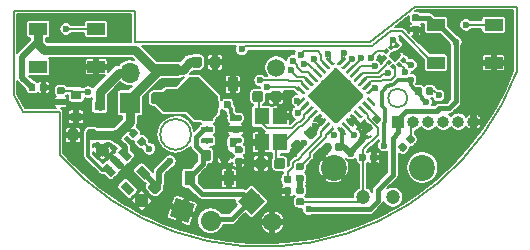
<source format=gbr>
%TF.GenerationSoftware,KiCad,Pcbnew,5.0.1-33cea8e~68~ubuntu18.04.1*%
%TF.CreationDate,2018-12-04T22:20:36+01:00*%
%TF.ProjectId,lightball,6C6967687462616C6C2E6B696361645F,rev?*%
%TF.SameCoordinates,Original*%
%TF.FileFunction,Copper,L1,Top,Signal*%
%TF.FilePolarity,Positive*%
%FSLAX46Y46*%
G04 Gerber Fmt 4.6, Leading zero omitted, Abs format (unit mm)*
G04 Created by KiCad (PCBNEW 5.0.1-33cea8e~68~ubuntu18.04.1) date Di 04 Dez 2018 22:20:36 CET*
%MOMM*%
%LPD*%
G01*
G04 APERTURE LIST*
%ADD10C,0.150000*%
%ADD11C,0.100000*%
%ADD12C,0.875000*%
%ADD13R,1.200000X1.400000*%
%ADD14C,0.590000*%
%ADD15C,1.600000*%
%ADD16C,1.500000*%
%ADD17C,2.200000*%
%ADD18C,1.200000*%
%ADD19O,1.700000X1.700000*%
%ADD20R,1.700000X1.700000*%
%ADD21C,1.700000*%
%ADD22C,1.700000*%
%ADD23R,0.900000X1.200000*%
%ADD24C,0.350000*%
%ADD25R,1.000000X1.000000*%
%ADD26O,1.000000X1.000000*%
%ADD27R,1.500000X1.000000*%
%ADD28C,3.450000*%
%ADD29C,0.250000*%
%ADD30R,0.900000X0.800000*%
%ADD31C,0.650000*%
%ADD32C,1.000000*%
%ADD33C,0.475000*%
%ADD34C,0.600000*%
%ADD35C,0.800000*%
%ADD36C,0.300000*%
%ADD37C,0.200000*%
%ADD38C,0.154000*%
%ADD39C,0.500000*%
%ADD40C,0.400000*%
%ADD41C,0.254000*%
G04 APERTURE END LIST*
D10*
X73975000Y-113550000D02*
X72575000Y-113550000D01*
X73975000Y-117200000D02*
X73975000Y-113550000D01*
X112660414Y-110153935D02*
G75*
G02X73975000Y-117200000I-21460414J8103935D01*
G01*
X112675000Y-104650000D02*
X112663015Y-110154914D01*
X104050000Y-104650000D02*
X112675000Y-104650000D01*
X100250000Y-107650000D02*
X104050000Y-104650000D01*
X80300000Y-107650000D02*
X100250000Y-107650000D01*
X80300000Y-105000000D02*
X80300000Y-107650000D01*
X70050000Y-105000000D02*
X80300000Y-105000000D01*
X70050000Y-112150000D02*
X70050000Y-105000000D01*
X70850000Y-113550000D02*
X70050000Y-112150000D01*
X72575000Y-113550000D02*
X70850000Y-113550000D01*
X103375000Y-112400000D02*
G75*
G03X103375000Y-112400000I-800000J0D01*
G01*
X85075000Y-115475000D02*
G75*
G03X85075000Y-115475000I-1300000J0D01*
G01*
D11*
G36*
X77563397Y-116248914D02*
X77584632Y-116252064D01*
X77605456Y-116257280D01*
X77625668Y-116264512D01*
X77645074Y-116273691D01*
X77663487Y-116284727D01*
X77680730Y-116297515D01*
X77696636Y-116311931D01*
X78059029Y-116674324D01*
X78073445Y-116690230D01*
X78086233Y-116707473D01*
X78097269Y-116725886D01*
X78106448Y-116745292D01*
X78113680Y-116765504D01*
X78118896Y-116786328D01*
X78122046Y-116807563D01*
X78123099Y-116829004D01*
X78122046Y-116850445D01*
X78118896Y-116871680D01*
X78113680Y-116892504D01*
X78106448Y-116912716D01*
X78097269Y-116932122D01*
X78086233Y-116950535D01*
X78073445Y-116967778D01*
X78059029Y-116983684D01*
X77749670Y-117293043D01*
X77733764Y-117307459D01*
X77716521Y-117320247D01*
X77698108Y-117331283D01*
X77678702Y-117340462D01*
X77658490Y-117347694D01*
X77637666Y-117352910D01*
X77616431Y-117356060D01*
X77594990Y-117357113D01*
X77573549Y-117356060D01*
X77552314Y-117352910D01*
X77531490Y-117347694D01*
X77511278Y-117340462D01*
X77491872Y-117331283D01*
X77473459Y-117320247D01*
X77456216Y-117307459D01*
X77440310Y-117293043D01*
X77077917Y-116930650D01*
X77063501Y-116914744D01*
X77050713Y-116897501D01*
X77039677Y-116879088D01*
X77030498Y-116859682D01*
X77023266Y-116839470D01*
X77018050Y-116818646D01*
X77014900Y-116797411D01*
X77013847Y-116775970D01*
X77014900Y-116754529D01*
X77018050Y-116733294D01*
X77023266Y-116712470D01*
X77030498Y-116692258D01*
X77039677Y-116672852D01*
X77050713Y-116654439D01*
X77063501Y-116637196D01*
X77077917Y-116621290D01*
X77387276Y-116311931D01*
X77403182Y-116297515D01*
X77420425Y-116284727D01*
X77438838Y-116273691D01*
X77458244Y-116264512D01*
X77478456Y-116257280D01*
X77499280Y-116252064D01*
X77520515Y-116248914D01*
X77541956Y-116247861D01*
X77563397Y-116248914D01*
X77563397Y-116248914D01*
G37*
D12*
X77568473Y-116802487D03*
D11*
G36*
X78677091Y-115135220D02*
X78698326Y-115138370D01*
X78719150Y-115143586D01*
X78739362Y-115150818D01*
X78758768Y-115159997D01*
X78777181Y-115171033D01*
X78794424Y-115183821D01*
X78810330Y-115198237D01*
X79172723Y-115560630D01*
X79187139Y-115576536D01*
X79199927Y-115593779D01*
X79210963Y-115612192D01*
X79220142Y-115631598D01*
X79227374Y-115651810D01*
X79232590Y-115672634D01*
X79235740Y-115693869D01*
X79236793Y-115715310D01*
X79235740Y-115736751D01*
X79232590Y-115757986D01*
X79227374Y-115778810D01*
X79220142Y-115799022D01*
X79210963Y-115818428D01*
X79199927Y-115836841D01*
X79187139Y-115854084D01*
X79172723Y-115869990D01*
X78863364Y-116179349D01*
X78847458Y-116193765D01*
X78830215Y-116206553D01*
X78811802Y-116217589D01*
X78792396Y-116226768D01*
X78772184Y-116234000D01*
X78751360Y-116239216D01*
X78730125Y-116242366D01*
X78708684Y-116243419D01*
X78687243Y-116242366D01*
X78666008Y-116239216D01*
X78645184Y-116234000D01*
X78624972Y-116226768D01*
X78605566Y-116217589D01*
X78587153Y-116206553D01*
X78569910Y-116193765D01*
X78554004Y-116179349D01*
X78191611Y-115816956D01*
X78177195Y-115801050D01*
X78164407Y-115783807D01*
X78153371Y-115765394D01*
X78144192Y-115745988D01*
X78136960Y-115725776D01*
X78131744Y-115704952D01*
X78128594Y-115683717D01*
X78127541Y-115662276D01*
X78128594Y-115640835D01*
X78131744Y-115619600D01*
X78136960Y-115598776D01*
X78144192Y-115578564D01*
X78153371Y-115559158D01*
X78164407Y-115540745D01*
X78177195Y-115523502D01*
X78191611Y-115507596D01*
X78500970Y-115198237D01*
X78516876Y-115183821D01*
X78534119Y-115171033D01*
X78552532Y-115159997D01*
X78571938Y-115150818D01*
X78592150Y-115143586D01*
X78612974Y-115138370D01*
X78634209Y-115135220D01*
X78655650Y-115134167D01*
X78677091Y-115135220D01*
X78677091Y-115135220D01*
G37*
D12*
X78682167Y-115688793D03*
D11*
G36*
X76902571Y-115045253D02*
X76923806Y-115048403D01*
X76944630Y-115053619D01*
X76964842Y-115060851D01*
X76984248Y-115070030D01*
X77002661Y-115081066D01*
X77019904Y-115093854D01*
X77035810Y-115108270D01*
X77050226Y-115124176D01*
X77063014Y-115141419D01*
X77074050Y-115159832D01*
X77083229Y-115179238D01*
X77090461Y-115199450D01*
X77095677Y-115220274D01*
X77098827Y-115241509D01*
X77099880Y-115262950D01*
X77099880Y-115775450D01*
X77098827Y-115796891D01*
X77095677Y-115818126D01*
X77090461Y-115838950D01*
X77083229Y-115859162D01*
X77074050Y-115878568D01*
X77063014Y-115896981D01*
X77050226Y-115914224D01*
X77035810Y-115930130D01*
X77019904Y-115944546D01*
X77002661Y-115957334D01*
X76984248Y-115968370D01*
X76964842Y-115977549D01*
X76944630Y-115984781D01*
X76923806Y-115989997D01*
X76902571Y-115993147D01*
X76881130Y-115994200D01*
X76443630Y-115994200D01*
X76422189Y-115993147D01*
X76400954Y-115989997D01*
X76380130Y-115984781D01*
X76359918Y-115977549D01*
X76340512Y-115968370D01*
X76322099Y-115957334D01*
X76304856Y-115944546D01*
X76288950Y-115930130D01*
X76274534Y-115914224D01*
X76261746Y-115896981D01*
X76250710Y-115878568D01*
X76241531Y-115859162D01*
X76234299Y-115838950D01*
X76229083Y-115818126D01*
X76225933Y-115796891D01*
X76224880Y-115775450D01*
X76224880Y-115262950D01*
X76225933Y-115241509D01*
X76229083Y-115220274D01*
X76234299Y-115199450D01*
X76241531Y-115179238D01*
X76250710Y-115159832D01*
X76261746Y-115141419D01*
X76274534Y-115124176D01*
X76288950Y-115108270D01*
X76304856Y-115093854D01*
X76322099Y-115081066D01*
X76340512Y-115070030D01*
X76359918Y-115060851D01*
X76380130Y-115053619D01*
X76400954Y-115048403D01*
X76422189Y-115045253D01*
X76443630Y-115044200D01*
X76881130Y-115044200D01*
X76902571Y-115045253D01*
X76902571Y-115045253D01*
G37*
D12*
X76662380Y-115519200D03*
D11*
G36*
X75327571Y-115045253D02*
X75348806Y-115048403D01*
X75369630Y-115053619D01*
X75389842Y-115060851D01*
X75409248Y-115070030D01*
X75427661Y-115081066D01*
X75444904Y-115093854D01*
X75460810Y-115108270D01*
X75475226Y-115124176D01*
X75488014Y-115141419D01*
X75499050Y-115159832D01*
X75508229Y-115179238D01*
X75515461Y-115199450D01*
X75520677Y-115220274D01*
X75523827Y-115241509D01*
X75524880Y-115262950D01*
X75524880Y-115775450D01*
X75523827Y-115796891D01*
X75520677Y-115818126D01*
X75515461Y-115838950D01*
X75508229Y-115859162D01*
X75499050Y-115878568D01*
X75488014Y-115896981D01*
X75475226Y-115914224D01*
X75460810Y-115930130D01*
X75444904Y-115944546D01*
X75427661Y-115957334D01*
X75409248Y-115968370D01*
X75389842Y-115977549D01*
X75369630Y-115984781D01*
X75348806Y-115989997D01*
X75327571Y-115993147D01*
X75306130Y-115994200D01*
X74868630Y-115994200D01*
X74847189Y-115993147D01*
X74825954Y-115989997D01*
X74805130Y-115984781D01*
X74784918Y-115977549D01*
X74765512Y-115968370D01*
X74747099Y-115957334D01*
X74729856Y-115944546D01*
X74713950Y-115930130D01*
X74699534Y-115914224D01*
X74686746Y-115896981D01*
X74675710Y-115878568D01*
X74666531Y-115859162D01*
X74659299Y-115838950D01*
X74654083Y-115818126D01*
X74650933Y-115796891D01*
X74649880Y-115775450D01*
X74649880Y-115262950D01*
X74650933Y-115241509D01*
X74654083Y-115220274D01*
X74659299Y-115199450D01*
X74666531Y-115179238D01*
X74675710Y-115159832D01*
X74686746Y-115141419D01*
X74699534Y-115124176D01*
X74713950Y-115108270D01*
X74729856Y-115093854D01*
X74747099Y-115081066D01*
X74765512Y-115070030D01*
X74784918Y-115060851D01*
X74805130Y-115053619D01*
X74825954Y-115048403D01*
X74847189Y-115045253D01*
X74868630Y-115044200D01*
X75306130Y-115044200D01*
X75327571Y-115045253D01*
X75327571Y-115045253D01*
G37*
D12*
X75087380Y-115519200D03*
D13*
X91051480Y-113956920D03*
X91051480Y-116156920D03*
X92651480Y-116156920D03*
X92651480Y-113956920D03*
D11*
G36*
X88159851Y-116777533D02*
X88181086Y-116780683D01*
X88201910Y-116785899D01*
X88222122Y-116793131D01*
X88241528Y-116802310D01*
X88259941Y-116813346D01*
X88277184Y-116826134D01*
X88293090Y-116840550D01*
X88307506Y-116856456D01*
X88320294Y-116873699D01*
X88331330Y-116892112D01*
X88340509Y-116911518D01*
X88347741Y-116931730D01*
X88352957Y-116952554D01*
X88356107Y-116973789D01*
X88357160Y-116995230D01*
X88357160Y-117507730D01*
X88356107Y-117529171D01*
X88352957Y-117550406D01*
X88347741Y-117571230D01*
X88340509Y-117591442D01*
X88331330Y-117610848D01*
X88320294Y-117629261D01*
X88307506Y-117646504D01*
X88293090Y-117662410D01*
X88277184Y-117676826D01*
X88259941Y-117689614D01*
X88241528Y-117700650D01*
X88222122Y-117709829D01*
X88201910Y-117717061D01*
X88181086Y-117722277D01*
X88159851Y-117725427D01*
X88138410Y-117726480D01*
X87700910Y-117726480D01*
X87679469Y-117725427D01*
X87658234Y-117722277D01*
X87637410Y-117717061D01*
X87617198Y-117709829D01*
X87597792Y-117700650D01*
X87579379Y-117689614D01*
X87562136Y-117676826D01*
X87546230Y-117662410D01*
X87531814Y-117646504D01*
X87519026Y-117629261D01*
X87507990Y-117610848D01*
X87498811Y-117591442D01*
X87491579Y-117571230D01*
X87486363Y-117550406D01*
X87483213Y-117529171D01*
X87482160Y-117507730D01*
X87482160Y-116995230D01*
X87483213Y-116973789D01*
X87486363Y-116952554D01*
X87491579Y-116931730D01*
X87498811Y-116911518D01*
X87507990Y-116892112D01*
X87519026Y-116873699D01*
X87531814Y-116856456D01*
X87546230Y-116840550D01*
X87562136Y-116826134D01*
X87579379Y-116813346D01*
X87597792Y-116802310D01*
X87617198Y-116793131D01*
X87637410Y-116785899D01*
X87658234Y-116780683D01*
X87679469Y-116777533D01*
X87700910Y-116776480D01*
X88138410Y-116776480D01*
X88159851Y-116777533D01*
X88159851Y-116777533D01*
G37*
D12*
X87919660Y-117251480D03*
D11*
G36*
X86584851Y-116777533D02*
X86606086Y-116780683D01*
X86626910Y-116785899D01*
X86647122Y-116793131D01*
X86666528Y-116802310D01*
X86684941Y-116813346D01*
X86702184Y-116826134D01*
X86718090Y-116840550D01*
X86732506Y-116856456D01*
X86745294Y-116873699D01*
X86756330Y-116892112D01*
X86765509Y-116911518D01*
X86772741Y-116931730D01*
X86777957Y-116952554D01*
X86781107Y-116973789D01*
X86782160Y-116995230D01*
X86782160Y-117507730D01*
X86781107Y-117529171D01*
X86777957Y-117550406D01*
X86772741Y-117571230D01*
X86765509Y-117591442D01*
X86756330Y-117610848D01*
X86745294Y-117629261D01*
X86732506Y-117646504D01*
X86718090Y-117662410D01*
X86702184Y-117676826D01*
X86684941Y-117689614D01*
X86666528Y-117700650D01*
X86647122Y-117709829D01*
X86626910Y-117717061D01*
X86606086Y-117722277D01*
X86584851Y-117725427D01*
X86563410Y-117726480D01*
X86125910Y-117726480D01*
X86104469Y-117725427D01*
X86083234Y-117722277D01*
X86062410Y-117717061D01*
X86042198Y-117709829D01*
X86022792Y-117700650D01*
X86004379Y-117689614D01*
X85987136Y-117676826D01*
X85971230Y-117662410D01*
X85956814Y-117646504D01*
X85944026Y-117629261D01*
X85932990Y-117610848D01*
X85923811Y-117591442D01*
X85916579Y-117571230D01*
X85911363Y-117550406D01*
X85908213Y-117529171D01*
X85907160Y-117507730D01*
X85907160Y-116995230D01*
X85908213Y-116973789D01*
X85911363Y-116952554D01*
X85916579Y-116931730D01*
X85923811Y-116911518D01*
X85932990Y-116892112D01*
X85944026Y-116873699D01*
X85956814Y-116856456D01*
X85971230Y-116840550D01*
X85987136Y-116826134D01*
X86004379Y-116813346D01*
X86022792Y-116802310D01*
X86042198Y-116793131D01*
X86062410Y-116785899D01*
X86083234Y-116780683D01*
X86104469Y-116777533D01*
X86125910Y-116776480D01*
X86563410Y-116776480D01*
X86584851Y-116777533D01*
X86584851Y-116777533D01*
G37*
D12*
X86344660Y-117251480D03*
D11*
G36*
X92531191Y-111794053D02*
X92552426Y-111797203D01*
X92573250Y-111802419D01*
X92593462Y-111809651D01*
X92612868Y-111818830D01*
X92631281Y-111829866D01*
X92648524Y-111842654D01*
X92664430Y-111857070D01*
X92678846Y-111872976D01*
X92691634Y-111890219D01*
X92702670Y-111908632D01*
X92711849Y-111928038D01*
X92719081Y-111948250D01*
X92724297Y-111969074D01*
X92727447Y-111990309D01*
X92728500Y-112011750D01*
X92728500Y-112524250D01*
X92727447Y-112545691D01*
X92724297Y-112566926D01*
X92719081Y-112587750D01*
X92711849Y-112607962D01*
X92702670Y-112627368D01*
X92691634Y-112645781D01*
X92678846Y-112663024D01*
X92664430Y-112678930D01*
X92648524Y-112693346D01*
X92631281Y-112706134D01*
X92612868Y-112717170D01*
X92593462Y-112726349D01*
X92573250Y-112733581D01*
X92552426Y-112738797D01*
X92531191Y-112741947D01*
X92509750Y-112743000D01*
X92072250Y-112743000D01*
X92050809Y-112741947D01*
X92029574Y-112738797D01*
X92008750Y-112733581D01*
X91988538Y-112726349D01*
X91969132Y-112717170D01*
X91950719Y-112706134D01*
X91933476Y-112693346D01*
X91917570Y-112678930D01*
X91903154Y-112663024D01*
X91890366Y-112645781D01*
X91879330Y-112627368D01*
X91870151Y-112607962D01*
X91862919Y-112587750D01*
X91857703Y-112566926D01*
X91854553Y-112545691D01*
X91853500Y-112524250D01*
X91853500Y-112011750D01*
X91854553Y-111990309D01*
X91857703Y-111969074D01*
X91862919Y-111948250D01*
X91870151Y-111928038D01*
X91879330Y-111908632D01*
X91890366Y-111890219D01*
X91903154Y-111872976D01*
X91917570Y-111857070D01*
X91933476Y-111842654D01*
X91950719Y-111829866D01*
X91969132Y-111818830D01*
X91988538Y-111809651D01*
X92008750Y-111802419D01*
X92029574Y-111797203D01*
X92050809Y-111794053D01*
X92072250Y-111793000D01*
X92509750Y-111793000D01*
X92531191Y-111794053D01*
X92531191Y-111794053D01*
G37*
D12*
X92291000Y-112268000D03*
D11*
G36*
X90956191Y-111794053D02*
X90977426Y-111797203D01*
X90998250Y-111802419D01*
X91018462Y-111809651D01*
X91037868Y-111818830D01*
X91056281Y-111829866D01*
X91073524Y-111842654D01*
X91089430Y-111857070D01*
X91103846Y-111872976D01*
X91116634Y-111890219D01*
X91127670Y-111908632D01*
X91136849Y-111928038D01*
X91144081Y-111948250D01*
X91149297Y-111969074D01*
X91152447Y-111990309D01*
X91153500Y-112011750D01*
X91153500Y-112524250D01*
X91152447Y-112545691D01*
X91149297Y-112566926D01*
X91144081Y-112587750D01*
X91136849Y-112607962D01*
X91127670Y-112627368D01*
X91116634Y-112645781D01*
X91103846Y-112663024D01*
X91089430Y-112678930D01*
X91073524Y-112693346D01*
X91056281Y-112706134D01*
X91037868Y-112717170D01*
X91018462Y-112726349D01*
X90998250Y-112733581D01*
X90977426Y-112738797D01*
X90956191Y-112741947D01*
X90934750Y-112743000D01*
X90497250Y-112743000D01*
X90475809Y-112741947D01*
X90454574Y-112738797D01*
X90433750Y-112733581D01*
X90413538Y-112726349D01*
X90394132Y-112717170D01*
X90375719Y-112706134D01*
X90358476Y-112693346D01*
X90342570Y-112678930D01*
X90328154Y-112663024D01*
X90315366Y-112645781D01*
X90304330Y-112627368D01*
X90295151Y-112607962D01*
X90287919Y-112587750D01*
X90282703Y-112566926D01*
X90279553Y-112545691D01*
X90278500Y-112524250D01*
X90278500Y-112011750D01*
X90279553Y-111990309D01*
X90282703Y-111969074D01*
X90287919Y-111948250D01*
X90295151Y-111928038D01*
X90304330Y-111908632D01*
X90315366Y-111890219D01*
X90328154Y-111872976D01*
X90342570Y-111857070D01*
X90358476Y-111842654D01*
X90375719Y-111829866D01*
X90394132Y-111818830D01*
X90413538Y-111809651D01*
X90433750Y-111802419D01*
X90454574Y-111797203D01*
X90475809Y-111794053D01*
X90497250Y-111793000D01*
X90934750Y-111793000D01*
X90956191Y-111794053D01*
X90956191Y-111794053D01*
G37*
D12*
X90716000Y-112268000D03*
D11*
G36*
X92813131Y-117468413D02*
X92834366Y-117471563D01*
X92855190Y-117476779D01*
X92875402Y-117484011D01*
X92894808Y-117493190D01*
X92913221Y-117504226D01*
X92930464Y-117517014D01*
X92946370Y-117531430D01*
X92960786Y-117547336D01*
X92973574Y-117564579D01*
X92984610Y-117582992D01*
X92993789Y-117602398D01*
X93001021Y-117622610D01*
X93006237Y-117643434D01*
X93009387Y-117664669D01*
X93010440Y-117686110D01*
X93010440Y-118198610D01*
X93009387Y-118220051D01*
X93006237Y-118241286D01*
X93001021Y-118262110D01*
X92993789Y-118282322D01*
X92984610Y-118301728D01*
X92973574Y-118320141D01*
X92960786Y-118337384D01*
X92946370Y-118353290D01*
X92930464Y-118367706D01*
X92913221Y-118380494D01*
X92894808Y-118391530D01*
X92875402Y-118400709D01*
X92855190Y-118407941D01*
X92834366Y-118413157D01*
X92813131Y-118416307D01*
X92791690Y-118417360D01*
X92354190Y-118417360D01*
X92332749Y-118416307D01*
X92311514Y-118413157D01*
X92290690Y-118407941D01*
X92270478Y-118400709D01*
X92251072Y-118391530D01*
X92232659Y-118380494D01*
X92215416Y-118367706D01*
X92199510Y-118353290D01*
X92185094Y-118337384D01*
X92172306Y-118320141D01*
X92161270Y-118301728D01*
X92152091Y-118282322D01*
X92144859Y-118262110D01*
X92139643Y-118241286D01*
X92136493Y-118220051D01*
X92135440Y-118198610D01*
X92135440Y-117686110D01*
X92136493Y-117664669D01*
X92139643Y-117643434D01*
X92144859Y-117622610D01*
X92152091Y-117602398D01*
X92161270Y-117582992D01*
X92172306Y-117564579D01*
X92185094Y-117547336D01*
X92199510Y-117531430D01*
X92215416Y-117517014D01*
X92232659Y-117504226D01*
X92251072Y-117493190D01*
X92270478Y-117484011D01*
X92290690Y-117476779D01*
X92311514Y-117471563D01*
X92332749Y-117468413D01*
X92354190Y-117467360D01*
X92791690Y-117467360D01*
X92813131Y-117468413D01*
X92813131Y-117468413D01*
G37*
D12*
X92572940Y-117942360D03*
D11*
G36*
X91238131Y-117468413D02*
X91259366Y-117471563D01*
X91280190Y-117476779D01*
X91300402Y-117484011D01*
X91319808Y-117493190D01*
X91338221Y-117504226D01*
X91355464Y-117517014D01*
X91371370Y-117531430D01*
X91385786Y-117547336D01*
X91398574Y-117564579D01*
X91409610Y-117582992D01*
X91418789Y-117602398D01*
X91426021Y-117622610D01*
X91431237Y-117643434D01*
X91434387Y-117664669D01*
X91435440Y-117686110D01*
X91435440Y-118198610D01*
X91434387Y-118220051D01*
X91431237Y-118241286D01*
X91426021Y-118262110D01*
X91418789Y-118282322D01*
X91409610Y-118301728D01*
X91398574Y-118320141D01*
X91385786Y-118337384D01*
X91371370Y-118353290D01*
X91355464Y-118367706D01*
X91338221Y-118380494D01*
X91319808Y-118391530D01*
X91300402Y-118400709D01*
X91280190Y-118407941D01*
X91259366Y-118413157D01*
X91238131Y-118416307D01*
X91216690Y-118417360D01*
X90779190Y-118417360D01*
X90757749Y-118416307D01*
X90736514Y-118413157D01*
X90715690Y-118407941D01*
X90695478Y-118400709D01*
X90676072Y-118391530D01*
X90657659Y-118380494D01*
X90640416Y-118367706D01*
X90624510Y-118353290D01*
X90610094Y-118337384D01*
X90597306Y-118320141D01*
X90586270Y-118301728D01*
X90577091Y-118282322D01*
X90569859Y-118262110D01*
X90564643Y-118241286D01*
X90561493Y-118220051D01*
X90560440Y-118198610D01*
X90560440Y-117686110D01*
X90561493Y-117664669D01*
X90564643Y-117643434D01*
X90569859Y-117622610D01*
X90577091Y-117602398D01*
X90586270Y-117582992D01*
X90597306Y-117564579D01*
X90610094Y-117547336D01*
X90624510Y-117531430D01*
X90640416Y-117517014D01*
X90657659Y-117504226D01*
X90676072Y-117493190D01*
X90695478Y-117484011D01*
X90715690Y-117476779D01*
X90736514Y-117471563D01*
X90757749Y-117468413D01*
X90779190Y-117467360D01*
X91216690Y-117467360D01*
X91238131Y-117468413D01*
X91238131Y-117468413D01*
G37*
D12*
X90997940Y-117942360D03*
D11*
G36*
X94088637Y-115908554D02*
X94109872Y-115911704D01*
X94130696Y-115916920D01*
X94150908Y-115924152D01*
X94170314Y-115933331D01*
X94188727Y-115944367D01*
X94205970Y-115957155D01*
X94221876Y-115971571D01*
X94584269Y-116333964D01*
X94598685Y-116349870D01*
X94611473Y-116367113D01*
X94622509Y-116385526D01*
X94631688Y-116404932D01*
X94638920Y-116425144D01*
X94644136Y-116445968D01*
X94647286Y-116467203D01*
X94648339Y-116488644D01*
X94647286Y-116510085D01*
X94644136Y-116531320D01*
X94638920Y-116552144D01*
X94631688Y-116572356D01*
X94622509Y-116591762D01*
X94611473Y-116610175D01*
X94598685Y-116627418D01*
X94584269Y-116643324D01*
X94274910Y-116952683D01*
X94259004Y-116967099D01*
X94241761Y-116979887D01*
X94223348Y-116990923D01*
X94203942Y-117000102D01*
X94183730Y-117007334D01*
X94162906Y-117012550D01*
X94141671Y-117015700D01*
X94120230Y-117016753D01*
X94098789Y-117015700D01*
X94077554Y-117012550D01*
X94056730Y-117007334D01*
X94036518Y-117000102D01*
X94017112Y-116990923D01*
X93998699Y-116979887D01*
X93981456Y-116967099D01*
X93965550Y-116952683D01*
X93603157Y-116590290D01*
X93588741Y-116574384D01*
X93575953Y-116557141D01*
X93564917Y-116538728D01*
X93555738Y-116519322D01*
X93548506Y-116499110D01*
X93543290Y-116478286D01*
X93540140Y-116457051D01*
X93539087Y-116435610D01*
X93540140Y-116414169D01*
X93543290Y-116392934D01*
X93548506Y-116372110D01*
X93555738Y-116351898D01*
X93564917Y-116332492D01*
X93575953Y-116314079D01*
X93588741Y-116296836D01*
X93603157Y-116280930D01*
X93912516Y-115971571D01*
X93928422Y-115957155D01*
X93945665Y-115944367D01*
X93964078Y-115933331D01*
X93983484Y-115924152D01*
X94003696Y-115916920D01*
X94024520Y-115911704D01*
X94045755Y-115908554D01*
X94067196Y-115907501D01*
X94088637Y-115908554D01*
X94088637Y-115908554D01*
G37*
D12*
X94093713Y-116462127D03*
D11*
G36*
X95202331Y-114794860D02*
X95223566Y-114798010D01*
X95244390Y-114803226D01*
X95264602Y-114810458D01*
X95284008Y-114819637D01*
X95302421Y-114830673D01*
X95319664Y-114843461D01*
X95335570Y-114857877D01*
X95697963Y-115220270D01*
X95712379Y-115236176D01*
X95725167Y-115253419D01*
X95736203Y-115271832D01*
X95745382Y-115291238D01*
X95752614Y-115311450D01*
X95757830Y-115332274D01*
X95760980Y-115353509D01*
X95762033Y-115374950D01*
X95760980Y-115396391D01*
X95757830Y-115417626D01*
X95752614Y-115438450D01*
X95745382Y-115458662D01*
X95736203Y-115478068D01*
X95725167Y-115496481D01*
X95712379Y-115513724D01*
X95697963Y-115529630D01*
X95388604Y-115838989D01*
X95372698Y-115853405D01*
X95355455Y-115866193D01*
X95337042Y-115877229D01*
X95317636Y-115886408D01*
X95297424Y-115893640D01*
X95276600Y-115898856D01*
X95255365Y-115902006D01*
X95233924Y-115903059D01*
X95212483Y-115902006D01*
X95191248Y-115898856D01*
X95170424Y-115893640D01*
X95150212Y-115886408D01*
X95130806Y-115877229D01*
X95112393Y-115866193D01*
X95095150Y-115853405D01*
X95079244Y-115838989D01*
X94716851Y-115476596D01*
X94702435Y-115460690D01*
X94689647Y-115443447D01*
X94678611Y-115425034D01*
X94669432Y-115405628D01*
X94662200Y-115385416D01*
X94656984Y-115364592D01*
X94653834Y-115343357D01*
X94652781Y-115321916D01*
X94653834Y-115300475D01*
X94656984Y-115279240D01*
X94662200Y-115258416D01*
X94669432Y-115238204D01*
X94678611Y-115218798D01*
X94689647Y-115200385D01*
X94702435Y-115183142D01*
X94716851Y-115167236D01*
X95026210Y-114857877D01*
X95042116Y-114843461D01*
X95059359Y-114830673D01*
X95077772Y-114819637D01*
X95097178Y-114810458D01*
X95117390Y-114803226D01*
X95138214Y-114798010D01*
X95159449Y-114794860D01*
X95180890Y-114793807D01*
X95202331Y-114794860D01*
X95202331Y-114794860D01*
G37*
D12*
X95207407Y-115348433D03*
D11*
G36*
X85782211Y-108888293D02*
X85803446Y-108891443D01*
X85824270Y-108896659D01*
X85844482Y-108903891D01*
X85863888Y-108913070D01*
X85882301Y-108924106D01*
X85899544Y-108936894D01*
X85915450Y-108951310D01*
X85929866Y-108967216D01*
X85942654Y-108984459D01*
X85953690Y-109002872D01*
X85962869Y-109022278D01*
X85970101Y-109042490D01*
X85975317Y-109063314D01*
X85978467Y-109084549D01*
X85979520Y-109105990D01*
X85979520Y-109618490D01*
X85978467Y-109639931D01*
X85975317Y-109661166D01*
X85970101Y-109681990D01*
X85962869Y-109702202D01*
X85953690Y-109721608D01*
X85942654Y-109740021D01*
X85929866Y-109757264D01*
X85915450Y-109773170D01*
X85899544Y-109787586D01*
X85882301Y-109800374D01*
X85863888Y-109811410D01*
X85844482Y-109820589D01*
X85824270Y-109827821D01*
X85803446Y-109833037D01*
X85782211Y-109836187D01*
X85760770Y-109837240D01*
X85323270Y-109837240D01*
X85301829Y-109836187D01*
X85280594Y-109833037D01*
X85259770Y-109827821D01*
X85239558Y-109820589D01*
X85220152Y-109811410D01*
X85201739Y-109800374D01*
X85184496Y-109787586D01*
X85168590Y-109773170D01*
X85154174Y-109757264D01*
X85141386Y-109740021D01*
X85130350Y-109721608D01*
X85121171Y-109702202D01*
X85113939Y-109681990D01*
X85108723Y-109661166D01*
X85105573Y-109639931D01*
X85104520Y-109618490D01*
X85104520Y-109105990D01*
X85105573Y-109084549D01*
X85108723Y-109063314D01*
X85113939Y-109042490D01*
X85121171Y-109022278D01*
X85130350Y-109002872D01*
X85141386Y-108984459D01*
X85154174Y-108967216D01*
X85168590Y-108951310D01*
X85184496Y-108936894D01*
X85201739Y-108924106D01*
X85220152Y-108913070D01*
X85239558Y-108903891D01*
X85259770Y-108896659D01*
X85280594Y-108891443D01*
X85301829Y-108888293D01*
X85323270Y-108887240D01*
X85760770Y-108887240D01*
X85782211Y-108888293D01*
X85782211Y-108888293D01*
G37*
D12*
X85542020Y-109362240D03*
D11*
G36*
X87357211Y-108888293D02*
X87378446Y-108891443D01*
X87399270Y-108896659D01*
X87419482Y-108903891D01*
X87438888Y-108913070D01*
X87457301Y-108924106D01*
X87474544Y-108936894D01*
X87490450Y-108951310D01*
X87504866Y-108967216D01*
X87517654Y-108984459D01*
X87528690Y-109002872D01*
X87537869Y-109022278D01*
X87545101Y-109042490D01*
X87550317Y-109063314D01*
X87553467Y-109084549D01*
X87554520Y-109105990D01*
X87554520Y-109618490D01*
X87553467Y-109639931D01*
X87550317Y-109661166D01*
X87545101Y-109681990D01*
X87537869Y-109702202D01*
X87528690Y-109721608D01*
X87517654Y-109740021D01*
X87504866Y-109757264D01*
X87490450Y-109773170D01*
X87474544Y-109787586D01*
X87457301Y-109800374D01*
X87438888Y-109811410D01*
X87419482Y-109820589D01*
X87399270Y-109827821D01*
X87378446Y-109833037D01*
X87357211Y-109836187D01*
X87335770Y-109837240D01*
X86898270Y-109837240D01*
X86876829Y-109836187D01*
X86855594Y-109833037D01*
X86834770Y-109827821D01*
X86814558Y-109820589D01*
X86795152Y-109811410D01*
X86776739Y-109800374D01*
X86759496Y-109787586D01*
X86743590Y-109773170D01*
X86729174Y-109757264D01*
X86716386Y-109740021D01*
X86705350Y-109721608D01*
X86696171Y-109702202D01*
X86688939Y-109681990D01*
X86683723Y-109661166D01*
X86680573Y-109639931D01*
X86679520Y-109618490D01*
X86679520Y-109105990D01*
X86680573Y-109084549D01*
X86683723Y-109063314D01*
X86688939Y-109042490D01*
X86696171Y-109022278D01*
X86705350Y-109002872D01*
X86716386Y-108984459D01*
X86729174Y-108967216D01*
X86743590Y-108951310D01*
X86759496Y-108936894D01*
X86776739Y-108924106D01*
X86795152Y-108913070D01*
X86814558Y-108903891D01*
X86834770Y-108896659D01*
X86855594Y-108891443D01*
X86876829Y-108888293D01*
X86898270Y-108887240D01*
X87335770Y-108887240D01*
X87357211Y-108888293D01*
X87357211Y-108888293D01*
G37*
D12*
X87117020Y-109362240D03*
D11*
G36*
X100103833Y-114519883D02*
X100118151Y-114522007D01*
X100132192Y-114525524D01*
X100145821Y-114530401D01*
X100158906Y-114536590D01*
X100171322Y-114544031D01*
X100182948Y-114552654D01*
X100193673Y-114562375D01*
X100437625Y-114806327D01*
X100447346Y-114817052D01*
X100455969Y-114828678D01*
X100463410Y-114841094D01*
X100469599Y-114854179D01*
X100474476Y-114867808D01*
X100477993Y-114881849D01*
X100480117Y-114896167D01*
X100480827Y-114910625D01*
X100480117Y-114925083D01*
X100477993Y-114939401D01*
X100474476Y-114953442D01*
X100469599Y-114967071D01*
X100463410Y-114980156D01*
X100455969Y-114992572D01*
X100447346Y-115004198D01*
X100437625Y-115014923D01*
X100229029Y-115223519D01*
X100218304Y-115233240D01*
X100206678Y-115241863D01*
X100194262Y-115249304D01*
X100181177Y-115255493D01*
X100167548Y-115260370D01*
X100153507Y-115263887D01*
X100139189Y-115266011D01*
X100124731Y-115266721D01*
X100110273Y-115266011D01*
X100095955Y-115263887D01*
X100081914Y-115260370D01*
X100068285Y-115255493D01*
X100055200Y-115249304D01*
X100042784Y-115241863D01*
X100031158Y-115233240D01*
X100020433Y-115223519D01*
X99776481Y-114979567D01*
X99766760Y-114968842D01*
X99758137Y-114957216D01*
X99750696Y-114944800D01*
X99744507Y-114931715D01*
X99739630Y-114918086D01*
X99736113Y-114904045D01*
X99733989Y-114889727D01*
X99733279Y-114875269D01*
X99733989Y-114860811D01*
X99736113Y-114846493D01*
X99739630Y-114832452D01*
X99744507Y-114818823D01*
X99750696Y-114805738D01*
X99758137Y-114793322D01*
X99766760Y-114781696D01*
X99776481Y-114770971D01*
X99985077Y-114562375D01*
X99995802Y-114552654D01*
X100007428Y-114544031D01*
X100019844Y-114536590D01*
X100032929Y-114530401D01*
X100046558Y-114525524D01*
X100060599Y-114522007D01*
X100074917Y-114519883D01*
X100089375Y-114519173D01*
X100103833Y-114519883D01*
X100103833Y-114519883D01*
G37*
D14*
X100107053Y-114892947D03*
D11*
G36*
X100789727Y-113833989D02*
X100804045Y-113836113D01*
X100818086Y-113839630D01*
X100831715Y-113844507D01*
X100844800Y-113850696D01*
X100857216Y-113858137D01*
X100868842Y-113866760D01*
X100879567Y-113876481D01*
X101123519Y-114120433D01*
X101133240Y-114131158D01*
X101141863Y-114142784D01*
X101149304Y-114155200D01*
X101155493Y-114168285D01*
X101160370Y-114181914D01*
X101163887Y-114195955D01*
X101166011Y-114210273D01*
X101166721Y-114224731D01*
X101166011Y-114239189D01*
X101163887Y-114253507D01*
X101160370Y-114267548D01*
X101155493Y-114281177D01*
X101149304Y-114294262D01*
X101141863Y-114306678D01*
X101133240Y-114318304D01*
X101123519Y-114329029D01*
X100914923Y-114537625D01*
X100904198Y-114547346D01*
X100892572Y-114555969D01*
X100880156Y-114563410D01*
X100867071Y-114569599D01*
X100853442Y-114574476D01*
X100839401Y-114577993D01*
X100825083Y-114580117D01*
X100810625Y-114580827D01*
X100796167Y-114580117D01*
X100781849Y-114577993D01*
X100767808Y-114574476D01*
X100754179Y-114569599D01*
X100741094Y-114563410D01*
X100728678Y-114555969D01*
X100717052Y-114547346D01*
X100706327Y-114537625D01*
X100462375Y-114293673D01*
X100452654Y-114282948D01*
X100444031Y-114271322D01*
X100436590Y-114258906D01*
X100430401Y-114245821D01*
X100425524Y-114232192D01*
X100422007Y-114218151D01*
X100419883Y-114203833D01*
X100419173Y-114189375D01*
X100419883Y-114174917D01*
X100422007Y-114160599D01*
X100425524Y-114146558D01*
X100430401Y-114132929D01*
X100436590Y-114119844D01*
X100444031Y-114107428D01*
X100452654Y-114095802D01*
X100462375Y-114085077D01*
X100670971Y-113876481D01*
X100681696Y-113866760D01*
X100693322Y-113858137D01*
X100705738Y-113850696D01*
X100718823Y-113844507D01*
X100732452Y-113839630D01*
X100746493Y-113836113D01*
X100760811Y-113833989D01*
X100775269Y-113833279D01*
X100789727Y-113833989D01*
X100789727Y-113833989D01*
G37*
D14*
X100792947Y-114207053D03*
D11*
G36*
X100707718Y-117109990D02*
X100722036Y-117112114D01*
X100736077Y-117115631D01*
X100749706Y-117120508D01*
X100762791Y-117126697D01*
X100775207Y-117134138D01*
X100786833Y-117142761D01*
X100797558Y-117152482D01*
X100807279Y-117163207D01*
X100815902Y-117174833D01*
X100823343Y-117187249D01*
X100829532Y-117200334D01*
X100834409Y-117213963D01*
X100837926Y-117228004D01*
X100840050Y-117242322D01*
X100840760Y-117256780D01*
X100840760Y-117601780D01*
X100840050Y-117616238D01*
X100837926Y-117630556D01*
X100834409Y-117644597D01*
X100829532Y-117658226D01*
X100823343Y-117671311D01*
X100815902Y-117683727D01*
X100807279Y-117695353D01*
X100797558Y-117706078D01*
X100786833Y-117715799D01*
X100775207Y-117724422D01*
X100762791Y-117731863D01*
X100749706Y-117738052D01*
X100736077Y-117742929D01*
X100722036Y-117746446D01*
X100707718Y-117748570D01*
X100693260Y-117749280D01*
X100398260Y-117749280D01*
X100383802Y-117748570D01*
X100369484Y-117746446D01*
X100355443Y-117742929D01*
X100341814Y-117738052D01*
X100328729Y-117731863D01*
X100316313Y-117724422D01*
X100304687Y-117715799D01*
X100293962Y-117706078D01*
X100284241Y-117695353D01*
X100275618Y-117683727D01*
X100268177Y-117671311D01*
X100261988Y-117658226D01*
X100257111Y-117644597D01*
X100253594Y-117630556D01*
X100251470Y-117616238D01*
X100250760Y-117601780D01*
X100250760Y-117256780D01*
X100251470Y-117242322D01*
X100253594Y-117228004D01*
X100257111Y-117213963D01*
X100261988Y-117200334D01*
X100268177Y-117187249D01*
X100275618Y-117174833D01*
X100284241Y-117163207D01*
X100293962Y-117152482D01*
X100304687Y-117142761D01*
X100316313Y-117134138D01*
X100328729Y-117126697D01*
X100341814Y-117120508D01*
X100355443Y-117115631D01*
X100369484Y-117112114D01*
X100383802Y-117109990D01*
X100398260Y-117109280D01*
X100693260Y-117109280D01*
X100707718Y-117109990D01*
X100707718Y-117109990D01*
G37*
D14*
X100545760Y-117429280D03*
D11*
G36*
X99737718Y-117109990D02*
X99752036Y-117112114D01*
X99766077Y-117115631D01*
X99779706Y-117120508D01*
X99792791Y-117126697D01*
X99805207Y-117134138D01*
X99816833Y-117142761D01*
X99827558Y-117152482D01*
X99837279Y-117163207D01*
X99845902Y-117174833D01*
X99853343Y-117187249D01*
X99859532Y-117200334D01*
X99864409Y-117213963D01*
X99867926Y-117228004D01*
X99870050Y-117242322D01*
X99870760Y-117256780D01*
X99870760Y-117601780D01*
X99870050Y-117616238D01*
X99867926Y-117630556D01*
X99864409Y-117644597D01*
X99859532Y-117658226D01*
X99853343Y-117671311D01*
X99845902Y-117683727D01*
X99837279Y-117695353D01*
X99827558Y-117706078D01*
X99816833Y-117715799D01*
X99805207Y-117724422D01*
X99792791Y-117731863D01*
X99779706Y-117738052D01*
X99766077Y-117742929D01*
X99752036Y-117746446D01*
X99737718Y-117748570D01*
X99723260Y-117749280D01*
X99428260Y-117749280D01*
X99413802Y-117748570D01*
X99399484Y-117746446D01*
X99385443Y-117742929D01*
X99371814Y-117738052D01*
X99358729Y-117731863D01*
X99346313Y-117724422D01*
X99334687Y-117715799D01*
X99323962Y-117706078D01*
X99314241Y-117695353D01*
X99305618Y-117683727D01*
X99298177Y-117671311D01*
X99291988Y-117658226D01*
X99287111Y-117644597D01*
X99283594Y-117630556D01*
X99281470Y-117616238D01*
X99280760Y-117601780D01*
X99280760Y-117256780D01*
X99281470Y-117242322D01*
X99283594Y-117228004D01*
X99287111Y-117213963D01*
X99291988Y-117200334D01*
X99298177Y-117187249D01*
X99305618Y-117174833D01*
X99314241Y-117163207D01*
X99323962Y-117152482D01*
X99334687Y-117142761D01*
X99346313Y-117134138D01*
X99358729Y-117126697D01*
X99371814Y-117120508D01*
X99385443Y-117115631D01*
X99399484Y-117112114D01*
X99413802Y-117109990D01*
X99428260Y-117109280D01*
X99723260Y-117109280D01*
X99737718Y-117109990D01*
X99737718Y-117109990D01*
G37*
D14*
X99575760Y-117429280D03*
D15*
X90200000Y-121150000D03*
D11*
G36*
X89068629Y-121150000D02*
X90200000Y-120018629D01*
X91331371Y-121150000D01*
X90200000Y-122281371D01*
X89068629Y-121150000D01*
X89068629Y-121150000D01*
G37*
D15*
X91967767Y-122917767D03*
D16*
X92298520Y-109814360D03*
D17*
X97150000Y-118300000D03*
D18*
X99650000Y-120800000D03*
X102150000Y-120800000D03*
D17*
X104650000Y-118300000D03*
D19*
X79900000Y-110260000D03*
D20*
X79900000Y-112800000D03*
D21*
X84349101Y-121914869D03*
D11*
G36*
X84857123Y-123004325D02*
X83259645Y-122422891D01*
X83841079Y-120825413D01*
X85438557Y-121406847D01*
X84857123Y-123004325D01*
X84857123Y-123004325D01*
G37*
D21*
X86735920Y-122783600D03*
D22*
X86735920Y-122783600D02*
X86735920Y-122783600D01*
D23*
X84984320Y-119181880D03*
X88284320Y-119181880D03*
X88599280Y-111241840D03*
X85299280Y-111241840D03*
D24*
X101985840Y-108082287D03*
D11*
G36*
X101975233Y-108340381D02*
X101727746Y-108092894D01*
X101996447Y-107824193D01*
X102243934Y-108071680D01*
X101975233Y-108340381D01*
X101975233Y-108340381D01*
G37*
D24*
X101632287Y-108435840D03*
D11*
G36*
X101621680Y-108693934D02*
X101374193Y-108446447D01*
X101642894Y-108177746D01*
X101890381Y-108425233D01*
X101621680Y-108693934D01*
X101621680Y-108693934D01*
G37*
D24*
X101455510Y-108987383D03*
D11*
G36*
X101444903Y-109245477D02*
X101197416Y-108997990D01*
X101466117Y-108729289D01*
X101713604Y-108976776D01*
X101444903Y-109245477D01*
X101444903Y-109245477D01*
G37*
D24*
X101809063Y-109340937D03*
D11*
G36*
X101798456Y-109599031D02*
X101550969Y-109351544D01*
X101819670Y-109082843D01*
X102067157Y-109330330D01*
X101798456Y-109599031D01*
X101798456Y-109599031D01*
G37*
D24*
X102162617Y-109694490D03*
D11*
G36*
X102152010Y-109952584D02*
X101904523Y-109705097D01*
X102173224Y-109436396D01*
X102420711Y-109683883D01*
X102152010Y-109952584D01*
X102152010Y-109952584D01*
G37*
D24*
X102714160Y-109517713D03*
D11*
G36*
X102703553Y-109775807D02*
X102456066Y-109528320D01*
X102724767Y-109259619D01*
X102972254Y-109507106D01*
X102703553Y-109775807D01*
X102703553Y-109775807D01*
G37*
D24*
X103067713Y-109164160D03*
D11*
G36*
X103057106Y-109422254D02*
X102809619Y-109174767D01*
X103078320Y-108906066D01*
X103325807Y-109153553D01*
X103057106Y-109422254D01*
X103057106Y-109422254D01*
G37*
D24*
X103244490Y-108612617D03*
D11*
G36*
X103233883Y-108870711D02*
X102986396Y-108623224D01*
X103255097Y-108354523D01*
X103502584Y-108602010D01*
X103233883Y-108870711D01*
X103233883Y-108870711D01*
G37*
D24*
X102890937Y-108259063D03*
D11*
G36*
X102880330Y-108517157D02*
X102632843Y-108269670D01*
X102901544Y-108000969D01*
X103149031Y-108248456D01*
X102880330Y-108517157D01*
X102880330Y-108517157D01*
G37*
D24*
X102537383Y-107905510D03*
D11*
G36*
X102526776Y-108163604D02*
X102279289Y-107916117D01*
X102547990Y-107647416D01*
X102795477Y-107894903D01*
X102526776Y-108163604D01*
X102526776Y-108163604D01*
G37*
G36*
X71776958Y-111180710D02*
X71791276Y-111182834D01*
X71805317Y-111186351D01*
X71818946Y-111191228D01*
X71832031Y-111197417D01*
X71844447Y-111204858D01*
X71856073Y-111213481D01*
X71866798Y-111223202D01*
X71876519Y-111233927D01*
X71885142Y-111245553D01*
X71892583Y-111257969D01*
X71898772Y-111271054D01*
X71903649Y-111284683D01*
X71907166Y-111298724D01*
X71909290Y-111313042D01*
X71910000Y-111327500D01*
X71910000Y-111672500D01*
X71909290Y-111686958D01*
X71907166Y-111701276D01*
X71903649Y-111715317D01*
X71898772Y-111728946D01*
X71892583Y-111742031D01*
X71885142Y-111754447D01*
X71876519Y-111766073D01*
X71866798Y-111776798D01*
X71856073Y-111786519D01*
X71844447Y-111795142D01*
X71832031Y-111802583D01*
X71818946Y-111808772D01*
X71805317Y-111813649D01*
X71791276Y-111817166D01*
X71776958Y-111819290D01*
X71762500Y-111820000D01*
X71467500Y-111820000D01*
X71453042Y-111819290D01*
X71438724Y-111817166D01*
X71424683Y-111813649D01*
X71411054Y-111808772D01*
X71397969Y-111802583D01*
X71385553Y-111795142D01*
X71373927Y-111786519D01*
X71363202Y-111776798D01*
X71353481Y-111766073D01*
X71344858Y-111754447D01*
X71337417Y-111742031D01*
X71331228Y-111728946D01*
X71326351Y-111715317D01*
X71322834Y-111701276D01*
X71320710Y-111686958D01*
X71320000Y-111672500D01*
X71320000Y-111327500D01*
X71320710Y-111313042D01*
X71322834Y-111298724D01*
X71326351Y-111284683D01*
X71331228Y-111271054D01*
X71337417Y-111257969D01*
X71344858Y-111245553D01*
X71353481Y-111233927D01*
X71363202Y-111223202D01*
X71373927Y-111213481D01*
X71385553Y-111204858D01*
X71397969Y-111197417D01*
X71411054Y-111191228D01*
X71424683Y-111186351D01*
X71438724Y-111182834D01*
X71453042Y-111180710D01*
X71467500Y-111180000D01*
X71762500Y-111180000D01*
X71776958Y-111180710D01*
X71776958Y-111180710D01*
G37*
D14*
X71615000Y-111500000D03*
D11*
G36*
X72746958Y-111180710D02*
X72761276Y-111182834D01*
X72775317Y-111186351D01*
X72788946Y-111191228D01*
X72802031Y-111197417D01*
X72814447Y-111204858D01*
X72826073Y-111213481D01*
X72836798Y-111223202D01*
X72846519Y-111233927D01*
X72855142Y-111245553D01*
X72862583Y-111257969D01*
X72868772Y-111271054D01*
X72873649Y-111284683D01*
X72877166Y-111298724D01*
X72879290Y-111313042D01*
X72880000Y-111327500D01*
X72880000Y-111672500D01*
X72879290Y-111686958D01*
X72877166Y-111701276D01*
X72873649Y-111715317D01*
X72868772Y-111728946D01*
X72862583Y-111742031D01*
X72855142Y-111754447D01*
X72846519Y-111766073D01*
X72836798Y-111776798D01*
X72826073Y-111786519D01*
X72814447Y-111795142D01*
X72802031Y-111802583D01*
X72788946Y-111808772D01*
X72775317Y-111813649D01*
X72761276Y-111817166D01*
X72746958Y-111819290D01*
X72732500Y-111820000D01*
X72437500Y-111820000D01*
X72423042Y-111819290D01*
X72408724Y-111817166D01*
X72394683Y-111813649D01*
X72381054Y-111808772D01*
X72367969Y-111802583D01*
X72355553Y-111795142D01*
X72343927Y-111786519D01*
X72333202Y-111776798D01*
X72323481Y-111766073D01*
X72314858Y-111754447D01*
X72307417Y-111742031D01*
X72301228Y-111728946D01*
X72296351Y-111715317D01*
X72292834Y-111701276D01*
X72290710Y-111686958D01*
X72290000Y-111672500D01*
X72290000Y-111327500D01*
X72290710Y-111313042D01*
X72292834Y-111298724D01*
X72296351Y-111284683D01*
X72301228Y-111271054D01*
X72307417Y-111257969D01*
X72314858Y-111245553D01*
X72323481Y-111233927D01*
X72333202Y-111223202D01*
X72343927Y-111213481D01*
X72355553Y-111204858D01*
X72367969Y-111197417D01*
X72381054Y-111191228D01*
X72394683Y-111186351D01*
X72408724Y-111182834D01*
X72423042Y-111180710D01*
X72437500Y-111180000D01*
X72732500Y-111180000D01*
X72746958Y-111180710D01*
X72746958Y-111180710D01*
G37*
D14*
X72585000Y-111500000D03*
D11*
G36*
X88307438Y-112639590D02*
X88321756Y-112641714D01*
X88335797Y-112645231D01*
X88349426Y-112650108D01*
X88362511Y-112656297D01*
X88374927Y-112663738D01*
X88386553Y-112672361D01*
X88397278Y-112682082D01*
X88406999Y-112692807D01*
X88415622Y-112704433D01*
X88423063Y-112716849D01*
X88429252Y-112729934D01*
X88434129Y-112743563D01*
X88437646Y-112757604D01*
X88439770Y-112771922D01*
X88440480Y-112786380D01*
X88440480Y-113131380D01*
X88439770Y-113145838D01*
X88437646Y-113160156D01*
X88434129Y-113174197D01*
X88429252Y-113187826D01*
X88423063Y-113200911D01*
X88415622Y-113213327D01*
X88406999Y-113224953D01*
X88397278Y-113235678D01*
X88386553Y-113245399D01*
X88374927Y-113254022D01*
X88362511Y-113261463D01*
X88349426Y-113267652D01*
X88335797Y-113272529D01*
X88321756Y-113276046D01*
X88307438Y-113278170D01*
X88292980Y-113278880D01*
X87997980Y-113278880D01*
X87983522Y-113278170D01*
X87969204Y-113276046D01*
X87955163Y-113272529D01*
X87941534Y-113267652D01*
X87928449Y-113261463D01*
X87916033Y-113254022D01*
X87904407Y-113245399D01*
X87893682Y-113235678D01*
X87883961Y-113224953D01*
X87875338Y-113213327D01*
X87867897Y-113200911D01*
X87861708Y-113187826D01*
X87856831Y-113174197D01*
X87853314Y-113160156D01*
X87851190Y-113145838D01*
X87850480Y-113131380D01*
X87850480Y-112786380D01*
X87851190Y-112771922D01*
X87853314Y-112757604D01*
X87856831Y-112743563D01*
X87861708Y-112729934D01*
X87867897Y-112716849D01*
X87875338Y-112704433D01*
X87883961Y-112692807D01*
X87893682Y-112682082D01*
X87904407Y-112672361D01*
X87916033Y-112663738D01*
X87928449Y-112656297D01*
X87941534Y-112650108D01*
X87955163Y-112645231D01*
X87969204Y-112641714D01*
X87983522Y-112639590D01*
X87997980Y-112638880D01*
X88292980Y-112638880D01*
X88307438Y-112639590D01*
X88307438Y-112639590D01*
G37*
D14*
X88145480Y-112958880D03*
D11*
G36*
X87337438Y-112639590D02*
X87351756Y-112641714D01*
X87365797Y-112645231D01*
X87379426Y-112650108D01*
X87392511Y-112656297D01*
X87404927Y-112663738D01*
X87416553Y-112672361D01*
X87427278Y-112682082D01*
X87436999Y-112692807D01*
X87445622Y-112704433D01*
X87453063Y-112716849D01*
X87459252Y-112729934D01*
X87464129Y-112743563D01*
X87467646Y-112757604D01*
X87469770Y-112771922D01*
X87470480Y-112786380D01*
X87470480Y-113131380D01*
X87469770Y-113145838D01*
X87467646Y-113160156D01*
X87464129Y-113174197D01*
X87459252Y-113187826D01*
X87453063Y-113200911D01*
X87445622Y-113213327D01*
X87436999Y-113224953D01*
X87427278Y-113235678D01*
X87416553Y-113245399D01*
X87404927Y-113254022D01*
X87392511Y-113261463D01*
X87379426Y-113267652D01*
X87365797Y-113272529D01*
X87351756Y-113276046D01*
X87337438Y-113278170D01*
X87322980Y-113278880D01*
X87027980Y-113278880D01*
X87013522Y-113278170D01*
X86999204Y-113276046D01*
X86985163Y-113272529D01*
X86971534Y-113267652D01*
X86958449Y-113261463D01*
X86946033Y-113254022D01*
X86934407Y-113245399D01*
X86923682Y-113235678D01*
X86913961Y-113224953D01*
X86905338Y-113213327D01*
X86897897Y-113200911D01*
X86891708Y-113187826D01*
X86886831Y-113174197D01*
X86883314Y-113160156D01*
X86881190Y-113145838D01*
X86880480Y-113131380D01*
X86880480Y-112786380D01*
X86881190Y-112771922D01*
X86883314Y-112757604D01*
X86886831Y-112743563D01*
X86891708Y-112729934D01*
X86897897Y-112716849D01*
X86905338Y-112704433D01*
X86913961Y-112692807D01*
X86923682Y-112682082D01*
X86934407Y-112672361D01*
X86946033Y-112663738D01*
X86958449Y-112656297D01*
X86971534Y-112650108D01*
X86985163Y-112645231D01*
X86999204Y-112641714D01*
X87013522Y-112639590D01*
X87027980Y-112638880D01*
X87322980Y-112638880D01*
X87337438Y-112639590D01*
X87337438Y-112639590D01*
G37*
D14*
X87175480Y-112958880D03*
D11*
G36*
X96776958Y-116230710D02*
X96791276Y-116232834D01*
X96805317Y-116236351D01*
X96818946Y-116241228D01*
X96832031Y-116247417D01*
X96844447Y-116254858D01*
X96856073Y-116263481D01*
X96866798Y-116273202D01*
X96876519Y-116283927D01*
X96885142Y-116295553D01*
X96892583Y-116307969D01*
X96898772Y-116321054D01*
X96903649Y-116334683D01*
X96907166Y-116348724D01*
X96909290Y-116363042D01*
X96910000Y-116377500D01*
X96910000Y-116722500D01*
X96909290Y-116736958D01*
X96907166Y-116751276D01*
X96903649Y-116765317D01*
X96898772Y-116778946D01*
X96892583Y-116792031D01*
X96885142Y-116804447D01*
X96876519Y-116816073D01*
X96866798Y-116826798D01*
X96856073Y-116836519D01*
X96844447Y-116845142D01*
X96832031Y-116852583D01*
X96818946Y-116858772D01*
X96805317Y-116863649D01*
X96791276Y-116867166D01*
X96776958Y-116869290D01*
X96762500Y-116870000D01*
X96467500Y-116870000D01*
X96453042Y-116869290D01*
X96438724Y-116867166D01*
X96424683Y-116863649D01*
X96411054Y-116858772D01*
X96397969Y-116852583D01*
X96385553Y-116845142D01*
X96373927Y-116836519D01*
X96363202Y-116826798D01*
X96353481Y-116816073D01*
X96344858Y-116804447D01*
X96337417Y-116792031D01*
X96331228Y-116778946D01*
X96326351Y-116765317D01*
X96322834Y-116751276D01*
X96320710Y-116736958D01*
X96320000Y-116722500D01*
X96320000Y-116377500D01*
X96320710Y-116363042D01*
X96322834Y-116348724D01*
X96326351Y-116334683D01*
X96331228Y-116321054D01*
X96337417Y-116307969D01*
X96344858Y-116295553D01*
X96353481Y-116283927D01*
X96363202Y-116273202D01*
X96373927Y-116263481D01*
X96385553Y-116254858D01*
X96397969Y-116247417D01*
X96411054Y-116241228D01*
X96424683Y-116236351D01*
X96438724Y-116232834D01*
X96453042Y-116230710D01*
X96467500Y-116230000D01*
X96762500Y-116230000D01*
X96776958Y-116230710D01*
X96776958Y-116230710D01*
G37*
D14*
X96615000Y-116550000D03*
D11*
G36*
X97746958Y-116230710D02*
X97761276Y-116232834D01*
X97775317Y-116236351D01*
X97788946Y-116241228D01*
X97802031Y-116247417D01*
X97814447Y-116254858D01*
X97826073Y-116263481D01*
X97836798Y-116273202D01*
X97846519Y-116283927D01*
X97855142Y-116295553D01*
X97862583Y-116307969D01*
X97868772Y-116321054D01*
X97873649Y-116334683D01*
X97877166Y-116348724D01*
X97879290Y-116363042D01*
X97880000Y-116377500D01*
X97880000Y-116722500D01*
X97879290Y-116736958D01*
X97877166Y-116751276D01*
X97873649Y-116765317D01*
X97868772Y-116778946D01*
X97862583Y-116792031D01*
X97855142Y-116804447D01*
X97846519Y-116816073D01*
X97836798Y-116826798D01*
X97826073Y-116836519D01*
X97814447Y-116845142D01*
X97802031Y-116852583D01*
X97788946Y-116858772D01*
X97775317Y-116863649D01*
X97761276Y-116867166D01*
X97746958Y-116869290D01*
X97732500Y-116870000D01*
X97437500Y-116870000D01*
X97423042Y-116869290D01*
X97408724Y-116867166D01*
X97394683Y-116863649D01*
X97381054Y-116858772D01*
X97367969Y-116852583D01*
X97355553Y-116845142D01*
X97343927Y-116836519D01*
X97333202Y-116826798D01*
X97323481Y-116816073D01*
X97314858Y-116804447D01*
X97307417Y-116792031D01*
X97301228Y-116778946D01*
X97296351Y-116765317D01*
X97292834Y-116751276D01*
X97290710Y-116736958D01*
X97290000Y-116722500D01*
X97290000Y-116377500D01*
X97290710Y-116363042D01*
X97292834Y-116348724D01*
X97296351Y-116334683D01*
X97301228Y-116321054D01*
X97307417Y-116307969D01*
X97314858Y-116295553D01*
X97323481Y-116283927D01*
X97333202Y-116273202D01*
X97343927Y-116263481D01*
X97355553Y-116254858D01*
X97367969Y-116247417D01*
X97381054Y-116241228D01*
X97394683Y-116236351D01*
X97408724Y-116232834D01*
X97423042Y-116230710D01*
X97437500Y-116230000D01*
X97732500Y-116230000D01*
X97746958Y-116230710D01*
X97746958Y-116230710D01*
G37*
D14*
X97585000Y-116550000D03*
D11*
G36*
X104286958Y-105320710D02*
X104301276Y-105322834D01*
X104315317Y-105326351D01*
X104328946Y-105331228D01*
X104342031Y-105337417D01*
X104354447Y-105344858D01*
X104366073Y-105353481D01*
X104376798Y-105363202D01*
X104386519Y-105373927D01*
X104395142Y-105385553D01*
X104402583Y-105397969D01*
X104408772Y-105411054D01*
X104413649Y-105424683D01*
X104417166Y-105438724D01*
X104419290Y-105453042D01*
X104420000Y-105467500D01*
X104420000Y-105762500D01*
X104419290Y-105776958D01*
X104417166Y-105791276D01*
X104413649Y-105805317D01*
X104408772Y-105818946D01*
X104402583Y-105832031D01*
X104395142Y-105844447D01*
X104386519Y-105856073D01*
X104376798Y-105866798D01*
X104366073Y-105876519D01*
X104354447Y-105885142D01*
X104342031Y-105892583D01*
X104328946Y-105898772D01*
X104315317Y-105903649D01*
X104301276Y-105907166D01*
X104286958Y-105909290D01*
X104272500Y-105910000D01*
X103927500Y-105910000D01*
X103913042Y-105909290D01*
X103898724Y-105907166D01*
X103884683Y-105903649D01*
X103871054Y-105898772D01*
X103857969Y-105892583D01*
X103845553Y-105885142D01*
X103833927Y-105876519D01*
X103823202Y-105866798D01*
X103813481Y-105856073D01*
X103804858Y-105844447D01*
X103797417Y-105832031D01*
X103791228Y-105818946D01*
X103786351Y-105805317D01*
X103782834Y-105791276D01*
X103780710Y-105776958D01*
X103780000Y-105762500D01*
X103780000Y-105467500D01*
X103780710Y-105453042D01*
X103782834Y-105438724D01*
X103786351Y-105424683D01*
X103791228Y-105411054D01*
X103797417Y-105397969D01*
X103804858Y-105385553D01*
X103813481Y-105373927D01*
X103823202Y-105363202D01*
X103833927Y-105353481D01*
X103845553Y-105344858D01*
X103857969Y-105337417D01*
X103871054Y-105331228D01*
X103884683Y-105326351D01*
X103898724Y-105322834D01*
X103913042Y-105320710D01*
X103927500Y-105320000D01*
X104272500Y-105320000D01*
X104286958Y-105320710D01*
X104286958Y-105320710D01*
G37*
D14*
X104100000Y-105615000D03*
D11*
G36*
X104286958Y-106290710D02*
X104301276Y-106292834D01*
X104315317Y-106296351D01*
X104328946Y-106301228D01*
X104342031Y-106307417D01*
X104354447Y-106314858D01*
X104366073Y-106323481D01*
X104376798Y-106333202D01*
X104386519Y-106343927D01*
X104395142Y-106355553D01*
X104402583Y-106367969D01*
X104408772Y-106381054D01*
X104413649Y-106394683D01*
X104417166Y-106408724D01*
X104419290Y-106423042D01*
X104420000Y-106437500D01*
X104420000Y-106732500D01*
X104419290Y-106746958D01*
X104417166Y-106761276D01*
X104413649Y-106775317D01*
X104408772Y-106788946D01*
X104402583Y-106802031D01*
X104395142Y-106814447D01*
X104386519Y-106826073D01*
X104376798Y-106836798D01*
X104366073Y-106846519D01*
X104354447Y-106855142D01*
X104342031Y-106862583D01*
X104328946Y-106868772D01*
X104315317Y-106873649D01*
X104301276Y-106877166D01*
X104286958Y-106879290D01*
X104272500Y-106880000D01*
X103927500Y-106880000D01*
X103913042Y-106879290D01*
X103898724Y-106877166D01*
X103884683Y-106873649D01*
X103871054Y-106868772D01*
X103857969Y-106862583D01*
X103845553Y-106855142D01*
X103833927Y-106846519D01*
X103823202Y-106836798D01*
X103813481Y-106826073D01*
X103804858Y-106814447D01*
X103797417Y-106802031D01*
X103791228Y-106788946D01*
X103786351Y-106775317D01*
X103782834Y-106761276D01*
X103780710Y-106746958D01*
X103780000Y-106732500D01*
X103780000Y-106437500D01*
X103780710Y-106423042D01*
X103782834Y-106408724D01*
X103786351Y-106394683D01*
X103791228Y-106381054D01*
X103797417Y-106367969D01*
X103804858Y-106355553D01*
X103813481Y-106343927D01*
X103823202Y-106333202D01*
X103833927Y-106323481D01*
X103845553Y-106314858D01*
X103857969Y-106307417D01*
X103871054Y-106301228D01*
X103884683Y-106296351D01*
X103898724Y-106292834D01*
X103913042Y-106290710D01*
X103927500Y-106290000D01*
X104272500Y-106290000D01*
X104286958Y-106290710D01*
X104286958Y-106290710D01*
G37*
D14*
X104100000Y-106585000D03*
D11*
G36*
X81999411Y-119412579D02*
X82020646Y-119415729D01*
X82041470Y-119420945D01*
X82061682Y-119428177D01*
X82081088Y-119437356D01*
X82099501Y-119448392D01*
X82116744Y-119461180D01*
X82132650Y-119475596D01*
X82495043Y-119837989D01*
X82509459Y-119853895D01*
X82522247Y-119871138D01*
X82533283Y-119889551D01*
X82542462Y-119908957D01*
X82549694Y-119929169D01*
X82554910Y-119949993D01*
X82558060Y-119971228D01*
X82559113Y-119992669D01*
X82558060Y-120014110D01*
X82554910Y-120035345D01*
X82549694Y-120056169D01*
X82542462Y-120076381D01*
X82533283Y-120095787D01*
X82522247Y-120114200D01*
X82509459Y-120131443D01*
X82495043Y-120147349D01*
X82185684Y-120456708D01*
X82169778Y-120471124D01*
X82152535Y-120483912D01*
X82134122Y-120494948D01*
X82114716Y-120504127D01*
X82094504Y-120511359D01*
X82073680Y-120516575D01*
X82052445Y-120519725D01*
X82031004Y-120520778D01*
X82009563Y-120519725D01*
X81988328Y-120516575D01*
X81967504Y-120511359D01*
X81947292Y-120504127D01*
X81927886Y-120494948D01*
X81909473Y-120483912D01*
X81892230Y-120471124D01*
X81876324Y-120456708D01*
X81513931Y-120094315D01*
X81499515Y-120078409D01*
X81486727Y-120061166D01*
X81475691Y-120042753D01*
X81466512Y-120023347D01*
X81459280Y-120003135D01*
X81454064Y-119982311D01*
X81450914Y-119961076D01*
X81449861Y-119939635D01*
X81450914Y-119918194D01*
X81454064Y-119896959D01*
X81459280Y-119876135D01*
X81466512Y-119855923D01*
X81475691Y-119836517D01*
X81486727Y-119818104D01*
X81499515Y-119800861D01*
X81513931Y-119784955D01*
X81823290Y-119475596D01*
X81839196Y-119461180D01*
X81856439Y-119448392D01*
X81874852Y-119437356D01*
X81894258Y-119428177D01*
X81914470Y-119420945D01*
X81935294Y-119415729D01*
X81956529Y-119412579D01*
X81977970Y-119411526D01*
X81999411Y-119412579D01*
X81999411Y-119412579D01*
G37*
D12*
X82004487Y-119966152D03*
D11*
G36*
X80885717Y-120526273D02*
X80906952Y-120529423D01*
X80927776Y-120534639D01*
X80947988Y-120541871D01*
X80967394Y-120551050D01*
X80985807Y-120562086D01*
X81003050Y-120574874D01*
X81018956Y-120589290D01*
X81381349Y-120951683D01*
X81395765Y-120967589D01*
X81408553Y-120984832D01*
X81419589Y-121003245D01*
X81428768Y-121022651D01*
X81436000Y-121042863D01*
X81441216Y-121063687D01*
X81444366Y-121084922D01*
X81445419Y-121106363D01*
X81444366Y-121127804D01*
X81441216Y-121149039D01*
X81436000Y-121169863D01*
X81428768Y-121190075D01*
X81419589Y-121209481D01*
X81408553Y-121227894D01*
X81395765Y-121245137D01*
X81381349Y-121261043D01*
X81071990Y-121570402D01*
X81056084Y-121584818D01*
X81038841Y-121597606D01*
X81020428Y-121608642D01*
X81001022Y-121617821D01*
X80980810Y-121625053D01*
X80959986Y-121630269D01*
X80938751Y-121633419D01*
X80917310Y-121634472D01*
X80895869Y-121633419D01*
X80874634Y-121630269D01*
X80853810Y-121625053D01*
X80833598Y-121617821D01*
X80814192Y-121608642D01*
X80795779Y-121597606D01*
X80778536Y-121584818D01*
X80762630Y-121570402D01*
X80400237Y-121208009D01*
X80385821Y-121192103D01*
X80373033Y-121174860D01*
X80361997Y-121156447D01*
X80352818Y-121137041D01*
X80345586Y-121116829D01*
X80340370Y-121096005D01*
X80337220Y-121074770D01*
X80336167Y-121053329D01*
X80337220Y-121031888D01*
X80340370Y-121010653D01*
X80345586Y-120989829D01*
X80352818Y-120969617D01*
X80361997Y-120950211D01*
X80373033Y-120931798D01*
X80385821Y-120914555D01*
X80400237Y-120898649D01*
X80709596Y-120589290D01*
X80725502Y-120574874D01*
X80742745Y-120562086D01*
X80761158Y-120551050D01*
X80780564Y-120541871D01*
X80800776Y-120534639D01*
X80821600Y-120529423D01*
X80842835Y-120526273D01*
X80864276Y-120525220D01*
X80885717Y-120526273D01*
X80885717Y-120526273D01*
G37*
D12*
X80890793Y-121079846D03*
D25*
X102640000Y-114400000D03*
D26*
X103910000Y-114400000D03*
X105180000Y-114400000D03*
X106450000Y-114400000D03*
X107720000Y-114400000D03*
X108990000Y-114400000D03*
D27*
X77050000Y-109749930D03*
X77050000Y-106549930D03*
X72150000Y-109749930D03*
X72150000Y-106549930D03*
X110700000Y-109400000D03*
X110700000Y-106200000D03*
X105800000Y-109400000D03*
X105800000Y-106200000D03*
D11*
G36*
X97366966Y-109869223D02*
X97391235Y-109872823D01*
X97415033Y-109878784D01*
X97438133Y-109887049D01*
X97460311Y-109897539D01*
X97481355Y-109910152D01*
X97501060Y-109924766D01*
X97519239Y-109941242D01*
X99605204Y-112027207D01*
X99621680Y-112045386D01*
X99636294Y-112065091D01*
X99648907Y-112086135D01*
X99659397Y-112108313D01*
X99667662Y-112131413D01*
X99673623Y-112155211D01*
X99677223Y-112179480D01*
X99678427Y-112203984D01*
X99677223Y-112228488D01*
X99673623Y-112252757D01*
X99667662Y-112276555D01*
X99659397Y-112299655D01*
X99648907Y-112321833D01*
X99636294Y-112342877D01*
X99621680Y-112362582D01*
X99605204Y-112380761D01*
X97519239Y-114466726D01*
X97501060Y-114483202D01*
X97481355Y-114497816D01*
X97460311Y-114510429D01*
X97438133Y-114520919D01*
X97415033Y-114529184D01*
X97391235Y-114535145D01*
X97366966Y-114538745D01*
X97342462Y-114539949D01*
X97317958Y-114538745D01*
X97293689Y-114535145D01*
X97269891Y-114529184D01*
X97246791Y-114520919D01*
X97224613Y-114510429D01*
X97203569Y-114497816D01*
X97183864Y-114483202D01*
X97165685Y-114466726D01*
X95079720Y-112380761D01*
X95063244Y-112362582D01*
X95048630Y-112342877D01*
X95036017Y-112321833D01*
X95025527Y-112299655D01*
X95017262Y-112276555D01*
X95011301Y-112252757D01*
X95007701Y-112228488D01*
X95006497Y-112203984D01*
X95007701Y-112179480D01*
X95011301Y-112155211D01*
X95017262Y-112131413D01*
X95025527Y-112108313D01*
X95036017Y-112086135D01*
X95048630Y-112065091D01*
X95063244Y-112045386D01*
X95079720Y-112027207D01*
X97165685Y-109941242D01*
X97183864Y-109924766D01*
X97203569Y-109910152D01*
X97224613Y-109897539D01*
X97246791Y-109887049D01*
X97269891Y-109878784D01*
X97293689Y-109872823D01*
X97317958Y-109869223D01*
X97342462Y-109868019D01*
X97366966Y-109869223D01*
X97366966Y-109869223D01*
G37*
D28*
X97342462Y-112203984D03*
D11*
G36*
X97613753Y-114793436D02*
X97619820Y-114794336D01*
X97625770Y-114795826D01*
X97631545Y-114797893D01*
X97637089Y-114800515D01*
X97642350Y-114803668D01*
X97647277Y-114807322D01*
X97651821Y-114811441D01*
X98182151Y-115341771D01*
X98186270Y-115346315D01*
X98189924Y-115351242D01*
X98193077Y-115356503D01*
X98195699Y-115362047D01*
X98197766Y-115367822D01*
X98199256Y-115373772D01*
X98200156Y-115379839D01*
X98200457Y-115385965D01*
X98200156Y-115392091D01*
X98199256Y-115398158D01*
X98197766Y-115404108D01*
X98195699Y-115409883D01*
X98193077Y-115415427D01*
X98189924Y-115420688D01*
X98186270Y-115425615D01*
X98182151Y-115430159D01*
X98093763Y-115518547D01*
X98089219Y-115522666D01*
X98084292Y-115526320D01*
X98079031Y-115529473D01*
X98073487Y-115532095D01*
X98067712Y-115534162D01*
X98061762Y-115535652D01*
X98055695Y-115536552D01*
X98049569Y-115536853D01*
X98043443Y-115536552D01*
X98037376Y-115535652D01*
X98031426Y-115534162D01*
X98025651Y-115532095D01*
X98020107Y-115529473D01*
X98014846Y-115526320D01*
X98009919Y-115522666D01*
X98005375Y-115518547D01*
X97475045Y-114988217D01*
X97470926Y-114983673D01*
X97467272Y-114978746D01*
X97464119Y-114973485D01*
X97461497Y-114967941D01*
X97459430Y-114962166D01*
X97457940Y-114956216D01*
X97457040Y-114950149D01*
X97456739Y-114944023D01*
X97457040Y-114937897D01*
X97457940Y-114931830D01*
X97459430Y-114925880D01*
X97461497Y-114920105D01*
X97464119Y-114914561D01*
X97467272Y-114909300D01*
X97470926Y-114904373D01*
X97475045Y-114899829D01*
X97563433Y-114811441D01*
X97567977Y-114807322D01*
X97572904Y-114803668D01*
X97578165Y-114800515D01*
X97583709Y-114797893D01*
X97589484Y-114795826D01*
X97595434Y-114794336D01*
X97601501Y-114793436D01*
X97607627Y-114793135D01*
X97613753Y-114793436D01*
X97613753Y-114793436D01*
G37*
D29*
X97828598Y-115164994D03*
D11*
G36*
X97967306Y-114439882D02*
X97973373Y-114440782D01*
X97979323Y-114442272D01*
X97985098Y-114444339D01*
X97990642Y-114446961D01*
X97995903Y-114450114D01*
X98000830Y-114453768D01*
X98005374Y-114457887D01*
X98535704Y-114988217D01*
X98539823Y-114992761D01*
X98543477Y-114997688D01*
X98546630Y-115002949D01*
X98549252Y-115008493D01*
X98551319Y-115014268D01*
X98552809Y-115020218D01*
X98553709Y-115026285D01*
X98554010Y-115032411D01*
X98553709Y-115038537D01*
X98552809Y-115044604D01*
X98551319Y-115050554D01*
X98549252Y-115056329D01*
X98546630Y-115061873D01*
X98543477Y-115067134D01*
X98539823Y-115072061D01*
X98535704Y-115076605D01*
X98447316Y-115164993D01*
X98442772Y-115169112D01*
X98437845Y-115172766D01*
X98432584Y-115175919D01*
X98427040Y-115178541D01*
X98421265Y-115180608D01*
X98415315Y-115182098D01*
X98409248Y-115182998D01*
X98403122Y-115183299D01*
X98396996Y-115182998D01*
X98390929Y-115182098D01*
X98384979Y-115180608D01*
X98379204Y-115178541D01*
X98373660Y-115175919D01*
X98368399Y-115172766D01*
X98363472Y-115169112D01*
X98358928Y-115164993D01*
X97828598Y-114634663D01*
X97824479Y-114630119D01*
X97820825Y-114625192D01*
X97817672Y-114619931D01*
X97815050Y-114614387D01*
X97812983Y-114608612D01*
X97811493Y-114602662D01*
X97810593Y-114596595D01*
X97810292Y-114590469D01*
X97810593Y-114584343D01*
X97811493Y-114578276D01*
X97812983Y-114572326D01*
X97815050Y-114566551D01*
X97817672Y-114561007D01*
X97820825Y-114555746D01*
X97824479Y-114550819D01*
X97828598Y-114546275D01*
X97916986Y-114457887D01*
X97921530Y-114453768D01*
X97926457Y-114450114D01*
X97931718Y-114446961D01*
X97937262Y-114444339D01*
X97943037Y-114442272D01*
X97948987Y-114440782D01*
X97955054Y-114439882D01*
X97961180Y-114439581D01*
X97967306Y-114439882D01*
X97967306Y-114439882D01*
G37*
D29*
X98182151Y-114811440D03*
D11*
G36*
X98320860Y-114086329D02*
X98326927Y-114087229D01*
X98332877Y-114088719D01*
X98338652Y-114090786D01*
X98344196Y-114093408D01*
X98349457Y-114096561D01*
X98354384Y-114100215D01*
X98358928Y-114104334D01*
X98889258Y-114634664D01*
X98893377Y-114639208D01*
X98897031Y-114644135D01*
X98900184Y-114649396D01*
X98902806Y-114654940D01*
X98904873Y-114660715D01*
X98906363Y-114666665D01*
X98907263Y-114672732D01*
X98907564Y-114678858D01*
X98907263Y-114684984D01*
X98906363Y-114691051D01*
X98904873Y-114697001D01*
X98902806Y-114702776D01*
X98900184Y-114708320D01*
X98897031Y-114713581D01*
X98893377Y-114718508D01*
X98889258Y-114723052D01*
X98800870Y-114811440D01*
X98796326Y-114815559D01*
X98791399Y-114819213D01*
X98786138Y-114822366D01*
X98780594Y-114824988D01*
X98774819Y-114827055D01*
X98768869Y-114828545D01*
X98762802Y-114829445D01*
X98756676Y-114829746D01*
X98750550Y-114829445D01*
X98744483Y-114828545D01*
X98738533Y-114827055D01*
X98732758Y-114824988D01*
X98727214Y-114822366D01*
X98721953Y-114819213D01*
X98717026Y-114815559D01*
X98712482Y-114811440D01*
X98182152Y-114281110D01*
X98178033Y-114276566D01*
X98174379Y-114271639D01*
X98171226Y-114266378D01*
X98168604Y-114260834D01*
X98166537Y-114255059D01*
X98165047Y-114249109D01*
X98164147Y-114243042D01*
X98163846Y-114236916D01*
X98164147Y-114230790D01*
X98165047Y-114224723D01*
X98166537Y-114218773D01*
X98168604Y-114212998D01*
X98171226Y-114207454D01*
X98174379Y-114202193D01*
X98178033Y-114197266D01*
X98182152Y-114192722D01*
X98270540Y-114104334D01*
X98275084Y-114100215D01*
X98280011Y-114096561D01*
X98285272Y-114093408D01*
X98290816Y-114090786D01*
X98296591Y-114088719D01*
X98302541Y-114087229D01*
X98308608Y-114086329D01*
X98314734Y-114086028D01*
X98320860Y-114086329D01*
X98320860Y-114086329D01*
G37*
D29*
X98535705Y-114457887D03*
D11*
G36*
X98674413Y-113732775D02*
X98680480Y-113733675D01*
X98686430Y-113735165D01*
X98692205Y-113737232D01*
X98697749Y-113739854D01*
X98703010Y-113743007D01*
X98707937Y-113746661D01*
X98712481Y-113750780D01*
X99242811Y-114281110D01*
X99246930Y-114285654D01*
X99250584Y-114290581D01*
X99253737Y-114295842D01*
X99256359Y-114301386D01*
X99258426Y-114307161D01*
X99259916Y-114313111D01*
X99260816Y-114319178D01*
X99261117Y-114325304D01*
X99260816Y-114331430D01*
X99259916Y-114337497D01*
X99258426Y-114343447D01*
X99256359Y-114349222D01*
X99253737Y-114354766D01*
X99250584Y-114360027D01*
X99246930Y-114364954D01*
X99242811Y-114369498D01*
X99154423Y-114457886D01*
X99149879Y-114462005D01*
X99144952Y-114465659D01*
X99139691Y-114468812D01*
X99134147Y-114471434D01*
X99128372Y-114473501D01*
X99122422Y-114474991D01*
X99116355Y-114475891D01*
X99110229Y-114476192D01*
X99104103Y-114475891D01*
X99098036Y-114474991D01*
X99092086Y-114473501D01*
X99086311Y-114471434D01*
X99080767Y-114468812D01*
X99075506Y-114465659D01*
X99070579Y-114462005D01*
X99066035Y-114457886D01*
X98535705Y-113927556D01*
X98531586Y-113923012D01*
X98527932Y-113918085D01*
X98524779Y-113912824D01*
X98522157Y-113907280D01*
X98520090Y-113901505D01*
X98518600Y-113895555D01*
X98517700Y-113889488D01*
X98517399Y-113883362D01*
X98517700Y-113877236D01*
X98518600Y-113871169D01*
X98520090Y-113865219D01*
X98522157Y-113859444D01*
X98524779Y-113853900D01*
X98527932Y-113848639D01*
X98531586Y-113843712D01*
X98535705Y-113839168D01*
X98624093Y-113750780D01*
X98628637Y-113746661D01*
X98633564Y-113743007D01*
X98638825Y-113739854D01*
X98644369Y-113737232D01*
X98650144Y-113735165D01*
X98656094Y-113733675D01*
X98662161Y-113732775D01*
X98668287Y-113732474D01*
X98674413Y-113732775D01*
X98674413Y-113732775D01*
G37*
D29*
X98889258Y-114104333D03*
D11*
G36*
X99027966Y-113379222D02*
X99034033Y-113380122D01*
X99039983Y-113381612D01*
X99045758Y-113383679D01*
X99051302Y-113386301D01*
X99056563Y-113389454D01*
X99061490Y-113393108D01*
X99066034Y-113397227D01*
X99596364Y-113927557D01*
X99600483Y-113932101D01*
X99604137Y-113937028D01*
X99607290Y-113942289D01*
X99609912Y-113947833D01*
X99611979Y-113953608D01*
X99613469Y-113959558D01*
X99614369Y-113965625D01*
X99614670Y-113971751D01*
X99614369Y-113977877D01*
X99613469Y-113983944D01*
X99611979Y-113989894D01*
X99609912Y-113995669D01*
X99607290Y-114001213D01*
X99604137Y-114006474D01*
X99600483Y-114011401D01*
X99596364Y-114015945D01*
X99507976Y-114104333D01*
X99503432Y-114108452D01*
X99498505Y-114112106D01*
X99493244Y-114115259D01*
X99487700Y-114117881D01*
X99481925Y-114119948D01*
X99475975Y-114121438D01*
X99469908Y-114122338D01*
X99463782Y-114122639D01*
X99457656Y-114122338D01*
X99451589Y-114121438D01*
X99445639Y-114119948D01*
X99439864Y-114117881D01*
X99434320Y-114115259D01*
X99429059Y-114112106D01*
X99424132Y-114108452D01*
X99419588Y-114104333D01*
X98889258Y-113574003D01*
X98885139Y-113569459D01*
X98881485Y-113564532D01*
X98878332Y-113559271D01*
X98875710Y-113553727D01*
X98873643Y-113547952D01*
X98872153Y-113542002D01*
X98871253Y-113535935D01*
X98870952Y-113529809D01*
X98871253Y-113523683D01*
X98872153Y-113517616D01*
X98873643Y-113511666D01*
X98875710Y-113505891D01*
X98878332Y-113500347D01*
X98881485Y-113495086D01*
X98885139Y-113490159D01*
X98889258Y-113485615D01*
X98977646Y-113397227D01*
X98982190Y-113393108D01*
X98987117Y-113389454D01*
X98992378Y-113386301D01*
X98997922Y-113383679D01*
X99003697Y-113381612D01*
X99009647Y-113380122D01*
X99015714Y-113379222D01*
X99021840Y-113378921D01*
X99027966Y-113379222D01*
X99027966Y-113379222D01*
G37*
D29*
X99242811Y-113750780D03*
D11*
G36*
X99381520Y-113025669D02*
X99387587Y-113026569D01*
X99393537Y-113028059D01*
X99399312Y-113030126D01*
X99404856Y-113032748D01*
X99410117Y-113035901D01*
X99415044Y-113039555D01*
X99419588Y-113043674D01*
X99949918Y-113574004D01*
X99954037Y-113578548D01*
X99957691Y-113583475D01*
X99960844Y-113588736D01*
X99963466Y-113594280D01*
X99965533Y-113600055D01*
X99967023Y-113606005D01*
X99967923Y-113612072D01*
X99968224Y-113618198D01*
X99967923Y-113624324D01*
X99967023Y-113630391D01*
X99965533Y-113636341D01*
X99963466Y-113642116D01*
X99960844Y-113647660D01*
X99957691Y-113652921D01*
X99954037Y-113657848D01*
X99949918Y-113662392D01*
X99861530Y-113750780D01*
X99856986Y-113754899D01*
X99852059Y-113758553D01*
X99846798Y-113761706D01*
X99841254Y-113764328D01*
X99835479Y-113766395D01*
X99829529Y-113767885D01*
X99823462Y-113768785D01*
X99817336Y-113769086D01*
X99811210Y-113768785D01*
X99805143Y-113767885D01*
X99799193Y-113766395D01*
X99793418Y-113764328D01*
X99787874Y-113761706D01*
X99782613Y-113758553D01*
X99777686Y-113754899D01*
X99773142Y-113750780D01*
X99242812Y-113220450D01*
X99238693Y-113215906D01*
X99235039Y-113210979D01*
X99231886Y-113205718D01*
X99229264Y-113200174D01*
X99227197Y-113194399D01*
X99225707Y-113188449D01*
X99224807Y-113182382D01*
X99224506Y-113176256D01*
X99224807Y-113170130D01*
X99225707Y-113164063D01*
X99227197Y-113158113D01*
X99229264Y-113152338D01*
X99231886Y-113146794D01*
X99235039Y-113141533D01*
X99238693Y-113136606D01*
X99242812Y-113132062D01*
X99331200Y-113043674D01*
X99335744Y-113039555D01*
X99340671Y-113035901D01*
X99345932Y-113032748D01*
X99351476Y-113030126D01*
X99357251Y-113028059D01*
X99363201Y-113026569D01*
X99369268Y-113025669D01*
X99375394Y-113025368D01*
X99381520Y-113025669D01*
X99381520Y-113025669D01*
G37*
D29*
X99596365Y-113397227D03*
D11*
G36*
X99735073Y-112672115D02*
X99741140Y-112673015D01*
X99747090Y-112674505D01*
X99752865Y-112676572D01*
X99758409Y-112679194D01*
X99763670Y-112682347D01*
X99768597Y-112686001D01*
X99773141Y-112690120D01*
X100303471Y-113220450D01*
X100307590Y-113224994D01*
X100311244Y-113229921D01*
X100314397Y-113235182D01*
X100317019Y-113240726D01*
X100319086Y-113246501D01*
X100320576Y-113252451D01*
X100321476Y-113258518D01*
X100321777Y-113264644D01*
X100321476Y-113270770D01*
X100320576Y-113276837D01*
X100319086Y-113282787D01*
X100317019Y-113288562D01*
X100314397Y-113294106D01*
X100311244Y-113299367D01*
X100307590Y-113304294D01*
X100303471Y-113308838D01*
X100215083Y-113397226D01*
X100210539Y-113401345D01*
X100205612Y-113404999D01*
X100200351Y-113408152D01*
X100194807Y-113410774D01*
X100189032Y-113412841D01*
X100183082Y-113414331D01*
X100177015Y-113415231D01*
X100170889Y-113415532D01*
X100164763Y-113415231D01*
X100158696Y-113414331D01*
X100152746Y-113412841D01*
X100146971Y-113410774D01*
X100141427Y-113408152D01*
X100136166Y-113404999D01*
X100131239Y-113401345D01*
X100126695Y-113397226D01*
X99596365Y-112866896D01*
X99592246Y-112862352D01*
X99588592Y-112857425D01*
X99585439Y-112852164D01*
X99582817Y-112846620D01*
X99580750Y-112840845D01*
X99579260Y-112834895D01*
X99578360Y-112828828D01*
X99578059Y-112822702D01*
X99578360Y-112816576D01*
X99579260Y-112810509D01*
X99580750Y-112804559D01*
X99582817Y-112798784D01*
X99585439Y-112793240D01*
X99588592Y-112787979D01*
X99592246Y-112783052D01*
X99596365Y-112778508D01*
X99684753Y-112690120D01*
X99689297Y-112686001D01*
X99694224Y-112682347D01*
X99699485Y-112679194D01*
X99705029Y-112676572D01*
X99710804Y-112674505D01*
X99716754Y-112673015D01*
X99722821Y-112672115D01*
X99728947Y-112671814D01*
X99735073Y-112672115D01*
X99735073Y-112672115D01*
G37*
D29*
X99949918Y-113043673D03*
D11*
G36*
X100088627Y-112318562D02*
X100094694Y-112319462D01*
X100100644Y-112320952D01*
X100106419Y-112323019D01*
X100111963Y-112325641D01*
X100117224Y-112328794D01*
X100122151Y-112332448D01*
X100126695Y-112336567D01*
X100657025Y-112866897D01*
X100661144Y-112871441D01*
X100664798Y-112876368D01*
X100667951Y-112881629D01*
X100670573Y-112887173D01*
X100672640Y-112892948D01*
X100674130Y-112898898D01*
X100675030Y-112904965D01*
X100675331Y-112911091D01*
X100675030Y-112917217D01*
X100674130Y-112923284D01*
X100672640Y-112929234D01*
X100670573Y-112935009D01*
X100667951Y-112940553D01*
X100664798Y-112945814D01*
X100661144Y-112950741D01*
X100657025Y-112955285D01*
X100568637Y-113043673D01*
X100564093Y-113047792D01*
X100559166Y-113051446D01*
X100553905Y-113054599D01*
X100548361Y-113057221D01*
X100542586Y-113059288D01*
X100536636Y-113060778D01*
X100530569Y-113061678D01*
X100524443Y-113061979D01*
X100518317Y-113061678D01*
X100512250Y-113060778D01*
X100506300Y-113059288D01*
X100500525Y-113057221D01*
X100494981Y-113054599D01*
X100489720Y-113051446D01*
X100484793Y-113047792D01*
X100480249Y-113043673D01*
X99949919Y-112513343D01*
X99945800Y-112508799D01*
X99942146Y-112503872D01*
X99938993Y-112498611D01*
X99936371Y-112493067D01*
X99934304Y-112487292D01*
X99932814Y-112481342D01*
X99931914Y-112475275D01*
X99931613Y-112469149D01*
X99931914Y-112463023D01*
X99932814Y-112456956D01*
X99934304Y-112451006D01*
X99936371Y-112445231D01*
X99938993Y-112439687D01*
X99942146Y-112434426D01*
X99945800Y-112429499D01*
X99949919Y-112424955D01*
X100038307Y-112336567D01*
X100042851Y-112332448D01*
X100047778Y-112328794D01*
X100053039Y-112325641D01*
X100058583Y-112323019D01*
X100064358Y-112320952D01*
X100070308Y-112319462D01*
X100076375Y-112318562D01*
X100082501Y-112318261D01*
X100088627Y-112318562D01*
X100088627Y-112318562D01*
G37*
D29*
X100303472Y-112690120D03*
D11*
G36*
X100530569Y-111346290D02*
X100536636Y-111347190D01*
X100542586Y-111348680D01*
X100548361Y-111350747D01*
X100553905Y-111353369D01*
X100559166Y-111356522D01*
X100564093Y-111360176D01*
X100568637Y-111364295D01*
X100657025Y-111452683D01*
X100661144Y-111457227D01*
X100664798Y-111462154D01*
X100667951Y-111467415D01*
X100670573Y-111472959D01*
X100672640Y-111478734D01*
X100674130Y-111484684D01*
X100675030Y-111490751D01*
X100675331Y-111496877D01*
X100675030Y-111503003D01*
X100674130Y-111509070D01*
X100672640Y-111515020D01*
X100670573Y-111520795D01*
X100667951Y-111526339D01*
X100664798Y-111531600D01*
X100661144Y-111536527D01*
X100657025Y-111541071D01*
X100126695Y-112071401D01*
X100122151Y-112075520D01*
X100117224Y-112079174D01*
X100111963Y-112082327D01*
X100106419Y-112084949D01*
X100100644Y-112087016D01*
X100094694Y-112088506D01*
X100088627Y-112089406D01*
X100082501Y-112089707D01*
X100076375Y-112089406D01*
X100070308Y-112088506D01*
X100064358Y-112087016D01*
X100058583Y-112084949D01*
X100053039Y-112082327D01*
X100047778Y-112079174D01*
X100042851Y-112075520D01*
X100038307Y-112071401D01*
X99949919Y-111983013D01*
X99945800Y-111978469D01*
X99942146Y-111973542D01*
X99938993Y-111968281D01*
X99936371Y-111962737D01*
X99934304Y-111956962D01*
X99932814Y-111951012D01*
X99931914Y-111944945D01*
X99931613Y-111938819D01*
X99931914Y-111932693D01*
X99932814Y-111926626D01*
X99934304Y-111920676D01*
X99936371Y-111914901D01*
X99938993Y-111909357D01*
X99942146Y-111904096D01*
X99945800Y-111899169D01*
X99949919Y-111894625D01*
X100480249Y-111364295D01*
X100484793Y-111360176D01*
X100489720Y-111356522D01*
X100494981Y-111353369D01*
X100500525Y-111350747D01*
X100506300Y-111348680D01*
X100512250Y-111347190D01*
X100518317Y-111346290D01*
X100524443Y-111345989D01*
X100530569Y-111346290D01*
X100530569Y-111346290D01*
G37*
D29*
X100303472Y-111717848D03*
D11*
G36*
X100177015Y-110992737D02*
X100183082Y-110993637D01*
X100189032Y-110995127D01*
X100194807Y-110997194D01*
X100200351Y-110999816D01*
X100205612Y-111002969D01*
X100210539Y-111006623D01*
X100215083Y-111010742D01*
X100303471Y-111099130D01*
X100307590Y-111103674D01*
X100311244Y-111108601D01*
X100314397Y-111113862D01*
X100317019Y-111119406D01*
X100319086Y-111125181D01*
X100320576Y-111131131D01*
X100321476Y-111137198D01*
X100321777Y-111143324D01*
X100321476Y-111149450D01*
X100320576Y-111155517D01*
X100319086Y-111161467D01*
X100317019Y-111167242D01*
X100314397Y-111172786D01*
X100311244Y-111178047D01*
X100307590Y-111182974D01*
X100303471Y-111187518D01*
X99773141Y-111717848D01*
X99768597Y-111721967D01*
X99763670Y-111725621D01*
X99758409Y-111728774D01*
X99752865Y-111731396D01*
X99747090Y-111733463D01*
X99741140Y-111734953D01*
X99735073Y-111735853D01*
X99728947Y-111736154D01*
X99722821Y-111735853D01*
X99716754Y-111734953D01*
X99710804Y-111733463D01*
X99705029Y-111731396D01*
X99699485Y-111728774D01*
X99694224Y-111725621D01*
X99689297Y-111721967D01*
X99684753Y-111717848D01*
X99596365Y-111629460D01*
X99592246Y-111624916D01*
X99588592Y-111619989D01*
X99585439Y-111614728D01*
X99582817Y-111609184D01*
X99580750Y-111603409D01*
X99579260Y-111597459D01*
X99578360Y-111591392D01*
X99578059Y-111585266D01*
X99578360Y-111579140D01*
X99579260Y-111573073D01*
X99580750Y-111567123D01*
X99582817Y-111561348D01*
X99585439Y-111555804D01*
X99588592Y-111550543D01*
X99592246Y-111545616D01*
X99596365Y-111541072D01*
X100126695Y-111010742D01*
X100131239Y-111006623D01*
X100136166Y-111002969D01*
X100141427Y-110999816D01*
X100146971Y-110997194D01*
X100152746Y-110995127D01*
X100158696Y-110993637D01*
X100164763Y-110992737D01*
X100170889Y-110992436D01*
X100177015Y-110992737D01*
X100177015Y-110992737D01*
G37*
D29*
X99949918Y-111364295D03*
D11*
G36*
X99823462Y-110639183D02*
X99829529Y-110640083D01*
X99835479Y-110641573D01*
X99841254Y-110643640D01*
X99846798Y-110646262D01*
X99852059Y-110649415D01*
X99856986Y-110653069D01*
X99861530Y-110657188D01*
X99949918Y-110745576D01*
X99954037Y-110750120D01*
X99957691Y-110755047D01*
X99960844Y-110760308D01*
X99963466Y-110765852D01*
X99965533Y-110771627D01*
X99967023Y-110777577D01*
X99967923Y-110783644D01*
X99968224Y-110789770D01*
X99967923Y-110795896D01*
X99967023Y-110801963D01*
X99965533Y-110807913D01*
X99963466Y-110813688D01*
X99960844Y-110819232D01*
X99957691Y-110824493D01*
X99954037Y-110829420D01*
X99949918Y-110833964D01*
X99419588Y-111364294D01*
X99415044Y-111368413D01*
X99410117Y-111372067D01*
X99404856Y-111375220D01*
X99399312Y-111377842D01*
X99393537Y-111379909D01*
X99387587Y-111381399D01*
X99381520Y-111382299D01*
X99375394Y-111382600D01*
X99369268Y-111382299D01*
X99363201Y-111381399D01*
X99357251Y-111379909D01*
X99351476Y-111377842D01*
X99345932Y-111375220D01*
X99340671Y-111372067D01*
X99335744Y-111368413D01*
X99331200Y-111364294D01*
X99242812Y-111275906D01*
X99238693Y-111271362D01*
X99235039Y-111266435D01*
X99231886Y-111261174D01*
X99229264Y-111255630D01*
X99227197Y-111249855D01*
X99225707Y-111243905D01*
X99224807Y-111237838D01*
X99224506Y-111231712D01*
X99224807Y-111225586D01*
X99225707Y-111219519D01*
X99227197Y-111213569D01*
X99229264Y-111207794D01*
X99231886Y-111202250D01*
X99235039Y-111196989D01*
X99238693Y-111192062D01*
X99242812Y-111187518D01*
X99773142Y-110657188D01*
X99777686Y-110653069D01*
X99782613Y-110649415D01*
X99787874Y-110646262D01*
X99793418Y-110643640D01*
X99799193Y-110641573D01*
X99805143Y-110640083D01*
X99811210Y-110639183D01*
X99817336Y-110638882D01*
X99823462Y-110639183D01*
X99823462Y-110639183D01*
G37*
D29*
X99596365Y-111010741D03*
D11*
G36*
X99469908Y-110285630D02*
X99475975Y-110286530D01*
X99481925Y-110288020D01*
X99487700Y-110290087D01*
X99493244Y-110292709D01*
X99498505Y-110295862D01*
X99503432Y-110299516D01*
X99507976Y-110303635D01*
X99596364Y-110392023D01*
X99600483Y-110396567D01*
X99604137Y-110401494D01*
X99607290Y-110406755D01*
X99609912Y-110412299D01*
X99611979Y-110418074D01*
X99613469Y-110424024D01*
X99614369Y-110430091D01*
X99614670Y-110436217D01*
X99614369Y-110442343D01*
X99613469Y-110448410D01*
X99611979Y-110454360D01*
X99609912Y-110460135D01*
X99607290Y-110465679D01*
X99604137Y-110470940D01*
X99600483Y-110475867D01*
X99596364Y-110480411D01*
X99066034Y-111010741D01*
X99061490Y-111014860D01*
X99056563Y-111018514D01*
X99051302Y-111021667D01*
X99045758Y-111024289D01*
X99039983Y-111026356D01*
X99034033Y-111027846D01*
X99027966Y-111028746D01*
X99021840Y-111029047D01*
X99015714Y-111028746D01*
X99009647Y-111027846D01*
X99003697Y-111026356D01*
X98997922Y-111024289D01*
X98992378Y-111021667D01*
X98987117Y-111018514D01*
X98982190Y-111014860D01*
X98977646Y-111010741D01*
X98889258Y-110922353D01*
X98885139Y-110917809D01*
X98881485Y-110912882D01*
X98878332Y-110907621D01*
X98875710Y-110902077D01*
X98873643Y-110896302D01*
X98872153Y-110890352D01*
X98871253Y-110884285D01*
X98870952Y-110878159D01*
X98871253Y-110872033D01*
X98872153Y-110865966D01*
X98873643Y-110860016D01*
X98875710Y-110854241D01*
X98878332Y-110848697D01*
X98881485Y-110843436D01*
X98885139Y-110838509D01*
X98889258Y-110833965D01*
X99419588Y-110303635D01*
X99424132Y-110299516D01*
X99429059Y-110295862D01*
X99434320Y-110292709D01*
X99439864Y-110290087D01*
X99445639Y-110288020D01*
X99451589Y-110286530D01*
X99457656Y-110285630D01*
X99463782Y-110285329D01*
X99469908Y-110285630D01*
X99469908Y-110285630D01*
G37*
D29*
X99242811Y-110657188D03*
D11*
G36*
X99116355Y-109932077D02*
X99122422Y-109932977D01*
X99128372Y-109934467D01*
X99134147Y-109936534D01*
X99139691Y-109939156D01*
X99144952Y-109942309D01*
X99149879Y-109945963D01*
X99154423Y-109950082D01*
X99242811Y-110038470D01*
X99246930Y-110043014D01*
X99250584Y-110047941D01*
X99253737Y-110053202D01*
X99256359Y-110058746D01*
X99258426Y-110064521D01*
X99259916Y-110070471D01*
X99260816Y-110076538D01*
X99261117Y-110082664D01*
X99260816Y-110088790D01*
X99259916Y-110094857D01*
X99258426Y-110100807D01*
X99256359Y-110106582D01*
X99253737Y-110112126D01*
X99250584Y-110117387D01*
X99246930Y-110122314D01*
X99242811Y-110126858D01*
X98712481Y-110657188D01*
X98707937Y-110661307D01*
X98703010Y-110664961D01*
X98697749Y-110668114D01*
X98692205Y-110670736D01*
X98686430Y-110672803D01*
X98680480Y-110674293D01*
X98674413Y-110675193D01*
X98668287Y-110675494D01*
X98662161Y-110675193D01*
X98656094Y-110674293D01*
X98650144Y-110672803D01*
X98644369Y-110670736D01*
X98638825Y-110668114D01*
X98633564Y-110664961D01*
X98628637Y-110661307D01*
X98624093Y-110657188D01*
X98535705Y-110568800D01*
X98531586Y-110564256D01*
X98527932Y-110559329D01*
X98524779Y-110554068D01*
X98522157Y-110548524D01*
X98520090Y-110542749D01*
X98518600Y-110536799D01*
X98517700Y-110530732D01*
X98517399Y-110524606D01*
X98517700Y-110518480D01*
X98518600Y-110512413D01*
X98520090Y-110506463D01*
X98522157Y-110500688D01*
X98524779Y-110495144D01*
X98527932Y-110489883D01*
X98531586Y-110484956D01*
X98535705Y-110480412D01*
X99066035Y-109950082D01*
X99070579Y-109945963D01*
X99075506Y-109942309D01*
X99080767Y-109939156D01*
X99086311Y-109936534D01*
X99092086Y-109934467D01*
X99098036Y-109932977D01*
X99104103Y-109932077D01*
X99110229Y-109931776D01*
X99116355Y-109932077D01*
X99116355Y-109932077D01*
G37*
D29*
X98889258Y-110303635D03*
D11*
G36*
X98762802Y-109578523D02*
X98768869Y-109579423D01*
X98774819Y-109580913D01*
X98780594Y-109582980D01*
X98786138Y-109585602D01*
X98791399Y-109588755D01*
X98796326Y-109592409D01*
X98800870Y-109596528D01*
X98889258Y-109684916D01*
X98893377Y-109689460D01*
X98897031Y-109694387D01*
X98900184Y-109699648D01*
X98902806Y-109705192D01*
X98904873Y-109710967D01*
X98906363Y-109716917D01*
X98907263Y-109722984D01*
X98907564Y-109729110D01*
X98907263Y-109735236D01*
X98906363Y-109741303D01*
X98904873Y-109747253D01*
X98902806Y-109753028D01*
X98900184Y-109758572D01*
X98897031Y-109763833D01*
X98893377Y-109768760D01*
X98889258Y-109773304D01*
X98358928Y-110303634D01*
X98354384Y-110307753D01*
X98349457Y-110311407D01*
X98344196Y-110314560D01*
X98338652Y-110317182D01*
X98332877Y-110319249D01*
X98326927Y-110320739D01*
X98320860Y-110321639D01*
X98314734Y-110321940D01*
X98308608Y-110321639D01*
X98302541Y-110320739D01*
X98296591Y-110319249D01*
X98290816Y-110317182D01*
X98285272Y-110314560D01*
X98280011Y-110311407D01*
X98275084Y-110307753D01*
X98270540Y-110303634D01*
X98182152Y-110215246D01*
X98178033Y-110210702D01*
X98174379Y-110205775D01*
X98171226Y-110200514D01*
X98168604Y-110194970D01*
X98166537Y-110189195D01*
X98165047Y-110183245D01*
X98164147Y-110177178D01*
X98163846Y-110171052D01*
X98164147Y-110164926D01*
X98165047Y-110158859D01*
X98166537Y-110152909D01*
X98168604Y-110147134D01*
X98171226Y-110141590D01*
X98174379Y-110136329D01*
X98178033Y-110131402D01*
X98182152Y-110126858D01*
X98712482Y-109596528D01*
X98717026Y-109592409D01*
X98721953Y-109588755D01*
X98727214Y-109585602D01*
X98732758Y-109582980D01*
X98738533Y-109580913D01*
X98744483Y-109579423D01*
X98750550Y-109578523D01*
X98756676Y-109578222D01*
X98762802Y-109578523D01*
X98762802Y-109578523D01*
G37*
D29*
X98535705Y-109950081D03*
D11*
G36*
X98409248Y-109224970D02*
X98415315Y-109225870D01*
X98421265Y-109227360D01*
X98427040Y-109229427D01*
X98432584Y-109232049D01*
X98437845Y-109235202D01*
X98442772Y-109238856D01*
X98447316Y-109242975D01*
X98535704Y-109331363D01*
X98539823Y-109335907D01*
X98543477Y-109340834D01*
X98546630Y-109346095D01*
X98549252Y-109351639D01*
X98551319Y-109357414D01*
X98552809Y-109363364D01*
X98553709Y-109369431D01*
X98554010Y-109375557D01*
X98553709Y-109381683D01*
X98552809Y-109387750D01*
X98551319Y-109393700D01*
X98549252Y-109399475D01*
X98546630Y-109405019D01*
X98543477Y-109410280D01*
X98539823Y-109415207D01*
X98535704Y-109419751D01*
X98005374Y-109950081D01*
X98000830Y-109954200D01*
X97995903Y-109957854D01*
X97990642Y-109961007D01*
X97985098Y-109963629D01*
X97979323Y-109965696D01*
X97973373Y-109967186D01*
X97967306Y-109968086D01*
X97961180Y-109968387D01*
X97955054Y-109968086D01*
X97948987Y-109967186D01*
X97943037Y-109965696D01*
X97937262Y-109963629D01*
X97931718Y-109961007D01*
X97926457Y-109957854D01*
X97921530Y-109954200D01*
X97916986Y-109950081D01*
X97828598Y-109861693D01*
X97824479Y-109857149D01*
X97820825Y-109852222D01*
X97817672Y-109846961D01*
X97815050Y-109841417D01*
X97812983Y-109835642D01*
X97811493Y-109829692D01*
X97810593Y-109823625D01*
X97810292Y-109817499D01*
X97810593Y-109811373D01*
X97811493Y-109805306D01*
X97812983Y-109799356D01*
X97815050Y-109793581D01*
X97817672Y-109788037D01*
X97820825Y-109782776D01*
X97824479Y-109777849D01*
X97828598Y-109773305D01*
X98358928Y-109242975D01*
X98363472Y-109238856D01*
X98368399Y-109235202D01*
X98373660Y-109232049D01*
X98379204Y-109229427D01*
X98384979Y-109227360D01*
X98390929Y-109225870D01*
X98396996Y-109224970D01*
X98403122Y-109224669D01*
X98409248Y-109224970D01*
X98409248Y-109224970D01*
G37*
D29*
X98182151Y-109596528D03*
D11*
G36*
X98055695Y-108871416D02*
X98061762Y-108872316D01*
X98067712Y-108873806D01*
X98073487Y-108875873D01*
X98079031Y-108878495D01*
X98084292Y-108881648D01*
X98089219Y-108885302D01*
X98093763Y-108889421D01*
X98182151Y-108977809D01*
X98186270Y-108982353D01*
X98189924Y-108987280D01*
X98193077Y-108992541D01*
X98195699Y-108998085D01*
X98197766Y-109003860D01*
X98199256Y-109009810D01*
X98200156Y-109015877D01*
X98200457Y-109022003D01*
X98200156Y-109028129D01*
X98199256Y-109034196D01*
X98197766Y-109040146D01*
X98195699Y-109045921D01*
X98193077Y-109051465D01*
X98189924Y-109056726D01*
X98186270Y-109061653D01*
X98182151Y-109066197D01*
X97651821Y-109596527D01*
X97647277Y-109600646D01*
X97642350Y-109604300D01*
X97637089Y-109607453D01*
X97631545Y-109610075D01*
X97625770Y-109612142D01*
X97619820Y-109613632D01*
X97613753Y-109614532D01*
X97607627Y-109614833D01*
X97601501Y-109614532D01*
X97595434Y-109613632D01*
X97589484Y-109612142D01*
X97583709Y-109610075D01*
X97578165Y-109607453D01*
X97572904Y-109604300D01*
X97567977Y-109600646D01*
X97563433Y-109596527D01*
X97475045Y-109508139D01*
X97470926Y-109503595D01*
X97467272Y-109498668D01*
X97464119Y-109493407D01*
X97461497Y-109487863D01*
X97459430Y-109482088D01*
X97457940Y-109476138D01*
X97457040Y-109470071D01*
X97456739Y-109463945D01*
X97457040Y-109457819D01*
X97457940Y-109451752D01*
X97459430Y-109445802D01*
X97461497Y-109440027D01*
X97464119Y-109434483D01*
X97467272Y-109429222D01*
X97470926Y-109424295D01*
X97475045Y-109419751D01*
X98005375Y-108889421D01*
X98009919Y-108885302D01*
X98014846Y-108881648D01*
X98020107Y-108878495D01*
X98025651Y-108875873D01*
X98031426Y-108873806D01*
X98037376Y-108872316D01*
X98043443Y-108871416D01*
X98049569Y-108871115D01*
X98055695Y-108871416D01*
X98055695Y-108871416D01*
G37*
D29*
X97828598Y-109242974D03*
D11*
G36*
X96641481Y-108871416D02*
X96647548Y-108872316D01*
X96653498Y-108873806D01*
X96659273Y-108875873D01*
X96664817Y-108878495D01*
X96670078Y-108881648D01*
X96675005Y-108885302D01*
X96679549Y-108889421D01*
X97209879Y-109419751D01*
X97213998Y-109424295D01*
X97217652Y-109429222D01*
X97220805Y-109434483D01*
X97223427Y-109440027D01*
X97225494Y-109445802D01*
X97226984Y-109451752D01*
X97227884Y-109457819D01*
X97228185Y-109463945D01*
X97227884Y-109470071D01*
X97226984Y-109476138D01*
X97225494Y-109482088D01*
X97223427Y-109487863D01*
X97220805Y-109493407D01*
X97217652Y-109498668D01*
X97213998Y-109503595D01*
X97209879Y-109508139D01*
X97121491Y-109596527D01*
X97116947Y-109600646D01*
X97112020Y-109604300D01*
X97106759Y-109607453D01*
X97101215Y-109610075D01*
X97095440Y-109612142D01*
X97089490Y-109613632D01*
X97083423Y-109614532D01*
X97077297Y-109614833D01*
X97071171Y-109614532D01*
X97065104Y-109613632D01*
X97059154Y-109612142D01*
X97053379Y-109610075D01*
X97047835Y-109607453D01*
X97042574Y-109604300D01*
X97037647Y-109600646D01*
X97033103Y-109596527D01*
X96502773Y-109066197D01*
X96498654Y-109061653D01*
X96495000Y-109056726D01*
X96491847Y-109051465D01*
X96489225Y-109045921D01*
X96487158Y-109040146D01*
X96485668Y-109034196D01*
X96484768Y-109028129D01*
X96484467Y-109022003D01*
X96484768Y-109015877D01*
X96485668Y-109009810D01*
X96487158Y-109003860D01*
X96489225Y-108998085D01*
X96491847Y-108992541D01*
X96495000Y-108987280D01*
X96498654Y-108982353D01*
X96502773Y-108977809D01*
X96591161Y-108889421D01*
X96595705Y-108885302D01*
X96600632Y-108881648D01*
X96605893Y-108878495D01*
X96611437Y-108875873D01*
X96617212Y-108873806D01*
X96623162Y-108872316D01*
X96629229Y-108871416D01*
X96635355Y-108871115D01*
X96641481Y-108871416D01*
X96641481Y-108871416D01*
G37*
D29*
X96856326Y-109242974D03*
D11*
G36*
X96287928Y-109224970D02*
X96293995Y-109225870D01*
X96299945Y-109227360D01*
X96305720Y-109229427D01*
X96311264Y-109232049D01*
X96316525Y-109235202D01*
X96321452Y-109238856D01*
X96325996Y-109242975D01*
X96856326Y-109773305D01*
X96860445Y-109777849D01*
X96864099Y-109782776D01*
X96867252Y-109788037D01*
X96869874Y-109793581D01*
X96871941Y-109799356D01*
X96873431Y-109805306D01*
X96874331Y-109811373D01*
X96874632Y-109817499D01*
X96874331Y-109823625D01*
X96873431Y-109829692D01*
X96871941Y-109835642D01*
X96869874Y-109841417D01*
X96867252Y-109846961D01*
X96864099Y-109852222D01*
X96860445Y-109857149D01*
X96856326Y-109861693D01*
X96767938Y-109950081D01*
X96763394Y-109954200D01*
X96758467Y-109957854D01*
X96753206Y-109961007D01*
X96747662Y-109963629D01*
X96741887Y-109965696D01*
X96735937Y-109967186D01*
X96729870Y-109968086D01*
X96723744Y-109968387D01*
X96717618Y-109968086D01*
X96711551Y-109967186D01*
X96705601Y-109965696D01*
X96699826Y-109963629D01*
X96694282Y-109961007D01*
X96689021Y-109957854D01*
X96684094Y-109954200D01*
X96679550Y-109950081D01*
X96149220Y-109419751D01*
X96145101Y-109415207D01*
X96141447Y-109410280D01*
X96138294Y-109405019D01*
X96135672Y-109399475D01*
X96133605Y-109393700D01*
X96132115Y-109387750D01*
X96131215Y-109381683D01*
X96130914Y-109375557D01*
X96131215Y-109369431D01*
X96132115Y-109363364D01*
X96133605Y-109357414D01*
X96135672Y-109351639D01*
X96138294Y-109346095D01*
X96141447Y-109340834D01*
X96145101Y-109335907D01*
X96149220Y-109331363D01*
X96237608Y-109242975D01*
X96242152Y-109238856D01*
X96247079Y-109235202D01*
X96252340Y-109232049D01*
X96257884Y-109229427D01*
X96263659Y-109227360D01*
X96269609Y-109225870D01*
X96275676Y-109224970D01*
X96281802Y-109224669D01*
X96287928Y-109224970D01*
X96287928Y-109224970D01*
G37*
D29*
X96502773Y-109596528D03*
D11*
G36*
X95934374Y-109578523D02*
X95940441Y-109579423D01*
X95946391Y-109580913D01*
X95952166Y-109582980D01*
X95957710Y-109585602D01*
X95962971Y-109588755D01*
X95967898Y-109592409D01*
X95972442Y-109596528D01*
X96502772Y-110126858D01*
X96506891Y-110131402D01*
X96510545Y-110136329D01*
X96513698Y-110141590D01*
X96516320Y-110147134D01*
X96518387Y-110152909D01*
X96519877Y-110158859D01*
X96520777Y-110164926D01*
X96521078Y-110171052D01*
X96520777Y-110177178D01*
X96519877Y-110183245D01*
X96518387Y-110189195D01*
X96516320Y-110194970D01*
X96513698Y-110200514D01*
X96510545Y-110205775D01*
X96506891Y-110210702D01*
X96502772Y-110215246D01*
X96414384Y-110303634D01*
X96409840Y-110307753D01*
X96404913Y-110311407D01*
X96399652Y-110314560D01*
X96394108Y-110317182D01*
X96388333Y-110319249D01*
X96382383Y-110320739D01*
X96376316Y-110321639D01*
X96370190Y-110321940D01*
X96364064Y-110321639D01*
X96357997Y-110320739D01*
X96352047Y-110319249D01*
X96346272Y-110317182D01*
X96340728Y-110314560D01*
X96335467Y-110311407D01*
X96330540Y-110307753D01*
X96325996Y-110303634D01*
X95795666Y-109773304D01*
X95791547Y-109768760D01*
X95787893Y-109763833D01*
X95784740Y-109758572D01*
X95782118Y-109753028D01*
X95780051Y-109747253D01*
X95778561Y-109741303D01*
X95777661Y-109735236D01*
X95777360Y-109729110D01*
X95777661Y-109722984D01*
X95778561Y-109716917D01*
X95780051Y-109710967D01*
X95782118Y-109705192D01*
X95784740Y-109699648D01*
X95787893Y-109694387D01*
X95791547Y-109689460D01*
X95795666Y-109684916D01*
X95884054Y-109596528D01*
X95888598Y-109592409D01*
X95893525Y-109588755D01*
X95898786Y-109585602D01*
X95904330Y-109582980D01*
X95910105Y-109580913D01*
X95916055Y-109579423D01*
X95922122Y-109578523D01*
X95928248Y-109578222D01*
X95934374Y-109578523D01*
X95934374Y-109578523D01*
G37*
D29*
X96149219Y-109950081D03*
D11*
G36*
X95580821Y-109932077D02*
X95586888Y-109932977D01*
X95592838Y-109934467D01*
X95598613Y-109936534D01*
X95604157Y-109939156D01*
X95609418Y-109942309D01*
X95614345Y-109945963D01*
X95618889Y-109950082D01*
X96149219Y-110480412D01*
X96153338Y-110484956D01*
X96156992Y-110489883D01*
X96160145Y-110495144D01*
X96162767Y-110500688D01*
X96164834Y-110506463D01*
X96166324Y-110512413D01*
X96167224Y-110518480D01*
X96167525Y-110524606D01*
X96167224Y-110530732D01*
X96166324Y-110536799D01*
X96164834Y-110542749D01*
X96162767Y-110548524D01*
X96160145Y-110554068D01*
X96156992Y-110559329D01*
X96153338Y-110564256D01*
X96149219Y-110568800D01*
X96060831Y-110657188D01*
X96056287Y-110661307D01*
X96051360Y-110664961D01*
X96046099Y-110668114D01*
X96040555Y-110670736D01*
X96034780Y-110672803D01*
X96028830Y-110674293D01*
X96022763Y-110675193D01*
X96016637Y-110675494D01*
X96010511Y-110675193D01*
X96004444Y-110674293D01*
X95998494Y-110672803D01*
X95992719Y-110670736D01*
X95987175Y-110668114D01*
X95981914Y-110664961D01*
X95976987Y-110661307D01*
X95972443Y-110657188D01*
X95442113Y-110126858D01*
X95437994Y-110122314D01*
X95434340Y-110117387D01*
X95431187Y-110112126D01*
X95428565Y-110106582D01*
X95426498Y-110100807D01*
X95425008Y-110094857D01*
X95424108Y-110088790D01*
X95423807Y-110082664D01*
X95424108Y-110076538D01*
X95425008Y-110070471D01*
X95426498Y-110064521D01*
X95428565Y-110058746D01*
X95431187Y-110053202D01*
X95434340Y-110047941D01*
X95437994Y-110043014D01*
X95442113Y-110038470D01*
X95530501Y-109950082D01*
X95535045Y-109945963D01*
X95539972Y-109942309D01*
X95545233Y-109939156D01*
X95550777Y-109936534D01*
X95556552Y-109934467D01*
X95562502Y-109932977D01*
X95568569Y-109932077D01*
X95574695Y-109931776D01*
X95580821Y-109932077D01*
X95580821Y-109932077D01*
G37*
D29*
X95795666Y-110303635D03*
D11*
G36*
X95227268Y-110285630D02*
X95233335Y-110286530D01*
X95239285Y-110288020D01*
X95245060Y-110290087D01*
X95250604Y-110292709D01*
X95255865Y-110295862D01*
X95260792Y-110299516D01*
X95265336Y-110303635D01*
X95795666Y-110833965D01*
X95799785Y-110838509D01*
X95803439Y-110843436D01*
X95806592Y-110848697D01*
X95809214Y-110854241D01*
X95811281Y-110860016D01*
X95812771Y-110865966D01*
X95813671Y-110872033D01*
X95813972Y-110878159D01*
X95813671Y-110884285D01*
X95812771Y-110890352D01*
X95811281Y-110896302D01*
X95809214Y-110902077D01*
X95806592Y-110907621D01*
X95803439Y-110912882D01*
X95799785Y-110917809D01*
X95795666Y-110922353D01*
X95707278Y-111010741D01*
X95702734Y-111014860D01*
X95697807Y-111018514D01*
X95692546Y-111021667D01*
X95687002Y-111024289D01*
X95681227Y-111026356D01*
X95675277Y-111027846D01*
X95669210Y-111028746D01*
X95663084Y-111029047D01*
X95656958Y-111028746D01*
X95650891Y-111027846D01*
X95644941Y-111026356D01*
X95639166Y-111024289D01*
X95633622Y-111021667D01*
X95628361Y-111018514D01*
X95623434Y-111014860D01*
X95618890Y-111010741D01*
X95088560Y-110480411D01*
X95084441Y-110475867D01*
X95080787Y-110470940D01*
X95077634Y-110465679D01*
X95075012Y-110460135D01*
X95072945Y-110454360D01*
X95071455Y-110448410D01*
X95070555Y-110442343D01*
X95070254Y-110436217D01*
X95070555Y-110430091D01*
X95071455Y-110424024D01*
X95072945Y-110418074D01*
X95075012Y-110412299D01*
X95077634Y-110406755D01*
X95080787Y-110401494D01*
X95084441Y-110396567D01*
X95088560Y-110392023D01*
X95176948Y-110303635D01*
X95181492Y-110299516D01*
X95186419Y-110295862D01*
X95191680Y-110292709D01*
X95197224Y-110290087D01*
X95202999Y-110288020D01*
X95208949Y-110286530D01*
X95215016Y-110285630D01*
X95221142Y-110285329D01*
X95227268Y-110285630D01*
X95227268Y-110285630D01*
G37*
D29*
X95442113Y-110657188D03*
D11*
G36*
X94873714Y-110639183D02*
X94879781Y-110640083D01*
X94885731Y-110641573D01*
X94891506Y-110643640D01*
X94897050Y-110646262D01*
X94902311Y-110649415D01*
X94907238Y-110653069D01*
X94911782Y-110657188D01*
X95442112Y-111187518D01*
X95446231Y-111192062D01*
X95449885Y-111196989D01*
X95453038Y-111202250D01*
X95455660Y-111207794D01*
X95457727Y-111213569D01*
X95459217Y-111219519D01*
X95460117Y-111225586D01*
X95460418Y-111231712D01*
X95460117Y-111237838D01*
X95459217Y-111243905D01*
X95457727Y-111249855D01*
X95455660Y-111255630D01*
X95453038Y-111261174D01*
X95449885Y-111266435D01*
X95446231Y-111271362D01*
X95442112Y-111275906D01*
X95353724Y-111364294D01*
X95349180Y-111368413D01*
X95344253Y-111372067D01*
X95338992Y-111375220D01*
X95333448Y-111377842D01*
X95327673Y-111379909D01*
X95321723Y-111381399D01*
X95315656Y-111382299D01*
X95309530Y-111382600D01*
X95303404Y-111382299D01*
X95297337Y-111381399D01*
X95291387Y-111379909D01*
X95285612Y-111377842D01*
X95280068Y-111375220D01*
X95274807Y-111372067D01*
X95269880Y-111368413D01*
X95265336Y-111364294D01*
X94735006Y-110833964D01*
X94730887Y-110829420D01*
X94727233Y-110824493D01*
X94724080Y-110819232D01*
X94721458Y-110813688D01*
X94719391Y-110807913D01*
X94717901Y-110801963D01*
X94717001Y-110795896D01*
X94716700Y-110789770D01*
X94717001Y-110783644D01*
X94717901Y-110777577D01*
X94719391Y-110771627D01*
X94721458Y-110765852D01*
X94724080Y-110760308D01*
X94727233Y-110755047D01*
X94730887Y-110750120D01*
X94735006Y-110745576D01*
X94823394Y-110657188D01*
X94827938Y-110653069D01*
X94832865Y-110649415D01*
X94838126Y-110646262D01*
X94843670Y-110643640D01*
X94849445Y-110641573D01*
X94855395Y-110640083D01*
X94861462Y-110639183D01*
X94867588Y-110638882D01*
X94873714Y-110639183D01*
X94873714Y-110639183D01*
G37*
D29*
X95088559Y-111010741D03*
D11*
G36*
X94520161Y-110992737D02*
X94526228Y-110993637D01*
X94532178Y-110995127D01*
X94537953Y-110997194D01*
X94543497Y-110999816D01*
X94548758Y-111002969D01*
X94553685Y-111006623D01*
X94558229Y-111010742D01*
X95088559Y-111541072D01*
X95092678Y-111545616D01*
X95096332Y-111550543D01*
X95099485Y-111555804D01*
X95102107Y-111561348D01*
X95104174Y-111567123D01*
X95105664Y-111573073D01*
X95106564Y-111579140D01*
X95106865Y-111585266D01*
X95106564Y-111591392D01*
X95105664Y-111597459D01*
X95104174Y-111603409D01*
X95102107Y-111609184D01*
X95099485Y-111614728D01*
X95096332Y-111619989D01*
X95092678Y-111624916D01*
X95088559Y-111629460D01*
X95000171Y-111717848D01*
X94995627Y-111721967D01*
X94990700Y-111725621D01*
X94985439Y-111728774D01*
X94979895Y-111731396D01*
X94974120Y-111733463D01*
X94968170Y-111734953D01*
X94962103Y-111735853D01*
X94955977Y-111736154D01*
X94949851Y-111735853D01*
X94943784Y-111734953D01*
X94937834Y-111733463D01*
X94932059Y-111731396D01*
X94926515Y-111728774D01*
X94921254Y-111725621D01*
X94916327Y-111721967D01*
X94911783Y-111717848D01*
X94381453Y-111187518D01*
X94377334Y-111182974D01*
X94373680Y-111178047D01*
X94370527Y-111172786D01*
X94367905Y-111167242D01*
X94365838Y-111161467D01*
X94364348Y-111155517D01*
X94363448Y-111149450D01*
X94363147Y-111143324D01*
X94363448Y-111137198D01*
X94364348Y-111131131D01*
X94365838Y-111125181D01*
X94367905Y-111119406D01*
X94370527Y-111113862D01*
X94373680Y-111108601D01*
X94377334Y-111103674D01*
X94381453Y-111099130D01*
X94469841Y-111010742D01*
X94474385Y-111006623D01*
X94479312Y-111002969D01*
X94484573Y-110999816D01*
X94490117Y-110997194D01*
X94495892Y-110995127D01*
X94501842Y-110993637D01*
X94507909Y-110992737D01*
X94514035Y-110992436D01*
X94520161Y-110992737D01*
X94520161Y-110992737D01*
G37*
D29*
X94735006Y-111364295D03*
D11*
G36*
X94166607Y-111346290D02*
X94172674Y-111347190D01*
X94178624Y-111348680D01*
X94184399Y-111350747D01*
X94189943Y-111353369D01*
X94195204Y-111356522D01*
X94200131Y-111360176D01*
X94204675Y-111364295D01*
X94735005Y-111894625D01*
X94739124Y-111899169D01*
X94742778Y-111904096D01*
X94745931Y-111909357D01*
X94748553Y-111914901D01*
X94750620Y-111920676D01*
X94752110Y-111926626D01*
X94753010Y-111932693D01*
X94753311Y-111938819D01*
X94753010Y-111944945D01*
X94752110Y-111951012D01*
X94750620Y-111956962D01*
X94748553Y-111962737D01*
X94745931Y-111968281D01*
X94742778Y-111973542D01*
X94739124Y-111978469D01*
X94735005Y-111983013D01*
X94646617Y-112071401D01*
X94642073Y-112075520D01*
X94637146Y-112079174D01*
X94631885Y-112082327D01*
X94626341Y-112084949D01*
X94620566Y-112087016D01*
X94614616Y-112088506D01*
X94608549Y-112089406D01*
X94602423Y-112089707D01*
X94596297Y-112089406D01*
X94590230Y-112088506D01*
X94584280Y-112087016D01*
X94578505Y-112084949D01*
X94572961Y-112082327D01*
X94567700Y-112079174D01*
X94562773Y-112075520D01*
X94558229Y-112071401D01*
X94027899Y-111541071D01*
X94023780Y-111536527D01*
X94020126Y-111531600D01*
X94016973Y-111526339D01*
X94014351Y-111520795D01*
X94012284Y-111515020D01*
X94010794Y-111509070D01*
X94009894Y-111503003D01*
X94009593Y-111496877D01*
X94009894Y-111490751D01*
X94010794Y-111484684D01*
X94012284Y-111478734D01*
X94014351Y-111472959D01*
X94016973Y-111467415D01*
X94020126Y-111462154D01*
X94023780Y-111457227D01*
X94027899Y-111452683D01*
X94116287Y-111364295D01*
X94120831Y-111360176D01*
X94125758Y-111356522D01*
X94131019Y-111353369D01*
X94136563Y-111350747D01*
X94142338Y-111348680D01*
X94148288Y-111347190D01*
X94154355Y-111346290D01*
X94160481Y-111345989D01*
X94166607Y-111346290D01*
X94166607Y-111346290D01*
G37*
D29*
X94381452Y-111717848D03*
D11*
G36*
X94608549Y-112318562D02*
X94614616Y-112319462D01*
X94620566Y-112320952D01*
X94626341Y-112323019D01*
X94631885Y-112325641D01*
X94637146Y-112328794D01*
X94642073Y-112332448D01*
X94646617Y-112336567D01*
X94735005Y-112424955D01*
X94739124Y-112429499D01*
X94742778Y-112434426D01*
X94745931Y-112439687D01*
X94748553Y-112445231D01*
X94750620Y-112451006D01*
X94752110Y-112456956D01*
X94753010Y-112463023D01*
X94753311Y-112469149D01*
X94753010Y-112475275D01*
X94752110Y-112481342D01*
X94750620Y-112487292D01*
X94748553Y-112493067D01*
X94745931Y-112498611D01*
X94742778Y-112503872D01*
X94739124Y-112508799D01*
X94735005Y-112513343D01*
X94204675Y-113043673D01*
X94200131Y-113047792D01*
X94195204Y-113051446D01*
X94189943Y-113054599D01*
X94184399Y-113057221D01*
X94178624Y-113059288D01*
X94172674Y-113060778D01*
X94166607Y-113061678D01*
X94160481Y-113061979D01*
X94154355Y-113061678D01*
X94148288Y-113060778D01*
X94142338Y-113059288D01*
X94136563Y-113057221D01*
X94131019Y-113054599D01*
X94125758Y-113051446D01*
X94120831Y-113047792D01*
X94116287Y-113043673D01*
X94027899Y-112955285D01*
X94023780Y-112950741D01*
X94020126Y-112945814D01*
X94016973Y-112940553D01*
X94014351Y-112935009D01*
X94012284Y-112929234D01*
X94010794Y-112923284D01*
X94009894Y-112917217D01*
X94009593Y-112911091D01*
X94009894Y-112904965D01*
X94010794Y-112898898D01*
X94012284Y-112892948D01*
X94014351Y-112887173D01*
X94016973Y-112881629D01*
X94020126Y-112876368D01*
X94023780Y-112871441D01*
X94027899Y-112866897D01*
X94558229Y-112336567D01*
X94562773Y-112332448D01*
X94567700Y-112328794D01*
X94572961Y-112325641D01*
X94578505Y-112323019D01*
X94584280Y-112320952D01*
X94590230Y-112319462D01*
X94596297Y-112318562D01*
X94602423Y-112318261D01*
X94608549Y-112318562D01*
X94608549Y-112318562D01*
G37*
D29*
X94381452Y-112690120D03*
D11*
G36*
X94962103Y-112672115D02*
X94968170Y-112673015D01*
X94974120Y-112674505D01*
X94979895Y-112676572D01*
X94985439Y-112679194D01*
X94990700Y-112682347D01*
X94995627Y-112686001D01*
X95000171Y-112690120D01*
X95088559Y-112778508D01*
X95092678Y-112783052D01*
X95096332Y-112787979D01*
X95099485Y-112793240D01*
X95102107Y-112798784D01*
X95104174Y-112804559D01*
X95105664Y-112810509D01*
X95106564Y-112816576D01*
X95106865Y-112822702D01*
X95106564Y-112828828D01*
X95105664Y-112834895D01*
X95104174Y-112840845D01*
X95102107Y-112846620D01*
X95099485Y-112852164D01*
X95096332Y-112857425D01*
X95092678Y-112862352D01*
X95088559Y-112866896D01*
X94558229Y-113397226D01*
X94553685Y-113401345D01*
X94548758Y-113404999D01*
X94543497Y-113408152D01*
X94537953Y-113410774D01*
X94532178Y-113412841D01*
X94526228Y-113414331D01*
X94520161Y-113415231D01*
X94514035Y-113415532D01*
X94507909Y-113415231D01*
X94501842Y-113414331D01*
X94495892Y-113412841D01*
X94490117Y-113410774D01*
X94484573Y-113408152D01*
X94479312Y-113404999D01*
X94474385Y-113401345D01*
X94469841Y-113397226D01*
X94381453Y-113308838D01*
X94377334Y-113304294D01*
X94373680Y-113299367D01*
X94370527Y-113294106D01*
X94367905Y-113288562D01*
X94365838Y-113282787D01*
X94364348Y-113276837D01*
X94363448Y-113270770D01*
X94363147Y-113264644D01*
X94363448Y-113258518D01*
X94364348Y-113252451D01*
X94365838Y-113246501D01*
X94367905Y-113240726D01*
X94370527Y-113235182D01*
X94373680Y-113229921D01*
X94377334Y-113224994D01*
X94381453Y-113220450D01*
X94911783Y-112690120D01*
X94916327Y-112686001D01*
X94921254Y-112682347D01*
X94926515Y-112679194D01*
X94932059Y-112676572D01*
X94937834Y-112674505D01*
X94943784Y-112673015D01*
X94949851Y-112672115D01*
X94955977Y-112671814D01*
X94962103Y-112672115D01*
X94962103Y-112672115D01*
G37*
D29*
X94735006Y-113043673D03*
D11*
G36*
X95315656Y-113025669D02*
X95321723Y-113026569D01*
X95327673Y-113028059D01*
X95333448Y-113030126D01*
X95338992Y-113032748D01*
X95344253Y-113035901D01*
X95349180Y-113039555D01*
X95353724Y-113043674D01*
X95442112Y-113132062D01*
X95446231Y-113136606D01*
X95449885Y-113141533D01*
X95453038Y-113146794D01*
X95455660Y-113152338D01*
X95457727Y-113158113D01*
X95459217Y-113164063D01*
X95460117Y-113170130D01*
X95460418Y-113176256D01*
X95460117Y-113182382D01*
X95459217Y-113188449D01*
X95457727Y-113194399D01*
X95455660Y-113200174D01*
X95453038Y-113205718D01*
X95449885Y-113210979D01*
X95446231Y-113215906D01*
X95442112Y-113220450D01*
X94911782Y-113750780D01*
X94907238Y-113754899D01*
X94902311Y-113758553D01*
X94897050Y-113761706D01*
X94891506Y-113764328D01*
X94885731Y-113766395D01*
X94879781Y-113767885D01*
X94873714Y-113768785D01*
X94867588Y-113769086D01*
X94861462Y-113768785D01*
X94855395Y-113767885D01*
X94849445Y-113766395D01*
X94843670Y-113764328D01*
X94838126Y-113761706D01*
X94832865Y-113758553D01*
X94827938Y-113754899D01*
X94823394Y-113750780D01*
X94735006Y-113662392D01*
X94730887Y-113657848D01*
X94727233Y-113652921D01*
X94724080Y-113647660D01*
X94721458Y-113642116D01*
X94719391Y-113636341D01*
X94717901Y-113630391D01*
X94717001Y-113624324D01*
X94716700Y-113618198D01*
X94717001Y-113612072D01*
X94717901Y-113606005D01*
X94719391Y-113600055D01*
X94721458Y-113594280D01*
X94724080Y-113588736D01*
X94727233Y-113583475D01*
X94730887Y-113578548D01*
X94735006Y-113574004D01*
X95265336Y-113043674D01*
X95269880Y-113039555D01*
X95274807Y-113035901D01*
X95280068Y-113032748D01*
X95285612Y-113030126D01*
X95291387Y-113028059D01*
X95297337Y-113026569D01*
X95303404Y-113025669D01*
X95309530Y-113025368D01*
X95315656Y-113025669D01*
X95315656Y-113025669D01*
G37*
D29*
X95088559Y-113397227D03*
D11*
G36*
X95669210Y-113379222D02*
X95675277Y-113380122D01*
X95681227Y-113381612D01*
X95687002Y-113383679D01*
X95692546Y-113386301D01*
X95697807Y-113389454D01*
X95702734Y-113393108D01*
X95707278Y-113397227D01*
X95795666Y-113485615D01*
X95799785Y-113490159D01*
X95803439Y-113495086D01*
X95806592Y-113500347D01*
X95809214Y-113505891D01*
X95811281Y-113511666D01*
X95812771Y-113517616D01*
X95813671Y-113523683D01*
X95813972Y-113529809D01*
X95813671Y-113535935D01*
X95812771Y-113542002D01*
X95811281Y-113547952D01*
X95809214Y-113553727D01*
X95806592Y-113559271D01*
X95803439Y-113564532D01*
X95799785Y-113569459D01*
X95795666Y-113574003D01*
X95265336Y-114104333D01*
X95260792Y-114108452D01*
X95255865Y-114112106D01*
X95250604Y-114115259D01*
X95245060Y-114117881D01*
X95239285Y-114119948D01*
X95233335Y-114121438D01*
X95227268Y-114122338D01*
X95221142Y-114122639D01*
X95215016Y-114122338D01*
X95208949Y-114121438D01*
X95202999Y-114119948D01*
X95197224Y-114117881D01*
X95191680Y-114115259D01*
X95186419Y-114112106D01*
X95181492Y-114108452D01*
X95176948Y-114104333D01*
X95088560Y-114015945D01*
X95084441Y-114011401D01*
X95080787Y-114006474D01*
X95077634Y-114001213D01*
X95075012Y-113995669D01*
X95072945Y-113989894D01*
X95071455Y-113983944D01*
X95070555Y-113977877D01*
X95070254Y-113971751D01*
X95070555Y-113965625D01*
X95071455Y-113959558D01*
X95072945Y-113953608D01*
X95075012Y-113947833D01*
X95077634Y-113942289D01*
X95080787Y-113937028D01*
X95084441Y-113932101D01*
X95088560Y-113927557D01*
X95618890Y-113397227D01*
X95623434Y-113393108D01*
X95628361Y-113389454D01*
X95633622Y-113386301D01*
X95639166Y-113383679D01*
X95644941Y-113381612D01*
X95650891Y-113380122D01*
X95656958Y-113379222D01*
X95663084Y-113378921D01*
X95669210Y-113379222D01*
X95669210Y-113379222D01*
G37*
D29*
X95442113Y-113750780D03*
D11*
G36*
X96022763Y-113732775D02*
X96028830Y-113733675D01*
X96034780Y-113735165D01*
X96040555Y-113737232D01*
X96046099Y-113739854D01*
X96051360Y-113743007D01*
X96056287Y-113746661D01*
X96060831Y-113750780D01*
X96149219Y-113839168D01*
X96153338Y-113843712D01*
X96156992Y-113848639D01*
X96160145Y-113853900D01*
X96162767Y-113859444D01*
X96164834Y-113865219D01*
X96166324Y-113871169D01*
X96167224Y-113877236D01*
X96167525Y-113883362D01*
X96167224Y-113889488D01*
X96166324Y-113895555D01*
X96164834Y-113901505D01*
X96162767Y-113907280D01*
X96160145Y-113912824D01*
X96156992Y-113918085D01*
X96153338Y-113923012D01*
X96149219Y-113927556D01*
X95618889Y-114457886D01*
X95614345Y-114462005D01*
X95609418Y-114465659D01*
X95604157Y-114468812D01*
X95598613Y-114471434D01*
X95592838Y-114473501D01*
X95586888Y-114474991D01*
X95580821Y-114475891D01*
X95574695Y-114476192D01*
X95568569Y-114475891D01*
X95562502Y-114474991D01*
X95556552Y-114473501D01*
X95550777Y-114471434D01*
X95545233Y-114468812D01*
X95539972Y-114465659D01*
X95535045Y-114462005D01*
X95530501Y-114457886D01*
X95442113Y-114369498D01*
X95437994Y-114364954D01*
X95434340Y-114360027D01*
X95431187Y-114354766D01*
X95428565Y-114349222D01*
X95426498Y-114343447D01*
X95425008Y-114337497D01*
X95424108Y-114331430D01*
X95423807Y-114325304D01*
X95424108Y-114319178D01*
X95425008Y-114313111D01*
X95426498Y-114307161D01*
X95428565Y-114301386D01*
X95431187Y-114295842D01*
X95434340Y-114290581D01*
X95437994Y-114285654D01*
X95442113Y-114281110D01*
X95972443Y-113750780D01*
X95976987Y-113746661D01*
X95981914Y-113743007D01*
X95987175Y-113739854D01*
X95992719Y-113737232D01*
X95998494Y-113735165D01*
X96004444Y-113733675D01*
X96010511Y-113732775D01*
X96016637Y-113732474D01*
X96022763Y-113732775D01*
X96022763Y-113732775D01*
G37*
D29*
X95795666Y-114104333D03*
D11*
G36*
X96376316Y-114086329D02*
X96382383Y-114087229D01*
X96388333Y-114088719D01*
X96394108Y-114090786D01*
X96399652Y-114093408D01*
X96404913Y-114096561D01*
X96409840Y-114100215D01*
X96414384Y-114104334D01*
X96502772Y-114192722D01*
X96506891Y-114197266D01*
X96510545Y-114202193D01*
X96513698Y-114207454D01*
X96516320Y-114212998D01*
X96518387Y-114218773D01*
X96519877Y-114224723D01*
X96520777Y-114230790D01*
X96521078Y-114236916D01*
X96520777Y-114243042D01*
X96519877Y-114249109D01*
X96518387Y-114255059D01*
X96516320Y-114260834D01*
X96513698Y-114266378D01*
X96510545Y-114271639D01*
X96506891Y-114276566D01*
X96502772Y-114281110D01*
X95972442Y-114811440D01*
X95967898Y-114815559D01*
X95962971Y-114819213D01*
X95957710Y-114822366D01*
X95952166Y-114824988D01*
X95946391Y-114827055D01*
X95940441Y-114828545D01*
X95934374Y-114829445D01*
X95928248Y-114829746D01*
X95922122Y-114829445D01*
X95916055Y-114828545D01*
X95910105Y-114827055D01*
X95904330Y-114824988D01*
X95898786Y-114822366D01*
X95893525Y-114819213D01*
X95888598Y-114815559D01*
X95884054Y-114811440D01*
X95795666Y-114723052D01*
X95791547Y-114718508D01*
X95787893Y-114713581D01*
X95784740Y-114708320D01*
X95782118Y-114702776D01*
X95780051Y-114697001D01*
X95778561Y-114691051D01*
X95777661Y-114684984D01*
X95777360Y-114678858D01*
X95777661Y-114672732D01*
X95778561Y-114666665D01*
X95780051Y-114660715D01*
X95782118Y-114654940D01*
X95784740Y-114649396D01*
X95787893Y-114644135D01*
X95791547Y-114639208D01*
X95795666Y-114634664D01*
X96325996Y-114104334D01*
X96330540Y-114100215D01*
X96335467Y-114096561D01*
X96340728Y-114093408D01*
X96346272Y-114090786D01*
X96352047Y-114088719D01*
X96357997Y-114087229D01*
X96364064Y-114086329D01*
X96370190Y-114086028D01*
X96376316Y-114086329D01*
X96376316Y-114086329D01*
G37*
D29*
X96149219Y-114457887D03*
D11*
G36*
X96729870Y-114439882D02*
X96735937Y-114440782D01*
X96741887Y-114442272D01*
X96747662Y-114444339D01*
X96753206Y-114446961D01*
X96758467Y-114450114D01*
X96763394Y-114453768D01*
X96767938Y-114457887D01*
X96856326Y-114546275D01*
X96860445Y-114550819D01*
X96864099Y-114555746D01*
X96867252Y-114561007D01*
X96869874Y-114566551D01*
X96871941Y-114572326D01*
X96873431Y-114578276D01*
X96874331Y-114584343D01*
X96874632Y-114590469D01*
X96874331Y-114596595D01*
X96873431Y-114602662D01*
X96871941Y-114608612D01*
X96869874Y-114614387D01*
X96867252Y-114619931D01*
X96864099Y-114625192D01*
X96860445Y-114630119D01*
X96856326Y-114634663D01*
X96325996Y-115164993D01*
X96321452Y-115169112D01*
X96316525Y-115172766D01*
X96311264Y-115175919D01*
X96305720Y-115178541D01*
X96299945Y-115180608D01*
X96293995Y-115182098D01*
X96287928Y-115182998D01*
X96281802Y-115183299D01*
X96275676Y-115182998D01*
X96269609Y-115182098D01*
X96263659Y-115180608D01*
X96257884Y-115178541D01*
X96252340Y-115175919D01*
X96247079Y-115172766D01*
X96242152Y-115169112D01*
X96237608Y-115164993D01*
X96149220Y-115076605D01*
X96145101Y-115072061D01*
X96141447Y-115067134D01*
X96138294Y-115061873D01*
X96135672Y-115056329D01*
X96133605Y-115050554D01*
X96132115Y-115044604D01*
X96131215Y-115038537D01*
X96130914Y-115032411D01*
X96131215Y-115026285D01*
X96132115Y-115020218D01*
X96133605Y-115014268D01*
X96135672Y-115008493D01*
X96138294Y-115002949D01*
X96141447Y-114997688D01*
X96145101Y-114992761D01*
X96149220Y-114988217D01*
X96679550Y-114457887D01*
X96684094Y-114453768D01*
X96689021Y-114450114D01*
X96694282Y-114446961D01*
X96699826Y-114444339D01*
X96705601Y-114442272D01*
X96711551Y-114440782D01*
X96717618Y-114439882D01*
X96723744Y-114439581D01*
X96729870Y-114439882D01*
X96729870Y-114439882D01*
G37*
D29*
X96502773Y-114811440D03*
D11*
G36*
X97083423Y-114793436D02*
X97089490Y-114794336D01*
X97095440Y-114795826D01*
X97101215Y-114797893D01*
X97106759Y-114800515D01*
X97112020Y-114803668D01*
X97116947Y-114807322D01*
X97121491Y-114811441D01*
X97209879Y-114899829D01*
X97213998Y-114904373D01*
X97217652Y-114909300D01*
X97220805Y-114914561D01*
X97223427Y-114920105D01*
X97225494Y-114925880D01*
X97226984Y-114931830D01*
X97227884Y-114937897D01*
X97228185Y-114944023D01*
X97227884Y-114950149D01*
X97226984Y-114956216D01*
X97225494Y-114962166D01*
X97223427Y-114967941D01*
X97220805Y-114973485D01*
X97217652Y-114978746D01*
X97213998Y-114983673D01*
X97209879Y-114988217D01*
X96679549Y-115518547D01*
X96675005Y-115522666D01*
X96670078Y-115526320D01*
X96664817Y-115529473D01*
X96659273Y-115532095D01*
X96653498Y-115534162D01*
X96647548Y-115535652D01*
X96641481Y-115536552D01*
X96635355Y-115536853D01*
X96629229Y-115536552D01*
X96623162Y-115535652D01*
X96617212Y-115534162D01*
X96611437Y-115532095D01*
X96605893Y-115529473D01*
X96600632Y-115526320D01*
X96595705Y-115522666D01*
X96591161Y-115518547D01*
X96502773Y-115430159D01*
X96498654Y-115425615D01*
X96495000Y-115420688D01*
X96491847Y-115415427D01*
X96489225Y-115409883D01*
X96487158Y-115404108D01*
X96485668Y-115398158D01*
X96484768Y-115392091D01*
X96484467Y-115385965D01*
X96484768Y-115379839D01*
X96485668Y-115373772D01*
X96487158Y-115367822D01*
X96489225Y-115362047D01*
X96491847Y-115356503D01*
X96495000Y-115351242D01*
X96498654Y-115346315D01*
X96502773Y-115341771D01*
X97033103Y-114811441D01*
X97037647Y-114807322D01*
X97042574Y-114803668D01*
X97047835Y-114800515D01*
X97053379Y-114797893D01*
X97059154Y-114795826D01*
X97065104Y-114794336D01*
X97071171Y-114793436D01*
X97077297Y-114793135D01*
X97083423Y-114793436D01*
X97083423Y-114793436D01*
G37*
D29*
X96856326Y-115164994D03*
D30*
X75350000Y-112100000D03*
X75350000Y-114000000D03*
X77350000Y-113050000D03*
D31*
X79482565Y-117146445D03*
D11*
G36*
X78877989Y-117001488D02*
X79337608Y-116541869D01*
X80087141Y-117291402D01*
X79627522Y-117751021D01*
X78877989Y-117001488D01*
X78877989Y-117001488D01*
G37*
D31*
X78810814Y-117818197D03*
D11*
G36*
X78206238Y-117673240D02*
X78665857Y-117213621D01*
X79415390Y-117963154D01*
X78955771Y-118422773D01*
X78206238Y-117673240D01*
X78206238Y-117673240D01*
G37*
D31*
X78139062Y-118489948D03*
D11*
G36*
X77534486Y-118344991D02*
X77994105Y-117885372D01*
X78743638Y-118634905D01*
X78284019Y-119094524D01*
X77534486Y-118344991D01*
X77534486Y-118344991D01*
G37*
D31*
X79694697Y-120045583D03*
D11*
G36*
X79090121Y-119900626D02*
X79549740Y-119441007D01*
X80299273Y-120190540D01*
X79839654Y-120650159D01*
X79090121Y-119900626D01*
X79090121Y-119900626D01*
G37*
D31*
X81038200Y-118702080D03*
D11*
G36*
X80433624Y-118557123D02*
X80893243Y-118097504D01*
X81642776Y-118847037D01*
X81183157Y-119306656D01*
X80433624Y-118557123D01*
X80433624Y-118557123D01*
G37*
G36*
X94486958Y-119920710D02*
X94501276Y-119922834D01*
X94515317Y-119926351D01*
X94528946Y-119931228D01*
X94542031Y-119937417D01*
X94554447Y-119944858D01*
X94566073Y-119953481D01*
X94576798Y-119963202D01*
X94586519Y-119973927D01*
X94595142Y-119985553D01*
X94602583Y-119997969D01*
X94608772Y-120011054D01*
X94613649Y-120024683D01*
X94617166Y-120038724D01*
X94619290Y-120053042D01*
X94620000Y-120067500D01*
X94620000Y-120362500D01*
X94619290Y-120376958D01*
X94617166Y-120391276D01*
X94613649Y-120405317D01*
X94608772Y-120418946D01*
X94602583Y-120432031D01*
X94595142Y-120444447D01*
X94586519Y-120456073D01*
X94576798Y-120466798D01*
X94566073Y-120476519D01*
X94554447Y-120485142D01*
X94542031Y-120492583D01*
X94528946Y-120498772D01*
X94515317Y-120503649D01*
X94501276Y-120507166D01*
X94486958Y-120509290D01*
X94472500Y-120510000D01*
X94127500Y-120510000D01*
X94113042Y-120509290D01*
X94098724Y-120507166D01*
X94084683Y-120503649D01*
X94071054Y-120498772D01*
X94057969Y-120492583D01*
X94045553Y-120485142D01*
X94033927Y-120476519D01*
X94023202Y-120466798D01*
X94013481Y-120456073D01*
X94004858Y-120444447D01*
X93997417Y-120432031D01*
X93991228Y-120418946D01*
X93986351Y-120405317D01*
X93982834Y-120391276D01*
X93980710Y-120376958D01*
X93980000Y-120362500D01*
X93980000Y-120067500D01*
X93980710Y-120053042D01*
X93982834Y-120038724D01*
X93986351Y-120024683D01*
X93991228Y-120011054D01*
X93997417Y-119997969D01*
X94004858Y-119985553D01*
X94013481Y-119973927D01*
X94023202Y-119963202D01*
X94033927Y-119953481D01*
X94045553Y-119944858D01*
X94057969Y-119937417D01*
X94071054Y-119931228D01*
X94084683Y-119926351D01*
X94098724Y-119922834D01*
X94113042Y-119920710D01*
X94127500Y-119920000D01*
X94472500Y-119920000D01*
X94486958Y-119920710D01*
X94486958Y-119920710D01*
G37*
D14*
X94300000Y-120215000D03*
D11*
G36*
X94486958Y-120890710D02*
X94501276Y-120892834D01*
X94515317Y-120896351D01*
X94528946Y-120901228D01*
X94542031Y-120907417D01*
X94554447Y-120914858D01*
X94566073Y-120923481D01*
X94576798Y-120933202D01*
X94586519Y-120943927D01*
X94595142Y-120955553D01*
X94602583Y-120967969D01*
X94608772Y-120981054D01*
X94613649Y-120994683D01*
X94617166Y-121008724D01*
X94619290Y-121023042D01*
X94620000Y-121037500D01*
X94620000Y-121332500D01*
X94619290Y-121346958D01*
X94617166Y-121361276D01*
X94613649Y-121375317D01*
X94608772Y-121388946D01*
X94602583Y-121402031D01*
X94595142Y-121414447D01*
X94586519Y-121426073D01*
X94576798Y-121436798D01*
X94566073Y-121446519D01*
X94554447Y-121455142D01*
X94542031Y-121462583D01*
X94528946Y-121468772D01*
X94515317Y-121473649D01*
X94501276Y-121477166D01*
X94486958Y-121479290D01*
X94472500Y-121480000D01*
X94127500Y-121480000D01*
X94113042Y-121479290D01*
X94098724Y-121477166D01*
X94084683Y-121473649D01*
X94071054Y-121468772D01*
X94057969Y-121462583D01*
X94045553Y-121455142D01*
X94033927Y-121446519D01*
X94023202Y-121436798D01*
X94013481Y-121426073D01*
X94004858Y-121414447D01*
X93997417Y-121402031D01*
X93991228Y-121388946D01*
X93986351Y-121375317D01*
X93982834Y-121361276D01*
X93980710Y-121346958D01*
X93980000Y-121332500D01*
X93980000Y-121037500D01*
X93980710Y-121023042D01*
X93982834Y-121008724D01*
X93986351Y-120994683D01*
X93991228Y-120981054D01*
X93997417Y-120967969D01*
X94004858Y-120955553D01*
X94013481Y-120943927D01*
X94023202Y-120933202D01*
X94033927Y-120923481D01*
X94045553Y-120914858D01*
X94057969Y-120907417D01*
X94071054Y-120901228D01*
X94084683Y-120896351D01*
X94098724Y-120892834D01*
X94113042Y-120890710D01*
X94127500Y-120890000D01*
X94472500Y-120890000D01*
X94486958Y-120890710D01*
X94486958Y-120890710D01*
G37*
D14*
X94300000Y-121185000D03*
D11*
G36*
X94486958Y-117920710D02*
X94501276Y-117922834D01*
X94515317Y-117926351D01*
X94528946Y-117931228D01*
X94542031Y-117937417D01*
X94554447Y-117944858D01*
X94566073Y-117953481D01*
X94576798Y-117963202D01*
X94586519Y-117973927D01*
X94595142Y-117985553D01*
X94602583Y-117997969D01*
X94608772Y-118011054D01*
X94613649Y-118024683D01*
X94617166Y-118038724D01*
X94619290Y-118053042D01*
X94620000Y-118067500D01*
X94620000Y-118362500D01*
X94619290Y-118376958D01*
X94617166Y-118391276D01*
X94613649Y-118405317D01*
X94608772Y-118418946D01*
X94602583Y-118432031D01*
X94595142Y-118444447D01*
X94586519Y-118456073D01*
X94576798Y-118466798D01*
X94566073Y-118476519D01*
X94554447Y-118485142D01*
X94542031Y-118492583D01*
X94528946Y-118498772D01*
X94515317Y-118503649D01*
X94501276Y-118507166D01*
X94486958Y-118509290D01*
X94472500Y-118510000D01*
X94127500Y-118510000D01*
X94113042Y-118509290D01*
X94098724Y-118507166D01*
X94084683Y-118503649D01*
X94071054Y-118498772D01*
X94057969Y-118492583D01*
X94045553Y-118485142D01*
X94033927Y-118476519D01*
X94023202Y-118466798D01*
X94013481Y-118456073D01*
X94004858Y-118444447D01*
X93997417Y-118432031D01*
X93991228Y-118418946D01*
X93986351Y-118405317D01*
X93982834Y-118391276D01*
X93980710Y-118376958D01*
X93980000Y-118362500D01*
X93980000Y-118067500D01*
X93980710Y-118053042D01*
X93982834Y-118038724D01*
X93986351Y-118024683D01*
X93991228Y-118011054D01*
X93997417Y-117997969D01*
X94004858Y-117985553D01*
X94013481Y-117973927D01*
X94023202Y-117963202D01*
X94033927Y-117953481D01*
X94045553Y-117944858D01*
X94057969Y-117937417D01*
X94071054Y-117931228D01*
X94084683Y-117926351D01*
X94098724Y-117922834D01*
X94113042Y-117920710D01*
X94127500Y-117920000D01*
X94472500Y-117920000D01*
X94486958Y-117920710D01*
X94486958Y-117920710D01*
G37*
D14*
X94300000Y-118215000D03*
D11*
G36*
X94486958Y-118890710D02*
X94501276Y-118892834D01*
X94515317Y-118896351D01*
X94528946Y-118901228D01*
X94542031Y-118907417D01*
X94554447Y-118914858D01*
X94566073Y-118923481D01*
X94576798Y-118933202D01*
X94586519Y-118943927D01*
X94595142Y-118955553D01*
X94602583Y-118967969D01*
X94608772Y-118981054D01*
X94613649Y-118994683D01*
X94617166Y-119008724D01*
X94619290Y-119023042D01*
X94620000Y-119037500D01*
X94620000Y-119332500D01*
X94619290Y-119346958D01*
X94617166Y-119361276D01*
X94613649Y-119375317D01*
X94608772Y-119388946D01*
X94602583Y-119402031D01*
X94595142Y-119414447D01*
X94586519Y-119426073D01*
X94576798Y-119436798D01*
X94566073Y-119446519D01*
X94554447Y-119455142D01*
X94542031Y-119462583D01*
X94528946Y-119468772D01*
X94515317Y-119473649D01*
X94501276Y-119477166D01*
X94486958Y-119479290D01*
X94472500Y-119480000D01*
X94127500Y-119480000D01*
X94113042Y-119479290D01*
X94098724Y-119477166D01*
X94084683Y-119473649D01*
X94071054Y-119468772D01*
X94057969Y-119462583D01*
X94045553Y-119455142D01*
X94033927Y-119446519D01*
X94023202Y-119436798D01*
X94013481Y-119426073D01*
X94004858Y-119414447D01*
X93997417Y-119402031D01*
X93991228Y-119388946D01*
X93986351Y-119375317D01*
X93982834Y-119361276D01*
X93980710Y-119346958D01*
X93980000Y-119332500D01*
X93980000Y-119037500D01*
X93980710Y-119023042D01*
X93982834Y-119008724D01*
X93986351Y-118994683D01*
X93991228Y-118981054D01*
X93997417Y-118967969D01*
X94004858Y-118955553D01*
X94013481Y-118943927D01*
X94023202Y-118933202D01*
X94033927Y-118923481D01*
X94045553Y-118914858D01*
X94057969Y-118907417D01*
X94071054Y-118901228D01*
X94084683Y-118896351D01*
X94098724Y-118892834D01*
X94113042Y-118890710D01*
X94127500Y-118890000D01*
X94472500Y-118890000D01*
X94486958Y-118890710D01*
X94486958Y-118890710D01*
G37*
D14*
X94300000Y-119185000D03*
D11*
G36*
X102978833Y-116194883D02*
X102993151Y-116197007D01*
X103007192Y-116200524D01*
X103020821Y-116205401D01*
X103033906Y-116211590D01*
X103046322Y-116219031D01*
X103057948Y-116227654D01*
X103068673Y-116237375D01*
X103312625Y-116481327D01*
X103322346Y-116492052D01*
X103330969Y-116503678D01*
X103338410Y-116516094D01*
X103344599Y-116529179D01*
X103349476Y-116542808D01*
X103352993Y-116556849D01*
X103355117Y-116571167D01*
X103355827Y-116585625D01*
X103355117Y-116600083D01*
X103352993Y-116614401D01*
X103349476Y-116628442D01*
X103344599Y-116642071D01*
X103338410Y-116655156D01*
X103330969Y-116667572D01*
X103322346Y-116679198D01*
X103312625Y-116689923D01*
X103104029Y-116898519D01*
X103093304Y-116908240D01*
X103081678Y-116916863D01*
X103069262Y-116924304D01*
X103056177Y-116930493D01*
X103042548Y-116935370D01*
X103028507Y-116938887D01*
X103014189Y-116941011D01*
X102999731Y-116941721D01*
X102985273Y-116941011D01*
X102970955Y-116938887D01*
X102956914Y-116935370D01*
X102943285Y-116930493D01*
X102930200Y-116924304D01*
X102917784Y-116916863D01*
X102906158Y-116908240D01*
X102895433Y-116898519D01*
X102651481Y-116654567D01*
X102641760Y-116643842D01*
X102633137Y-116632216D01*
X102625696Y-116619800D01*
X102619507Y-116606715D01*
X102614630Y-116593086D01*
X102611113Y-116579045D01*
X102608989Y-116564727D01*
X102608279Y-116550269D01*
X102608989Y-116535811D01*
X102611113Y-116521493D01*
X102614630Y-116507452D01*
X102619507Y-116493823D01*
X102625696Y-116480738D01*
X102633137Y-116468322D01*
X102641760Y-116456696D01*
X102651481Y-116445971D01*
X102860077Y-116237375D01*
X102870802Y-116227654D01*
X102882428Y-116219031D01*
X102894844Y-116211590D01*
X102907929Y-116205401D01*
X102921558Y-116200524D01*
X102935599Y-116197007D01*
X102949917Y-116194883D01*
X102964375Y-116194173D01*
X102978833Y-116194883D01*
X102978833Y-116194883D01*
G37*
D14*
X102982053Y-116567947D03*
D11*
G36*
X103664727Y-115508989D02*
X103679045Y-115511113D01*
X103693086Y-115514630D01*
X103706715Y-115519507D01*
X103719800Y-115525696D01*
X103732216Y-115533137D01*
X103743842Y-115541760D01*
X103754567Y-115551481D01*
X103998519Y-115795433D01*
X104008240Y-115806158D01*
X104016863Y-115817784D01*
X104024304Y-115830200D01*
X104030493Y-115843285D01*
X104035370Y-115856914D01*
X104038887Y-115870955D01*
X104041011Y-115885273D01*
X104041721Y-115899731D01*
X104041011Y-115914189D01*
X104038887Y-115928507D01*
X104035370Y-115942548D01*
X104030493Y-115956177D01*
X104024304Y-115969262D01*
X104016863Y-115981678D01*
X104008240Y-115993304D01*
X103998519Y-116004029D01*
X103789923Y-116212625D01*
X103779198Y-116222346D01*
X103767572Y-116230969D01*
X103755156Y-116238410D01*
X103742071Y-116244599D01*
X103728442Y-116249476D01*
X103714401Y-116252993D01*
X103700083Y-116255117D01*
X103685625Y-116255827D01*
X103671167Y-116255117D01*
X103656849Y-116252993D01*
X103642808Y-116249476D01*
X103629179Y-116244599D01*
X103616094Y-116238410D01*
X103603678Y-116230969D01*
X103592052Y-116222346D01*
X103581327Y-116212625D01*
X103337375Y-115968673D01*
X103327654Y-115957948D01*
X103319031Y-115946322D01*
X103311590Y-115933906D01*
X103305401Y-115920821D01*
X103300524Y-115907192D01*
X103297007Y-115893151D01*
X103294883Y-115878833D01*
X103294173Y-115864375D01*
X103294883Y-115849917D01*
X103297007Y-115835599D01*
X103300524Y-115821558D01*
X103305401Y-115807929D01*
X103311590Y-115794844D01*
X103319031Y-115782428D01*
X103327654Y-115770802D01*
X103337375Y-115760077D01*
X103545971Y-115551481D01*
X103556696Y-115541760D01*
X103568322Y-115533137D01*
X103580738Y-115525696D01*
X103593823Y-115519507D01*
X103607452Y-115514630D01*
X103621493Y-115511113D01*
X103635811Y-115508989D01*
X103650269Y-115508279D01*
X103664727Y-115508989D01*
X103664727Y-115508989D01*
G37*
D14*
X103667947Y-115882053D03*
D11*
G36*
X93436958Y-118985710D02*
X93451276Y-118987834D01*
X93465317Y-118991351D01*
X93478946Y-118996228D01*
X93492031Y-119002417D01*
X93504447Y-119009858D01*
X93516073Y-119018481D01*
X93526798Y-119028202D01*
X93536519Y-119038927D01*
X93545142Y-119050553D01*
X93552583Y-119062969D01*
X93558772Y-119076054D01*
X93563649Y-119089683D01*
X93567166Y-119103724D01*
X93569290Y-119118042D01*
X93570000Y-119132500D01*
X93570000Y-119427500D01*
X93569290Y-119441958D01*
X93567166Y-119456276D01*
X93563649Y-119470317D01*
X93558772Y-119483946D01*
X93552583Y-119497031D01*
X93545142Y-119509447D01*
X93536519Y-119521073D01*
X93526798Y-119531798D01*
X93516073Y-119541519D01*
X93504447Y-119550142D01*
X93492031Y-119557583D01*
X93478946Y-119563772D01*
X93465317Y-119568649D01*
X93451276Y-119572166D01*
X93436958Y-119574290D01*
X93422500Y-119575000D01*
X93077500Y-119575000D01*
X93063042Y-119574290D01*
X93048724Y-119572166D01*
X93034683Y-119568649D01*
X93021054Y-119563772D01*
X93007969Y-119557583D01*
X92995553Y-119550142D01*
X92983927Y-119541519D01*
X92973202Y-119531798D01*
X92963481Y-119521073D01*
X92954858Y-119509447D01*
X92947417Y-119497031D01*
X92941228Y-119483946D01*
X92936351Y-119470317D01*
X92932834Y-119456276D01*
X92930710Y-119441958D01*
X92930000Y-119427500D01*
X92930000Y-119132500D01*
X92930710Y-119118042D01*
X92932834Y-119103724D01*
X92936351Y-119089683D01*
X92941228Y-119076054D01*
X92947417Y-119062969D01*
X92954858Y-119050553D01*
X92963481Y-119038927D01*
X92973202Y-119028202D01*
X92983927Y-119018481D01*
X92995553Y-119009858D01*
X93007969Y-119002417D01*
X93021054Y-118996228D01*
X93034683Y-118991351D01*
X93048724Y-118987834D01*
X93063042Y-118985710D01*
X93077500Y-118985000D01*
X93422500Y-118985000D01*
X93436958Y-118985710D01*
X93436958Y-118985710D01*
G37*
D14*
X93250000Y-119280000D03*
D11*
G36*
X93436958Y-119955710D02*
X93451276Y-119957834D01*
X93465317Y-119961351D01*
X93478946Y-119966228D01*
X93492031Y-119972417D01*
X93504447Y-119979858D01*
X93516073Y-119988481D01*
X93526798Y-119998202D01*
X93536519Y-120008927D01*
X93545142Y-120020553D01*
X93552583Y-120032969D01*
X93558772Y-120046054D01*
X93563649Y-120059683D01*
X93567166Y-120073724D01*
X93569290Y-120088042D01*
X93570000Y-120102500D01*
X93570000Y-120397500D01*
X93569290Y-120411958D01*
X93567166Y-120426276D01*
X93563649Y-120440317D01*
X93558772Y-120453946D01*
X93552583Y-120467031D01*
X93545142Y-120479447D01*
X93536519Y-120491073D01*
X93526798Y-120501798D01*
X93516073Y-120511519D01*
X93504447Y-120520142D01*
X93492031Y-120527583D01*
X93478946Y-120533772D01*
X93465317Y-120538649D01*
X93451276Y-120542166D01*
X93436958Y-120544290D01*
X93422500Y-120545000D01*
X93077500Y-120545000D01*
X93063042Y-120544290D01*
X93048724Y-120542166D01*
X93034683Y-120538649D01*
X93021054Y-120533772D01*
X93007969Y-120527583D01*
X92995553Y-120520142D01*
X92983927Y-120511519D01*
X92973202Y-120501798D01*
X92963481Y-120491073D01*
X92954858Y-120479447D01*
X92947417Y-120467031D01*
X92941228Y-120453946D01*
X92936351Y-120440317D01*
X92932834Y-120426276D01*
X92930710Y-120411958D01*
X92930000Y-120397500D01*
X92930000Y-120102500D01*
X92930710Y-120088042D01*
X92932834Y-120073724D01*
X92936351Y-120059683D01*
X92941228Y-120046054D01*
X92947417Y-120032969D01*
X92954858Y-120020553D01*
X92963481Y-120008927D01*
X92973202Y-119998202D01*
X92983927Y-119988481D01*
X92995553Y-119979858D01*
X93007969Y-119972417D01*
X93021054Y-119966228D01*
X93034683Y-119961351D01*
X93048724Y-119957834D01*
X93063042Y-119955710D01*
X93077500Y-119955000D01*
X93422500Y-119955000D01*
X93436958Y-119955710D01*
X93436958Y-119955710D01*
G37*
D14*
X93250000Y-120250000D03*
D11*
G36*
X89311958Y-117465710D02*
X89326276Y-117467834D01*
X89340317Y-117471351D01*
X89353946Y-117476228D01*
X89367031Y-117482417D01*
X89379447Y-117489858D01*
X89391073Y-117498481D01*
X89401798Y-117508202D01*
X89411519Y-117518927D01*
X89420142Y-117530553D01*
X89427583Y-117542969D01*
X89433772Y-117556054D01*
X89438649Y-117569683D01*
X89442166Y-117583724D01*
X89444290Y-117598042D01*
X89445000Y-117612500D01*
X89445000Y-117907500D01*
X89444290Y-117921958D01*
X89442166Y-117936276D01*
X89438649Y-117950317D01*
X89433772Y-117963946D01*
X89427583Y-117977031D01*
X89420142Y-117989447D01*
X89411519Y-118001073D01*
X89401798Y-118011798D01*
X89391073Y-118021519D01*
X89379447Y-118030142D01*
X89367031Y-118037583D01*
X89353946Y-118043772D01*
X89340317Y-118048649D01*
X89326276Y-118052166D01*
X89311958Y-118054290D01*
X89297500Y-118055000D01*
X88952500Y-118055000D01*
X88938042Y-118054290D01*
X88923724Y-118052166D01*
X88909683Y-118048649D01*
X88896054Y-118043772D01*
X88882969Y-118037583D01*
X88870553Y-118030142D01*
X88858927Y-118021519D01*
X88848202Y-118011798D01*
X88838481Y-118001073D01*
X88829858Y-117989447D01*
X88822417Y-117977031D01*
X88816228Y-117963946D01*
X88811351Y-117950317D01*
X88807834Y-117936276D01*
X88805710Y-117921958D01*
X88805000Y-117907500D01*
X88805000Y-117612500D01*
X88805710Y-117598042D01*
X88807834Y-117583724D01*
X88811351Y-117569683D01*
X88816228Y-117556054D01*
X88822417Y-117542969D01*
X88829858Y-117530553D01*
X88838481Y-117518927D01*
X88848202Y-117508202D01*
X88858927Y-117498481D01*
X88870553Y-117489858D01*
X88882969Y-117482417D01*
X88896054Y-117476228D01*
X88909683Y-117471351D01*
X88923724Y-117467834D01*
X88938042Y-117465710D01*
X88952500Y-117465000D01*
X89297500Y-117465000D01*
X89311958Y-117465710D01*
X89311958Y-117465710D01*
G37*
D14*
X89125000Y-117760000D03*
D11*
G36*
X89311958Y-116495710D02*
X89326276Y-116497834D01*
X89340317Y-116501351D01*
X89353946Y-116506228D01*
X89367031Y-116512417D01*
X89379447Y-116519858D01*
X89391073Y-116528481D01*
X89401798Y-116538202D01*
X89411519Y-116548927D01*
X89420142Y-116560553D01*
X89427583Y-116572969D01*
X89433772Y-116586054D01*
X89438649Y-116599683D01*
X89442166Y-116613724D01*
X89444290Y-116628042D01*
X89445000Y-116642500D01*
X89445000Y-116937500D01*
X89444290Y-116951958D01*
X89442166Y-116966276D01*
X89438649Y-116980317D01*
X89433772Y-116993946D01*
X89427583Y-117007031D01*
X89420142Y-117019447D01*
X89411519Y-117031073D01*
X89401798Y-117041798D01*
X89391073Y-117051519D01*
X89379447Y-117060142D01*
X89367031Y-117067583D01*
X89353946Y-117073772D01*
X89340317Y-117078649D01*
X89326276Y-117082166D01*
X89311958Y-117084290D01*
X89297500Y-117085000D01*
X88952500Y-117085000D01*
X88938042Y-117084290D01*
X88923724Y-117082166D01*
X88909683Y-117078649D01*
X88896054Y-117073772D01*
X88882969Y-117067583D01*
X88870553Y-117060142D01*
X88858927Y-117051519D01*
X88848202Y-117041798D01*
X88838481Y-117031073D01*
X88829858Y-117019447D01*
X88822417Y-117007031D01*
X88816228Y-116993946D01*
X88811351Y-116980317D01*
X88807834Y-116966276D01*
X88805710Y-116951958D01*
X88805000Y-116937500D01*
X88805000Y-116642500D01*
X88805710Y-116628042D01*
X88807834Y-116613724D01*
X88811351Y-116599683D01*
X88816228Y-116586054D01*
X88822417Y-116572969D01*
X88829858Y-116560553D01*
X88838481Y-116548927D01*
X88848202Y-116538202D01*
X88858927Y-116528481D01*
X88870553Y-116519858D01*
X88882969Y-116512417D01*
X88896054Y-116506228D01*
X88909683Y-116501351D01*
X88923724Y-116497834D01*
X88938042Y-116495710D01*
X88952500Y-116495000D01*
X89297500Y-116495000D01*
X89311958Y-116495710D01*
X89311958Y-116495710D01*
G37*
D14*
X89125000Y-116790000D03*
D11*
G36*
X80242749Y-115011469D02*
X80257067Y-115013593D01*
X80271108Y-115017110D01*
X80284737Y-115021987D01*
X80297822Y-115028176D01*
X80310238Y-115035617D01*
X80321864Y-115044240D01*
X80332589Y-115053961D01*
X80541185Y-115262557D01*
X80550906Y-115273282D01*
X80559529Y-115284908D01*
X80566970Y-115297324D01*
X80573159Y-115310409D01*
X80578036Y-115324038D01*
X80581553Y-115338079D01*
X80583677Y-115352397D01*
X80584387Y-115366855D01*
X80583677Y-115381313D01*
X80581553Y-115395631D01*
X80578036Y-115409672D01*
X80573159Y-115423301D01*
X80566970Y-115436386D01*
X80559529Y-115448802D01*
X80550906Y-115460428D01*
X80541185Y-115471153D01*
X80297233Y-115715105D01*
X80286508Y-115724826D01*
X80274882Y-115733449D01*
X80262466Y-115740890D01*
X80249381Y-115747079D01*
X80235752Y-115751956D01*
X80221711Y-115755473D01*
X80207393Y-115757597D01*
X80192935Y-115758307D01*
X80178477Y-115757597D01*
X80164159Y-115755473D01*
X80150118Y-115751956D01*
X80136489Y-115747079D01*
X80123404Y-115740890D01*
X80110988Y-115733449D01*
X80099362Y-115724826D01*
X80088637Y-115715105D01*
X79880041Y-115506509D01*
X79870320Y-115495784D01*
X79861697Y-115484158D01*
X79854256Y-115471742D01*
X79848067Y-115458657D01*
X79843190Y-115445028D01*
X79839673Y-115430987D01*
X79837549Y-115416669D01*
X79836839Y-115402211D01*
X79837549Y-115387753D01*
X79839673Y-115373435D01*
X79843190Y-115359394D01*
X79848067Y-115345765D01*
X79854256Y-115332680D01*
X79861697Y-115320264D01*
X79870320Y-115308638D01*
X79880041Y-115297913D01*
X80123993Y-115053961D01*
X80134718Y-115044240D01*
X80146344Y-115035617D01*
X80158760Y-115028176D01*
X80171845Y-115021987D01*
X80185474Y-115017110D01*
X80199515Y-115013593D01*
X80213833Y-115011469D01*
X80228291Y-115010759D01*
X80242749Y-115011469D01*
X80242749Y-115011469D01*
G37*
D14*
X80210613Y-115384533D03*
D11*
G36*
X80928643Y-115697363D02*
X80942961Y-115699487D01*
X80957002Y-115703004D01*
X80970631Y-115707881D01*
X80983716Y-115714070D01*
X80996132Y-115721511D01*
X81007758Y-115730134D01*
X81018483Y-115739855D01*
X81227079Y-115948451D01*
X81236800Y-115959176D01*
X81245423Y-115970802D01*
X81252864Y-115983218D01*
X81259053Y-115996303D01*
X81263930Y-116009932D01*
X81267447Y-116023973D01*
X81269571Y-116038291D01*
X81270281Y-116052749D01*
X81269571Y-116067207D01*
X81267447Y-116081525D01*
X81263930Y-116095566D01*
X81259053Y-116109195D01*
X81252864Y-116122280D01*
X81245423Y-116134696D01*
X81236800Y-116146322D01*
X81227079Y-116157047D01*
X80983127Y-116400999D01*
X80972402Y-116410720D01*
X80960776Y-116419343D01*
X80948360Y-116426784D01*
X80935275Y-116432973D01*
X80921646Y-116437850D01*
X80907605Y-116441367D01*
X80893287Y-116443491D01*
X80878829Y-116444201D01*
X80864371Y-116443491D01*
X80850053Y-116441367D01*
X80836012Y-116437850D01*
X80822383Y-116432973D01*
X80809298Y-116426784D01*
X80796882Y-116419343D01*
X80785256Y-116410720D01*
X80774531Y-116400999D01*
X80565935Y-116192403D01*
X80556214Y-116181678D01*
X80547591Y-116170052D01*
X80540150Y-116157636D01*
X80533961Y-116144551D01*
X80529084Y-116130922D01*
X80525567Y-116116881D01*
X80523443Y-116102563D01*
X80522733Y-116088105D01*
X80523443Y-116073647D01*
X80525567Y-116059329D01*
X80529084Y-116045288D01*
X80533961Y-116031659D01*
X80540150Y-116018574D01*
X80547591Y-116006158D01*
X80556214Y-115994532D01*
X80565935Y-115983807D01*
X80809887Y-115739855D01*
X80820612Y-115730134D01*
X80832238Y-115721511D01*
X80844654Y-115714070D01*
X80857739Y-115707881D01*
X80871368Y-115703004D01*
X80885409Y-115699487D01*
X80899727Y-115697363D01*
X80914185Y-115696653D01*
X80928643Y-115697363D01*
X80928643Y-115697363D01*
G37*
D14*
X80896507Y-116070427D03*
D11*
G36*
X74236958Y-112440710D02*
X74251276Y-112442834D01*
X74265317Y-112446351D01*
X74278946Y-112451228D01*
X74292031Y-112457417D01*
X74304447Y-112464858D01*
X74316073Y-112473481D01*
X74326798Y-112483202D01*
X74336519Y-112493927D01*
X74345142Y-112505553D01*
X74352583Y-112517969D01*
X74358772Y-112531054D01*
X74363649Y-112544683D01*
X74367166Y-112558724D01*
X74369290Y-112573042D01*
X74370000Y-112587500D01*
X74370000Y-112882500D01*
X74369290Y-112896958D01*
X74367166Y-112911276D01*
X74363649Y-112925317D01*
X74358772Y-112938946D01*
X74352583Y-112952031D01*
X74345142Y-112964447D01*
X74336519Y-112976073D01*
X74326798Y-112986798D01*
X74316073Y-112996519D01*
X74304447Y-113005142D01*
X74292031Y-113012583D01*
X74278946Y-113018772D01*
X74265317Y-113023649D01*
X74251276Y-113027166D01*
X74236958Y-113029290D01*
X74222500Y-113030000D01*
X73877500Y-113030000D01*
X73863042Y-113029290D01*
X73848724Y-113027166D01*
X73834683Y-113023649D01*
X73821054Y-113018772D01*
X73807969Y-113012583D01*
X73795553Y-113005142D01*
X73783927Y-112996519D01*
X73773202Y-112986798D01*
X73763481Y-112976073D01*
X73754858Y-112964447D01*
X73747417Y-112952031D01*
X73741228Y-112938946D01*
X73736351Y-112925317D01*
X73732834Y-112911276D01*
X73730710Y-112896958D01*
X73730000Y-112882500D01*
X73730000Y-112587500D01*
X73730710Y-112573042D01*
X73732834Y-112558724D01*
X73736351Y-112544683D01*
X73741228Y-112531054D01*
X73747417Y-112517969D01*
X73754858Y-112505553D01*
X73763481Y-112493927D01*
X73773202Y-112483202D01*
X73783927Y-112473481D01*
X73795553Y-112464858D01*
X73807969Y-112457417D01*
X73821054Y-112451228D01*
X73834683Y-112446351D01*
X73848724Y-112442834D01*
X73863042Y-112440710D01*
X73877500Y-112440000D01*
X74222500Y-112440000D01*
X74236958Y-112440710D01*
X74236958Y-112440710D01*
G37*
D14*
X74050000Y-112735000D03*
D11*
G36*
X74236958Y-111470710D02*
X74251276Y-111472834D01*
X74265317Y-111476351D01*
X74278946Y-111481228D01*
X74292031Y-111487417D01*
X74304447Y-111494858D01*
X74316073Y-111503481D01*
X74326798Y-111513202D01*
X74336519Y-111523927D01*
X74345142Y-111535553D01*
X74352583Y-111547969D01*
X74358772Y-111561054D01*
X74363649Y-111574683D01*
X74367166Y-111588724D01*
X74369290Y-111603042D01*
X74370000Y-111617500D01*
X74370000Y-111912500D01*
X74369290Y-111926958D01*
X74367166Y-111941276D01*
X74363649Y-111955317D01*
X74358772Y-111968946D01*
X74352583Y-111982031D01*
X74345142Y-111994447D01*
X74336519Y-112006073D01*
X74326798Y-112016798D01*
X74316073Y-112026519D01*
X74304447Y-112035142D01*
X74292031Y-112042583D01*
X74278946Y-112048772D01*
X74265317Y-112053649D01*
X74251276Y-112057166D01*
X74236958Y-112059290D01*
X74222500Y-112060000D01*
X73877500Y-112060000D01*
X73863042Y-112059290D01*
X73848724Y-112057166D01*
X73834683Y-112053649D01*
X73821054Y-112048772D01*
X73807969Y-112042583D01*
X73795553Y-112035142D01*
X73783927Y-112026519D01*
X73773202Y-112016798D01*
X73763481Y-112006073D01*
X73754858Y-111994447D01*
X73747417Y-111982031D01*
X73741228Y-111968946D01*
X73736351Y-111955317D01*
X73732834Y-111941276D01*
X73730710Y-111926958D01*
X73730000Y-111912500D01*
X73730000Y-111617500D01*
X73730710Y-111603042D01*
X73732834Y-111588724D01*
X73736351Y-111574683D01*
X73741228Y-111561054D01*
X73747417Y-111547969D01*
X73754858Y-111535553D01*
X73763481Y-111523927D01*
X73773202Y-111513202D01*
X73783927Y-111503481D01*
X73795553Y-111494858D01*
X73807969Y-111487417D01*
X73821054Y-111481228D01*
X73834683Y-111476351D01*
X73848724Y-111472834D01*
X73863042Y-111470710D01*
X73877500Y-111470000D01*
X74222500Y-111470000D01*
X74236958Y-111470710D01*
X74236958Y-111470710D01*
G37*
D14*
X74050000Y-111765000D03*
D11*
G36*
X105447358Y-111491510D02*
X105461676Y-111493634D01*
X105475717Y-111497151D01*
X105489346Y-111502028D01*
X105502431Y-111508217D01*
X105514847Y-111515658D01*
X105526473Y-111524281D01*
X105537198Y-111534002D01*
X105546919Y-111544727D01*
X105555542Y-111556353D01*
X105562983Y-111568769D01*
X105569172Y-111581854D01*
X105574049Y-111595483D01*
X105577566Y-111609524D01*
X105579690Y-111623842D01*
X105580400Y-111638300D01*
X105580400Y-111983300D01*
X105579690Y-111997758D01*
X105577566Y-112012076D01*
X105574049Y-112026117D01*
X105569172Y-112039746D01*
X105562983Y-112052831D01*
X105555542Y-112065247D01*
X105546919Y-112076873D01*
X105537198Y-112087598D01*
X105526473Y-112097319D01*
X105514847Y-112105942D01*
X105502431Y-112113383D01*
X105489346Y-112119572D01*
X105475717Y-112124449D01*
X105461676Y-112127966D01*
X105447358Y-112130090D01*
X105432900Y-112130800D01*
X105137900Y-112130800D01*
X105123442Y-112130090D01*
X105109124Y-112127966D01*
X105095083Y-112124449D01*
X105081454Y-112119572D01*
X105068369Y-112113383D01*
X105055953Y-112105942D01*
X105044327Y-112097319D01*
X105033602Y-112087598D01*
X105023881Y-112076873D01*
X105015258Y-112065247D01*
X105007817Y-112052831D01*
X105001628Y-112039746D01*
X104996751Y-112026117D01*
X104993234Y-112012076D01*
X104991110Y-111997758D01*
X104990400Y-111983300D01*
X104990400Y-111638300D01*
X104991110Y-111623842D01*
X104993234Y-111609524D01*
X104996751Y-111595483D01*
X105001628Y-111581854D01*
X105007817Y-111568769D01*
X105015258Y-111556353D01*
X105023881Y-111544727D01*
X105033602Y-111534002D01*
X105044327Y-111524281D01*
X105055953Y-111515658D01*
X105068369Y-111508217D01*
X105081454Y-111502028D01*
X105095083Y-111497151D01*
X105109124Y-111493634D01*
X105123442Y-111491510D01*
X105137900Y-111490800D01*
X105432900Y-111490800D01*
X105447358Y-111491510D01*
X105447358Y-111491510D01*
G37*
D14*
X105285400Y-111810800D03*
D11*
G36*
X104477358Y-111491510D02*
X104491676Y-111493634D01*
X104505717Y-111497151D01*
X104519346Y-111502028D01*
X104532431Y-111508217D01*
X104544847Y-111515658D01*
X104556473Y-111524281D01*
X104567198Y-111534002D01*
X104576919Y-111544727D01*
X104585542Y-111556353D01*
X104592983Y-111568769D01*
X104599172Y-111581854D01*
X104604049Y-111595483D01*
X104607566Y-111609524D01*
X104609690Y-111623842D01*
X104610400Y-111638300D01*
X104610400Y-111983300D01*
X104609690Y-111997758D01*
X104607566Y-112012076D01*
X104604049Y-112026117D01*
X104599172Y-112039746D01*
X104592983Y-112052831D01*
X104585542Y-112065247D01*
X104576919Y-112076873D01*
X104567198Y-112087598D01*
X104556473Y-112097319D01*
X104544847Y-112105942D01*
X104532431Y-112113383D01*
X104519346Y-112119572D01*
X104505717Y-112124449D01*
X104491676Y-112127966D01*
X104477358Y-112130090D01*
X104462900Y-112130800D01*
X104167900Y-112130800D01*
X104153442Y-112130090D01*
X104139124Y-112127966D01*
X104125083Y-112124449D01*
X104111454Y-112119572D01*
X104098369Y-112113383D01*
X104085953Y-112105942D01*
X104074327Y-112097319D01*
X104063602Y-112087598D01*
X104053881Y-112076873D01*
X104045258Y-112065247D01*
X104037817Y-112052831D01*
X104031628Y-112039746D01*
X104026751Y-112026117D01*
X104023234Y-112012076D01*
X104021110Y-111997758D01*
X104020400Y-111983300D01*
X104020400Y-111638300D01*
X104021110Y-111623842D01*
X104023234Y-111609524D01*
X104026751Y-111595483D01*
X104031628Y-111581854D01*
X104037817Y-111568769D01*
X104045258Y-111556353D01*
X104053881Y-111544727D01*
X104063602Y-111534002D01*
X104074327Y-111524281D01*
X104085953Y-111515658D01*
X104098369Y-111508217D01*
X104111454Y-111502028D01*
X104125083Y-111497151D01*
X104139124Y-111493634D01*
X104153442Y-111491510D01*
X104167900Y-111490800D01*
X104462900Y-111490800D01*
X104477358Y-111491510D01*
X104477358Y-111491510D01*
G37*
D14*
X104315400Y-111810800D03*
D11*
G36*
X83980904Y-111917644D02*
X84005173Y-111921244D01*
X84028971Y-111927205D01*
X84052071Y-111935470D01*
X84074249Y-111945960D01*
X84095293Y-111958573D01*
X84114998Y-111973187D01*
X84133177Y-111989663D01*
X84149653Y-112007842D01*
X84164267Y-112027547D01*
X84176880Y-112048591D01*
X84187370Y-112070769D01*
X84195635Y-112093869D01*
X84201596Y-112117667D01*
X84205196Y-112141936D01*
X84206400Y-112166440D01*
X84206400Y-112666440D01*
X84205196Y-112690944D01*
X84201596Y-112715213D01*
X84195635Y-112739011D01*
X84187370Y-112762111D01*
X84176880Y-112784289D01*
X84164267Y-112805333D01*
X84149653Y-112825038D01*
X84133177Y-112843217D01*
X84114998Y-112859693D01*
X84095293Y-112874307D01*
X84074249Y-112886920D01*
X84052071Y-112897410D01*
X84028971Y-112905675D01*
X84005173Y-112911636D01*
X83980904Y-112915236D01*
X83956400Y-112916440D01*
X81956400Y-112916440D01*
X81931896Y-112915236D01*
X81907627Y-112911636D01*
X81883829Y-112905675D01*
X81860729Y-112897410D01*
X81838551Y-112886920D01*
X81817507Y-112874307D01*
X81797802Y-112859693D01*
X81779623Y-112843217D01*
X81763147Y-112825038D01*
X81748533Y-112805333D01*
X81735920Y-112784289D01*
X81725430Y-112762111D01*
X81717165Y-112739011D01*
X81711204Y-112715213D01*
X81707604Y-112690944D01*
X81706400Y-112666440D01*
X81706400Y-112166440D01*
X81707604Y-112141936D01*
X81711204Y-112117667D01*
X81717165Y-112093869D01*
X81725430Y-112070769D01*
X81735920Y-112048591D01*
X81748533Y-112027547D01*
X81763147Y-112007842D01*
X81779623Y-111989663D01*
X81797802Y-111973187D01*
X81817507Y-111958573D01*
X81838551Y-111945960D01*
X81860729Y-111935470D01*
X81883829Y-111927205D01*
X81907627Y-111921244D01*
X81931896Y-111917644D01*
X81956400Y-111916440D01*
X83956400Y-111916440D01*
X83980904Y-111917644D01*
X83980904Y-111917644D01*
G37*
D32*
X82956400Y-112416440D03*
D11*
G36*
X83980904Y-109517644D02*
X84005173Y-109521244D01*
X84028971Y-109527205D01*
X84052071Y-109535470D01*
X84074249Y-109545960D01*
X84095293Y-109558573D01*
X84114998Y-109573187D01*
X84133177Y-109589663D01*
X84149653Y-109607842D01*
X84164267Y-109627547D01*
X84176880Y-109648591D01*
X84187370Y-109670769D01*
X84195635Y-109693869D01*
X84201596Y-109717667D01*
X84205196Y-109741936D01*
X84206400Y-109766440D01*
X84206400Y-110266440D01*
X84205196Y-110290944D01*
X84201596Y-110315213D01*
X84195635Y-110339011D01*
X84187370Y-110362111D01*
X84176880Y-110384289D01*
X84164267Y-110405333D01*
X84149653Y-110425038D01*
X84133177Y-110443217D01*
X84114998Y-110459693D01*
X84095293Y-110474307D01*
X84074249Y-110486920D01*
X84052071Y-110497410D01*
X84028971Y-110505675D01*
X84005173Y-110511636D01*
X83980904Y-110515236D01*
X83956400Y-110516440D01*
X81956400Y-110516440D01*
X81931896Y-110515236D01*
X81907627Y-110511636D01*
X81883829Y-110505675D01*
X81860729Y-110497410D01*
X81838551Y-110486920D01*
X81817507Y-110474307D01*
X81797802Y-110459693D01*
X81779623Y-110443217D01*
X81763147Y-110425038D01*
X81748533Y-110405333D01*
X81735920Y-110384289D01*
X81725430Y-110362111D01*
X81717165Y-110339011D01*
X81711204Y-110315213D01*
X81707604Y-110290944D01*
X81706400Y-110266440D01*
X81706400Y-109766440D01*
X81707604Y-109741936D01*
X81711204Y-109717667D01*
X81717165Y-109693869D01*
X81725430Y-109670769D01*
X81735920Y-109648591D01*
X81748533Y-109627547D01*
X81763147Y-109607842D01*
X81779623Y-109589663D01*
X81797802Y-109573187D01*
X81817507Y-109558573D01*
X81838551Y-109545960D01*
X81860729Y-109535470D01*
X81883829Y-109527205D01*
X81907627Y-109521244D01*
X81931896Y-109517644D01*
X81956400Y-109516440D01*
X83956400Y-109516440D01*
X83980904Y-109517644D01*
X83980904Y-109517644D01*
G37*
D32*
X82956400Y-110016440D03*
D11*
G36*
X89248290Y-114809832D02*
X89259817Y-114811542D01*
X89271121Y-114814373D01*
X89282094Y-114818299D01*
X89292628Y-114823282D01*
X89302624Y-114829273D01*
X89311984Y-114836215D01*
X89320619Y-114844041D01*
X89328445Y-114852676D01*
X89335387Y-114862036D01*
X89341378Y-114872032D01*
X89346361Y-114882566D01*
X89350287Y-114893539D01*
X89353118Y-114904843D01*
X89354828Y-114916370D01*
X89355400Y-114928010D01*
X89355400Y-115165510D01*
X89354828Y-115177150D01*
X89353118Y-115188677D01*
X89350287Y-115199981D01*
X89346361Y-115210954D01*
X89341378Y-115221488D01*
X89335387Y-115231484D01*
X89328445Y-115240844D01*
X89320619Y-115249479D01*
X89311984Y-115257305D01*
X89302624Y-115264247D01*
X89292628Y-115270238D01*
X89282094Y-115275221D01*
X89271121Y-115279147D01*
X89259817Y-115281978D01*
X89248290Y-115283688D01*
X89236650Y-115284260D01*
X88474150Y-115284260D01*
X88462510Y-115283688D01*
X88450983Y-115281978D01*
X88439679Y-115279147D01*
X88428706Y-115275221D01*
X88418172Y-115270238D01*
X88408176Y-115264247D01*
X88398816Y-115257305D01*
X88390181Y-115249479D01*
X88382355Y-115240844D01*
X88375413Y-115231484D01*
X88369422Y-115221488D01*
X88364439Y-115210954D01*
X88360513Y-115199981D01*
X88357682Y-115188677D01*
X88355972Y-115177150D01*
X88355400Y-115165510D01*
X88355400Y-114928010D01*
X88355972Y-114916370D01*
X88357682Y-114904843D01*
X88360513Y-114893539D01*
X88364439Y-114882566D01*
X88369422Y-114872032D01*
X88375413Y-114862036D01*
X88382355Y-114852676D01*
X88390181Y-114844041D01*
X88398816Y-114836215D01*
X88408176Y-114829273D01*
X88418172Y-114823282D01*
X88428706Y-114818299D01*
X88439679Y-114814373D01*
X88450983Y-114811542D01*
X88462510Y-114809832D01*
X88474150Y-114809260D01*
X89236650Y-114809260D01*
X89248290Y-114809832D01*
X89248290Y-114809832D01*
G37*
D33*
X88855400Y-115046760D03*
D11*
G36*
X89248290Y-113859832D02*
X89259817Y-113861542D01*
X89271121Y-113864373D01*
X89282094Y-113868299D01*
X89292628Y-113873282D01*
X89302624Y-113879273D01*
X89311984Y-113886215D01*
X89320619Y-113894041D01*
X89328445Y-113902676D01*
X89335387Y-113912036D01*
X89341378Y-113922032D01*
X89346361Y-113932566D01*
X89350287Y-113943539D01*
X89353118Y-113954843D01*
X89354828Y-113966370D01*
X89355400Y-113978010D01*
X89355400Y-114215510D01*
X89354828Y-114227150D01*
X89353118Y-114238677D01*
X89350287Y-114249981D01*
X89346361Y-114260954D01*
X89341378Y-114271488D01*
X89335387Y-114281484D01*
X89328445Y-114290844D01*
X89320619Y-114299479D01*
X89311984Y-114307305D01*
X89302624Y-114314247D01*
X89292628Y-114320238D01*
X89282094Y-114325221D01*
X89271121Y-114329147D01*
X89259817Y-114331978D01*
X89248290Y-114333688D01*
X89236650Y-114334260D01*
X88474150Y-114334260D01*
X88462510Y-114333688D01*
X88450983Y-114331978D01*
X88439679Y-114329147D01*
X88428706Y-114325221D01*
X88418172Y-114320238D01*
X88408176Y-114314247D01*
X88398816Y-114307305D01*
X88390181Y-114299479D01*
X88382355Y-114290844D01*
X88375413Y-114281484D01*
X88369422Y-114271488D01*
X88364439Y-114260954D01*
X88360513Y-114249981D01*
X88357682Y-114238677D01*
X88355972Y-114227150D01*
X88355400Y-114215510D01*
X88355400Y-113978010D01*
X88355972Y-113966370D01*
X88357682Y-113954843D01*
X88360513Y-113943539D01*
X88364439Y-113932566D01*
X88369422Y-113922032D01*
X88375413Y-113912036D01*
X88382355Y-113902676D01*
X88390181Y-113894041D01*
X88398816Y-113886215D01*
X88408176Y-113879273D01*
X88418172Y-113873282D01*
X88428706Y-113868299D01*
X88439679Y-113864373D01*
X88450983Y-113861542D01*
X88462510Y-113859832D01*
X88474150Y-113859260D01*
X89236650Y-113859260D01*
X89248290Y-113859832D01*
X89248290Y-113859832D01*
G37*
D33*
X88855400Y-114096760D03*
D11*
G36*
X89248290Y-115759832D02*
X89259817Y-115761542D01*
X89271121Y-115764373D01*
X89282094Y-115768299D01*
X89292628Y-115773282D01*
X89302624Y-115779273D01*
X89311984Y-115786215D01*
X89320619Y-115794041D01*
X89328445Y-115802676D01*
X89335387Y-115812036D01*
X89341378Y-115822032D01*
X89346361Y-115832566D01*
X89350287Y-115843539D01*
X89353118Y-115854843D01*
X89354828Y-115866370D01*
X89355400Y-115878010D01*
X89355400Y-116115510D01*
X89354828Y-116127150D01*
X89353118Y-116138677D01*
X89350287Y-116149981D01*
X89346361Y-116160954D01*
X89341378Y-116171488D01*
X89335387Y-116181484D01*
X89328445Y-116190844D01*
X89320619Y-116199479D01*
X89311984Y-116207305D01*
X89302624Y-116214247D01*
X89292628Y-116220238D01*
X89282094Y-116225221D01*
X89271121Y-116229147D01*
X89259817Y-116231978D01*
X89248290Y-116233688D01*
X89236650Y-116234260D01*
X88474150Y-116234260D01*
X88462510Y-116233688D01*
X88450983Y-116231978D01*
X88439679Y-116229147D01*
X88428706Y-116225221D01*
X88418172Y-116220238D01*
X88408176Y-116214247D01*
X88398816Y-116207305D01*
X88390181Y-116199479D01*
X88382355Y-116190844D01*
X88375413Y-116181484D01*
X88369422Y-116171488D01*
X88364439Y-116160954D01*
X88360513Y-116149981D01*
X88357682Y-116138677D01*
X88355972Y-116127150D01*
X88355400Y-116115510D01*
X88355400Y-115878010D01*
X88355972Y-115866370D01*
X88357682Y-115854843D01*
X88360513Y-115843539D01*
X88364439Y-115832566D01*
X88369422Y-115822032D01*
X88375413Y-115812036D01*
X88382355Y-115802676D01*
X88390181Y-115794041D01*
X88398816Y-115786215D01*
X88408176Y-115779273D01*
X88418172Y-115773282D01*
X88428706Y-115768299D01*
X88439679Y-115764373D01*
X88450983Y-115761542D01*
X88462510Y-115759832D01*
X88474150Y-115759260D01*
X89236650Y-115759260D01*
X89248290Y-115759832D01*
X89248290Y-115759832D01*
G37*
D33*
X88855400Y-115996760D03*
D11*
G36*
X86848290Y-115759832D02*
X86859817Y-115761542D01*
X86871121Y-115764373D01*
X86882094Y-115768299D01*
X86892628Y-115773282D01*
X86902624Y-115779273D01*
X86911984Y-115786215D01*
X86920619Y-115794041D01*
X86928445Y-115802676D01*
X86935387Y-115812036D01*
X86941378Y-115822032D01*
X86946361Y-115832566D01*
X86950287Y-115843539D01*
X86953118Y-115854843D01*
X86954828Y-115866370D01*
X86955400Y-115878010D01*
X86955400Y-116115510D01*
X86954828Y-116127150D01*
X86953118Y-116138677D01*
X86950287Y-116149981D01*
X86946361Y-116160954D01*
X86941378Y-116171488D01*
X86935387Y-116181484D01*
X86928445Y-116190844D01*
X86920619Y-116199479D01*
X86911984Y-116207305D01*
X86902624Y-116214247D01*
X86892628Y-116220238D01*
X86882094Y-116225221D01*
X86871121Y-116229147D01*
X86859817Y-116231978D01*
X86848290Y-116233688D01*
X86836650Y-116234260D01*
X86074150Y-116234260D01*
X86062510Y-116233688D01*
X86050983Y-116231978D01*
X86039679Y-116229147D01*
X86028706Y-116225221D01*
X86018172Y-116220238D01*
X86008176Y-116214247D01*
X85998816Y-116207305D01*
X85990181Y-116199479D01*
X85982355Y-116190844D01*
X85975413Y-116181484D01*
X85969422Y-116171488D01*
X85964439Y-116160954D01*
X85960513Y-116149981D01*
X85957682Y-116138677D01*
X85955972Y-116127150D01*
X85955400Y-116115510D01*
X85955400Y-115878010D01*
X85955972Y-115866370D01*
X85957682Y-115854843D01*
X85960513Y-115843539D01*
X85964439Y-115832566D01*
X85969422Y-115822032D01*
X85975413Y-115812036D01*
X85982355Y-115802676D01*
X85990181Y-115794041D01*
X85998816Y-115786215D01*
X86008176Y-115779273D01*
X86018172Y-115773282D01*
X86028706Y-115768299D01*
X86039679Y-115764373D01*
X86050983Y-115761542D01*
X86062510Y-115759832D01*
X86074150Y-115759260D01*
X86836650Y-115759260D01*
X86848290Y-115759832D01*
X86848290Y-115759832D01*
G37*
D33*
X86455400Y-115996760D03*
D11*
G36*
X86848290Y-114809832D02*
X86859817Y-114811542D01*
X86871121Y-114814373D01*
X86882094Y-114818299D01*
X86892628Y-114823282D01*
X86902624Y-114829273D01*
X86911984Y-114836215D01*
X86920619Y-114844041D01*
X86928445Y-114852676D01*
X86935387Y-114862036D01*
X86941378Y-114872032D01*
X86946361Y-114882566D01*
X86950287Y-114893539D01*
X86953118Y-114904843D01*
X86954828Y-114916370D01*
X86955400Y-114928010D01*
X86955400Y-115165510D01*
X86954828Y-115177150D01*
X86953118Y-115188677D01*
X86950287Y-115199981D01*
X86946361Y-115210954D01*
X86941378Y-115221488D01*
X86935387Y-115231484D01*
X86928445Y-115240844D01*
X86920619Y-115249479D01*
X86911984Y-115257305D01*
X86902624Y-115264247D01*
X86892628Y-115270238D01*
X86882094Y-115275221D01*
X86871121Y-115279147D01*
X86859817Y-115281978D01*
X86848290Y-115283688D01*
X86836650Y-115284260D01*
X86074150Y-115284260D01*
X86062510Y-115283688D01*
X86050983Y-115281978D01*
X86039679Y-115279147D01*
X86028706Y-115275221D01*
X86018172Y-115270238D01*
X86008176Y-115264247D01*
X85998816Y-115257305D01*
X85990181Y-115249479D01*
X85982355Y-115240844D01*
X85975413Y-115231484D01*
X85969422Y-115221488D01*
X85964439Y-115210954D01*
X85960513Y-115199981D01*
X85957682Y-115188677D01*
X85955972Y-115177150D01*
X85955400Y-115165510D01*
X85955400Y-114928010D01*
X85955972Y-114916370D01*
X85957682Y-114904843D01*
X85960513Y-114893539D01*
X85964439Y-114882566D01*
X85969422Y-114872032D01*
X85975413Y-114862036D01*
X85982355Y-114852676D01*
X85990181Y-114844041D01*
X85998816Y-114836215D01*
X86008176Y-114829273D01*
X86018172Y-114823282D01*
X86028706Y-114818299D01*
X86039679Y-114814373D01*
X86050983Y-114811542D01*
X86062510Y-114809832D01*
X86074150Y-114809260D01*
X86836650Y-114809260D01*
X86848290Y-114809832D01*
X86848290Y-114809832D01*
G37*
D33*
X86455400Y-115046760D03*
D11*
G36*
X86848290Y-113859832D02*
X86859817Y-113861542D01*
X86871121Y-113864373D01*
X86882094Y-113868299D01*
X86892628Y-113873282D01*
X86902624Y-113879273D01*
X86911984Y-113886215D01*
X86920619Y-113894041D01*
X86928445Y-113902676D01*
X86935387Y-113912036D01*
X86941378Y-113922032D01*
X86946361Y-113932566D01*
X86950287Y-113943539D01*
X86953118Y-113954843D01*
X86954828Y-113966370D01*
X86955400Y-113978010D01*
X86955400Y-114215510D01*
X86954828Y-114227150D01*
X86953118Y-114238677D01*
X86950287Y-114249981D01*
X86946361Y-114260954D01*
X86941378Y-114271488D01*
X86935387Y-114281484D01*
X86928445Y-114290844D01*
X86920619Y-114299479D01*
X86911984Y-114307305D01*
X86902624Y-114314247D01*
X86892628Y-114320238D01*
X86882094Y-114325221D01*
X86871121Y-114329147D01*
X86859817Y-114331978D01*
X86848290Y-114333688D01*
X86836650Y-114334260D01*
X86074150Y-114334260D01*
X86062510Y-114333688D01*
X86050983Y-114331978D01*
X86039679Y-114329147D01*
X86028706Y-114325221D01*
X86018172Y-114320238D01*
X86008176Y-114314247D01*
X85998816Y-114307305D01*
X85990181Y-114299479D01*
X85982355Y-114290844D01*
X85975413Y-114281484D01*
X85969422Y-114271488D01*
X85964439Y-114260954D01*
X85960513Y-114249981D01*
X85957682Y-114238677D01*
X85955972Y-114227150D01*
X85955400Y-114215510D01*
X85955400Y-113978010D01*
X85955972Y-113966370D01*
X85957682Y-113954843D01*
X85960513Y-113943539D01*
X85964439Y-113932566D01*
X85969422Y-113922032D01*
X85975413Y-113912036D01*
X85982355Y-113902676D01*
X85990181Y-113894041D01*
X85998816Y-113886215D01*
X86008176Y-113879273D01*
X86018172Y-113873282D01*
X86028706Y-113868299D01*
X86039679Y-113864373D01*
X86050983Y-113861542D01*
X86062510Y-113859832D01*
X86074150Y-113859260D01*
X86836650Y-113859260D01*
X86848290Y-113859832D01*
X86848290Y-113859832D01*
G37*
D33*
X86455400Y-114096760D03*
D34*
X89961720Y-118003320D03*
X97221040Y-113786920D03*
X98033840Y-111434880D03*
X97840800Y-112440720D03*
X96951800Y-111307880D03*
X96438720Y-112425480D03*
X99075000Y-112300000D03*
X95425000Y-112200000D03*
X97325000Y-110325000D03*
X72500000Y-112750000D03*
X75250000Y-109750000D03*
X79000000Y-106500000D03*
X81700000Y-108250000D03*
X105550000Y-107800000D03*
X95350000Y-120350000D03*
X101240842Y-109093142D03*
X108225000Y-113400000D03*
X102350000Y-108900000D03*
X107775000Y-106825000D03*
X110775000Y-110525000D03*
X110700000Y-108250000D03*
X108775000Y-111700000D03*
X106049999Y-117299999D03*
X106575000Y-118075000D03*
X101425000Y-117525000D03*
X102950000Y-117775000D03*
X89895680Y-114711480D03*
X89250520Y-109128560D03*
X94630240Y-123657360D03*
X74594720Y-117058440D03*
X76098400Y-118562120D03*
X77952600Y-120136920D03*
X96276160Y-123159520D03*
X98826320Y-118099840D03*
X100771960Y-118099840D03*
X99888040Y-122666760D03*
X101193600Y-122062240D03*
X103408480Y-120787160D03*
X110596680Y-113096040D03*
X111516160Y-111521240D03*
X112120680Y-109433360D03*
X112156240Y-107772200D03*
X112085120Y-105613200D03*
X83657440Y-108249720D03*
X79588360Y-107294680D03*
X79710280Y-105613200D03*
X78511400Y-105597960D03*
X70779640Y-107045760D03*
X71379080Y-112725200D03*
X73751440Y-110037880D03*
X76174600Y-113096040D03*
X76672440Y-114493040D03*
X78226920Y-114315240D03*
X81518760Y-115021360D03*
X82047080Y-113680240D03*
X79730600Y-118668800D03*
X86106000Y-119461280D03*
X87081360Y-119481600D03*
X83474560Y-120329960D03*
X89804240Y-113517680D03*
X87594440Y-114386360D03*
X87574120Y-115341400D03*
X89270840Y-113024920D03*
X75539600Y-105577640D03*
X73756520Y-105623360D03*
X70739000Y-105694480D03*
X70703440Y-111917480D03*
X79684880Y-121244360D03*
X81823560Y-122356880D03*
X84353400Y-123393200D03*
X85714840Y-123708160D03*
X88341200Y-124266960D03*
X90815160Y-124460000D03*
X93238320Y-124343160D03*
X96012000Y-123901200D03*
X104556560Y-120015000D03*
X107726480Y-117119400D03*
X110749080Y-105181400D03*
X109087920Y-105181400D03*
X107284520Y-105150920D03*
X93212920Y-113243360D03*
X96860360Y-120467120D03*
X104815640Y-110373160D03*
X94620080Y-116194840D03*
X93863160Y-116931440D03*
X100690680Y-116900960D03*
X100639880Y-119364760D03*
X95956120Y-122570240D03*
X97434400Y-120091200D03*
X103174800Y-106121200D03*
X83403440Y-119237760D03*
X87436960Y-116900960D03*
X88620600Y-116291360D03*
X81539080Y-116687600D03*
X72625080Y-108325010D03*
X107500000Y-107650000D03*
X95024998Y-121800000D03*
X99504818Y-108979331D03*
X106045000Y-112181640D03*
X95544654Y-114755346D03*
X94300000Y-119700000D03*
X102174683Y-107456462D03*
X96700000Y-108675020D03*
X103015016Y-116600000D03*
X98600000Y-117100000D03*
X99893153Y-115106847D03*
X83286600Y-117754400D03*
X101405652Y-116418652D03*
X101737160Y-110276640D03*
X103665465Y-110831357D03*
X104969033Y-112770164D03*
X76350000Y-111900000D03*
X91509703Y-111458481D03*
X98708219Y-109053653D03*
X94602764Y-109477939D03*
X93526920Y-110045798D03*
X95456329Y-109089392D03*
X90925543Y-110911877D03*
X93700002Y-109250000D03*
X94357545Y-108716437D03*
X100304829Y-108979031D03*
X100680526Y-111513400D03*
X100662749Y-109696661D03*
X103169562Y-110188545D03*
X98032725Y-108625020D03*
X103707782Y-109596652D03*
X94081600Y-112638840D03*
X94101920Y-113644680D03*
X108349984Y-106200000D03*
X89362398Y-108275010D03*
X74500000Y-106550000D03*
X97178588Y-115522619D03*
X98912834Y-115537814D03*
D35*
X96615000Y-116550000D02*
X95800000Y-117365000D01*
D36*
X104335000Y-106585000D02*
X105550000Y-107800000D01*
X104100000Y-106585000D02*
X104335000Y-106585000D01*
D37*
X103900000Y-108600000D02*
X104400000Y-109100000D01*
X102890937Y-108259063D02*
X103231874Y-108600000D01*
D38*
X101349751Y-109093142D02*
X101455510Y-108987383D01*
X101240842Y-109093142D02*
X101349751Y-109093142D01*
X102350000Y-108800000D02*
X102890937Y-108259063D01*
X102350000Y-108900000D02*
X102350000Y-108800000D01*
D39*
X88255400Y-115046760D02*
X88250320Y-115051840D01*
X88855400Y-115046760D02*
X88255400Y-115046760D01*
X89455400Y-115046760D02*
X89729720Y-114772440D01*
X88855400Y-115046760D02*
X89455400Y-115046760D01*
X89729720Y-114772440D02*
X89783920Y-114772440D01*
D36*
X92651480Y-113956920D02*
X92651480Y-113814960D01*
X92651480Y-113814960D02*
X93187520Y-113278920D01*
D38*
X102890937Y-108259063D02*
X103238424Y-108259063D01*
X104769920Y-110327440D02*
X104815640Y-110373160D01*
X104769920Y-109790559D02*
X104769920Y-110327440D01*
X103238424Y-108259063D02*
X104769920Y-109790559D01*
D36*
X88479648Y-113293048D02*
X88479648Y-113656128D01*
X88145480Y-112958880D02*
X88479648Y-113293048D01*
X88479648Y-113656128D02*
X88833960Y-114010440D01*
D38*
X88543400Y-115950000D02*
X88671400Y-116078000D01*
X88474280Y-115950000D02*
X88543400Y-115950000D01*
X89125000Y-116790000D02*
X88626360Y-116291360D01*
X88626360Y-116291360D02*
X88620600Y-116291360D01*
X81061281Y-116209801D02*
X81239081Y-116387601D01*
X81061281Y-115940561D02*
X81061281Y-116209801D01*
X81239081Y-116387601D02*
X81539080Y-116687600D01*
D40*
X88508840Y-122641360D02*
X86781640Y-122641360D01*
X90043000Y-121107200D02*
X88508840Y-122641360D01*
X85999320Y-120523000D02*
X89458800Y-120523000D01*
X89458800Y-120523000D02*
X90043000Y-121107200D01*
X84984320Y-119181880D02*
X84984320Y-119508000D01*
X84984320Y-119508000D02*
X85999320Y-120523000D01*
X86060280Y-117952520D02*
X85054440Y-118958360D01*
X86060280Y-117017800D02*
X86060280Y-117952520D01*
X86445240Y-115036600D02*
X86106000Y-115036600D01*
X85486240Y-116443760D02*
X86060280Y-117017800D01*
X86455400Y-115046760D02*
X86445240Y-115036600D01*
X86106000Y-115112520D02*
X85517481Y-115701039D01*
X85486240Y-115878211D02*
X85486240Y-116443760D01*
X86106000Y-115036600D02*
X86106000Y-115112520D01*
X85517481Y-115701039D02*
X85486240Y-115878211D01*
D36*
X86455400Y-114096760D02*
X85415080Y-114096760D01*
X84719160Y-113400840D02*
X82783680Y-113400840D01*
X82783680Y-113400840D02*
X82087720Y-112704880D01*
X82087720Y-112704880D02*
X83007200Y-111785400D01*
X83007200Y-111785400D02*
X83977480Y-111785400D01*
X83977480Y-111785400D02*
X84917280Y-110845600D01*
X84917280Y-110845600D02*
X85730080Y-110845600D01*
X85730080Y-110845600D02*
X87228680Y-112344200D01*
X87228680Y-112344200D02*
X87228680Y-113583720D01*
X87228680Y-113583720D02*
X86756240Y-114056160D01*
X86756240Y-114056160D02*
X86542880Y-114056160D01*
X85415080Y-114096760D02*
X84719160Y-113400840D01*
D35*
X72150000Y-107849930D02*
X72625080Y-108325010D01*
X72150000Y-106549930D02*
X72150000Y-107849930D01*
X72625080Y-108325010D02*
X80325010Y-108325010D01*
D40*
X106050000Y-106200000D02*
X107500000Y-107650000D01*
X105800000Y-106200000D02*
X106050000Y-106200000D01*
X105215000Y-105615000D02*
X104100000Y-105615000D01*
X105800000Y-106200000D02*
X105215000Y-105615000D01*
D39*
X71615000Y-111500000D02*
X70800000Y-110685000D01*
X72150000Y-107549930D02*
X72150000Y-106549930D01*
X70800000Y-108899930D02*
X72150000Y-107549930D01*
X70800000Y-110685000D02*
X70800000Y-108899930D01*
D40*
X107500000Y-110550000D02*
X107500000Y-111375000D01*
X95449262Y-121800000D02*
X95024998Y-121800000D01*
X100204002Y-121800000D02*
X95449262Y-121800000D01*
X102640000Y-115300000D02*
X102175000Y-115765000D01*
X102640000Y-114400000D02*
X102640000Y-115300000D01*
X102175000Y-118900000D02*
X100875000Y-120200000D01*
X102175000Y-115765000D02*
X102175000Y-118900000D01*
X100875000Y-120200000D02*
X100875000Y-121129002D01*
X100875000Y-121129002D02*
X100204002Y-121800000D01*
D35*
X80325010Y-108325010D02*
X81915960Y-109915960D01*
X81915960Y-109915960D02*
X82758280Y-109915960D01*
X85004520Y-109362240D02*
X84374600Y-109992160D01*
X85542020Y-109362240D02*
X85004520Y-109362240D01*
X84374600Y-109992160D02*
X83159600Y-109992160D01*
X83159600Y-109992160D02*
X83108800Y-110042960D01*
X79900000Y-112800000D02*
X79900000Y-112499920D01*
X79900000Y-112499920D02*
X82387440Y-110012480D01*
X82387440Y-110012480D02*
X82900520Y-110012480D01*
X79900000Y-114450000D02*
X78744440Y-115605560D01*
X79900000Y-112800000D02*
X79900000Y-114450000D01*
X78744440Y-115605560D02*
X78714600Y-115605560D01*
X78714600Y-115605560D02*
X78613000Y-115503960D01*
X78613000Y-115503960D02*
X76662280Y-115503960D01*
D36*
X79931307Y-115105227D02*
X79829707Y-115105227D01*
X80210613Y-115384533D02*
X79931307Y-115105227D01*
X77579443Y-118489948D02*
X76382880Y-117293385D01*
X78139062Y-118489948D02*
X77579443Y-118489948D01*
X76382880Y-117293385D02*
X76382880Y-115793520D01*
X76382880Y-115793520D02*
X76636880Y-115539520D01*
D39*
X79482565Y-116586826D02*
X78811120Y-115915381D01*
X79482565Y-117146445D02*
X79482565Y-116586826D01*
X78811120Y-115915381D02*
X78811120Y-115742720D01*
D40*
X106915564Y-113272900D02*
X106099794Y-113272900D01*
X107500000Y-112688464D02*
X106915564Y-113272900D01*
X107500000Y-107650000D02*
X107500000Y-112688464D01*
X106099794Y-113272900D02*
X105902528Y-113470166D01*
X103309834Y-113470166D02*
X102640000Y-114140000D01*
X105902528Y-113470166D02*
X103309834Y-113470166D01*
D37*
X79931307Y-115105227D02*
X79931307Y-114693747D01*
X79931307Y-114693747D02*
X79816960Y-114579400D01*
X94708490Y-113777296D02*
X95088559Y-113397227D01*
D38*
X94678922Y-114058802D02*
X94317922Y-114419802D01*
X94317922Y-114419802D02*
X94166046Y-114419802D01*
X94166046Y-114419802D02*
X93646847Y-114939001D01*
X91545399Y-114939001D02*
X90931798Y-114325400D01*
X93646847Y-114939001D02*
X91545399Y-114939001D01*
X94708490Y-113777296D02*
X94678922Y-113806864D01*
X94678922Y-113806864D02*
X94678922Y-114058802D01*
X90931798Y-114325400D02*
X90855800Y-114325400D01*
X90855800Y-112562640D02*
X90688160Y-112395000D01*
X90855800Y-114325400D02*
X90855800Y-112562640D01*
D37*
X95062044Y-114130849D02*
X95442113Y-113750780D01*
X95062044Y-114211128D02*
X95062044Y-114130849D01*
D38*
X94312682Y-114773813D02*
X92313760Y-116772734D01*
X92313760Y-116772734D02*
X92313760Y-117845840D01*
X94474718Y-114773813D02*
X94312682Y-114773813D01*
X95062044Y-114130849D02*
X95062044Y-114186487D01*
X95062044Y-114186487D02*
X94474718Y-114773813D01*
X98535705Y-109950081D02*
X98649919Y-109950081D01*
X98649919Y-109950081D02*
X99504818Y-109095182D01*
X99504818Y-109095182D02*
X99504818Y-108979331D01*
D37*
X105285400Y-111810800D02*
X105674160Y-111810800D01*
X105674160Y-111810800D02*
X106045000Y-112181640D01*
D36*
X99893153Y-115106847D02*
X99893153Y-115106847D01*
D39*
X94300000Y-120215000D02*
X94300000Y-119700000D01*
X94300000Y-119700000D02*
X94300000Y-119185000D01*
D37*
X102360606Y-108082287D02*
X102537383Y-107905510D01*
X101985840Y-108082287D02*
X102360606Y-108082287D01*
X102537383Y-107819162D02*
X102174683Y-107456462D01*
X102537383Y-107905510D02*
X102537383Y-107819162D01*
X101985840Y-107645305D02*
X102174683Y-107456462D01*
X101985840Y-108082287D02*
X101985840Y-107645305D01*
X96856326Y-108831346D02*
X96700000Y-108675020D01*
X96856326Y-109242974D02*
X96856326Y-108831346D01*
X103015000Y-116600000D02*
X103015016Y-116600000D01*
D39*
X99662835Y-115337165D02*
X99893153Y-115106847D01*
X99662835Y-115897815D02*
X99662835Y-115337165D01*
X98600000Y-116960650D02*
X99662835Y-115897815D01*
X98600000Y-117100000D02*
X98600000Y-116960650D01*
X98050000Y-116550000D02*
X98600000Y-117100000D01*
X97585000Y-116550000D02*
X98050000Y-116550000D01*
D36*
X97828598Y-116306402D02*
X97585000Y-116550000D01*
X97828598Y-115164994D02*
X97828598Y-116306402D01*
D39*
X81038200Y-118702080D02*
X82057240Y-119721120D01*
X82057240Y-119721120D02*
X82057240Y-119994680D01*
X82384556Y-119586083D02*
X82384556Y-118631044D01*
X82004487Y-119966152D02*
X82384556Y-119586083D01*
X82384556Y-118631044D02*
X83261200Y-117754400D01*
D36*
X101469260Y-111580860D02*
X101495992Y-111554128D01*
D38*
X99596365Y-111010741D02*
X99918707Y-110688399D01*
X99596365Y-110954395D02*
X99919631Y-110631129D01*
X99596365Y-111010741D02*
X99596365Y-110954395D01*
X101048776Y-110631129D02*
X101339325Y-110340581D01*
X99919631Y-110631129D02*
X101048776Y-110631129D01*
X101339325Y-110340581D02*
X101698619Y-110340581D01*
X101698619Y-110340581D02*
X101701600Y-110337600D01*
D36*
X103700014Y-110838546D02*
X103723440Y-110815120D01*
X102633098Y-110838546D02*
X103700014Y-110838546D01*
X102290880Y-111180765D02*
X102633098Y-110838546D01*
X102264898Y-111211942D02*
X102290880Y-111185960D01*
X102290880Y-111185960D02*
X102290880Y-111180765D01*
X101655880Y-111394240D02*
X101655880Y-111358680D01*
X101469260Y-111580860D02*
X101655880Y-111394240D01*
X101655880Y-111358680D02*
X101854000Y-111358680D01*
X101854000Y-111358680D02*
X101932030Y-111280650D01*
X101932030Y-111280650D02*
X102122223Y-111280650D01*
X102122223Y-111280650D02*
X102264898Y-111211942D01*
X104669034Y-112324594D02*
X104669034Y-112470165D01*
X104669034Y-112470165D02*
X104969033Y-112770164D01*
X103665465Y-110831357D02*
X103665465Y-111321025D01*
X103665465Y-111321025D02*
X104669034Y-112324594D01*
X101469260Y-111631660D02*
X101469260Y-111580860D01*
X101208840Y-111892080D02*
X101469260Y-111631660D01*
X101405652Y-116418652D02*
X101405652Y-114541886D01*
X101208840Y-113035080D02*
X101208840Y-111892080D01*
X101405652Y-114541886D02*
X101516731Y-114430807D01*
X101516731Y-114430807D02*
X101516731Y-113342971D01*
X101516731Y-113342971D02*
X101208840Y-113035080D01*
D40*
X99593154Y-114806848D02*
X99343328Y-114806848D01*
X99893153Y-115106847D02*
X99593154Y-114806848D01*
X99343328Y-114806848D02*
X98836480Y-114300000D01*
D38*
X75550000Y-111900000D02*
X75350000Y-112100000D01*
X76350000Y-111900000D02*
X75550000Y-111900000D01*
X75015000Y-111765000D02*
X75350000Y-112100000D01*
X74050000Y-111765000D02*
X75015000Y-111765000D01*
X93845309Y-111458481D02*
X91933967Y-111458481D01*
X91933967Y-111458481D02*
X91509703Y-111458481D01*
X94104676Y-111717848D02*
X93845309Y-111458481D01*
X94381452Y-111717848D02*
X94104676Y-111717848D01*
D37*
X100899398Y-113993153D02*
X101006847Y-113993153D01*
X99949918Y-113043673D02*
X100899398Y-113993153D01*
D38*
X93702990Y-118204130D02*
X93250000Y-118657120D01*
X93951662Y-117642990D02*
X93702990Y-117891662D01*
X94134326Y-117642990D02*
X93951662Y-117642990D01*
X94768980Y-117008336D02*
X94134326Y-117642990D01*
X93250000Y-118657120D02*
X93250000Y-119280000D01*
X94768980Y-116937937D02*
X94768980Y-117008336D01*
X96059363Y-115647554D02*
X94768980Y-116937937D01*
X93702990Y-117891662D02*
X93702990Y-118204130D01*
X96059363Y-115254850D02*
X96059363Y-115647554D01*
X96502773Y-114811440D02*
X96059363Y-115254850D01*
X103910000Y-114660000D02*
X104170000Y-114400000D01*
X103910000Y-114847106D02*
X103910000Y-114660000D01*
X98726265Y-109052414D02*
X98709458Y-109052414D01*
X98709458Y-109052414D02*
X98708219Y-109053653D01*
X98182151Y-109596528D02*
X98708219Y-109070460D01*
X98708219Y-109070460D02*
X98708219Y-109053653D01*
X103667947Y-114642053D02*
X103910000Y-114400000D01*
X103667947Y-115882053D02*
X103667947Y-114642053D01*
X94260000Y-121225000D02*
X94300000Y-121185000D01*
X100050000Y-114100000D02*
X100050000Y-113850862D01*
X100899112Y-114949112D02*
X100050000Y-114100000D01*
X100899112Y-115500888D02*
X100899112Y-114949112D01*
X94300000Y-121185000D02*
X94720000Y-121185000D01*
X94732001Y-121172999D02*
X99327001Y-121172999D01*
X99327001Y-121172999D02*
X99650000Y-120850000D01*
X100050000Y-113850862D02*
X99596365Y-113397227D01*
X94720000Y-121185000D02*
X94732001Y-121172999D01*
X99650000Y-120850000D02*
X99650000Y-116750000D01*
X99650000Y-116750000D02*
X100899112Y-115500888D01*
D35*
X78940000Y-110260000D02*
X79900000Y-110260000D01*
X77350000Y-113050000D02*
X77350000Y-111850000D01*
X77350000Y-111850000D02*
X78940000Y-110260000D01*
D38*
X94969970Y-109477939D02*
X94602764Y-109477939D01*
X95795666Y-110303635D02*
X94969970Y-109477939D01*
X94673807Y-110595989D02*
X94077111Y-110595989D01*
X94077111Y-110595989D02*
X93826919Y-110345797D01*
X93826919Y-110345797D02*
X93526920Y-110045798D01*
X95088559Y-111010741D02*
X94673807Y-110595989D01*
X96149219Y-109950081D02*
X95456329Y-109257191D01*
X95456329Y-109257191D02*
X95456329Y-109089392D01*
X94354937Y-110984226D02*
X93378040Y-110984226D01*
X93378040Y-110984226D02*
X93264366Y-110870552D01*
X93264366Y-110870552D02*
X90966868Y-110870552D01*
X90966868Y-110870552D02*
X90925543Y-110911877D01*
X94735006Y-111364295D02*
X94354937Y-110984226D01*
X94439711Y-110168848D02*
X94953773Y-110168848D01*
X95062044Y-110277119D02*
X95442113Y-110657188D01*
X94025763Y-109754900D02*
X94439711Y-110168848D01*
X94025763Y-109575761D02*
X94025763Y-109754900D01*
X93700002Y-109250000D02*
X94025763Y-109575761D01*
X94953773Y-110168848D02*
X95062044Y-110277119D01*
X96122704Y-108722704D02*
X95816438Y-108416438D01*
X95816438Y-108416438D02*
X94657544Y-108416438D01*
X94657544Y-108416438D02*
X94357545Y-108716437D01*
X96502773Y-109596528D02*
X96122704Y-109216459D01*
X96122704Y-109216459D02*
X96122704Y-108722704D01*
X100848020Y-108435840D02*
X100604828Y-108679032D01*
X101632287Y-108435840D02*
X100848020Y-108435840D01*
X100604828Y-108679032D02*
X100304829Y-108979031D01*
X100783632Y-111717848D02*
X100812600Y-111688880D01*
X100303472Y-111717848D02*
X100783632Y-111717848D01*
X100245234Y-111068979D02*
X99949918Y-111364295D01*
X102357070Y-110510692D02*
X102314161Y-110553601D01*
X102162617Y-109694490D02*
X102357070Y-109888943D01*
X102357070Y-109888943D02*
X102357070Y-110510692D01*
X102314161Y-110553601D02*
X102014121Y-110853641D01*
X101326910Y-110853641D02*
X101195412Y-110985138D01*
X102014121Y-110853641D02*
X101326910Y-110853641D01*
X101195412Y-110985138D02*
X100327622Y-110985138D01*
X100327622Y-110985138D02*
X100086160Y-111226600D01*
X101604003Y-109575258D02*
X101604003Y-109545997D01*
X100872234Y-110277119D02*
X100955407Y-110193946D01*
X100955407Y-110193946D02*
X100985315Y-110193946D01*
X99622880Y-110277119D02*
X100872234Y-110277119D01*
X100985315Y-110193946D02*
X101604003Y-109575258D01*
X99242811Y-110657188D02*
X99622880Y-110277119D01*
X101604003Y-109545997D02*
X101809063Y-109340937D01*
X98889258Y-110303635D02*
X99496232Y-109696661D01*
X100238485Y-109696661D02*
X100662749Y-109696661D01*
X99496232Y-109696661D02*
X100238485Y-109696661D01*
X103169562Y-109973115D02*
X103169562Y-110188545D01*
X102714160Y-109517713D02*
X103169562Y-109973115D01*
X97828598Y-109242974D02*
X97828598Y-108829147D01*
X97828598Y-108829147D02*
X98032725Y-108625020D01*
X103500205Y-109596652D02*
X103707782Y-109596652D01*
X103067713Y-109164160D02*
X103500205Y-109596652D01*
X94081600Y-112667044D02*
X94081600Y-112638840D01*
X94381452Y-112690120D02*
X94104676Y-112690120D01*
X94104676Y-112690120D02*
X94081600Y-112667044D01*
X94735006Y-113043673D02*
X94133999Y-113644680D01*
X94133999Y-113644680D02*
X94101920Y-113644680D01*
D37*
X110700000Y-106200000D02*
X108349984Y-106200000D01*
X105550000Y-109400000D02*
X102900000Y-106750000D01*
X102900000Y-106750000D02*
X101995201Y-106750000D01*
X101995201Y-106750000D02*
X100499634Y-107930710D01*
X100499634Y-107930710D02*
X100405344Y-108025000D01*
X89612408Y-108025000D02*
X89362398Y-108275010D01*
X105800000Y-109400000D02*
X105550000Y-109400000D01*
X100405344Y-108025000D02*
X89612408Y-108025000D01*
X77049930Y-106550000D02*
X77050000Y-106549930D01*
X74500000Y-106550000D02*
X77049930Y-106550000D01*
D38*
X96476257Y-115731307D02*
X95122991Y-117084573D01*
X95122991Y-117084573D02*
X95122991Y-117392009D01*
X96856326Y-115164994D02*
X96476257Y-115545063D01*
X94634168Y-117880832D02*
X94300000Y-118215000D01*
X96476257Y-115545063D02*
X96476257Y-115731307D01*
X95122991Y-117392009D02*
X94634168Y-117880832D01*
X97178588Y-115487256D02*
X97178588Y-115522619D01*
X96856326Y-115164994D02*
X97178588Y-115487256D01*
X98182151Y-114811440D02*
X98186460Y-114811440D01*
X98186460Y-114811440D02*
X98912834Y-115537814D01*
G36*
X112357168Y-110084976D02*
X111630569Y-111789481D01*
X110743938Y-113464907D01*
X109720213Y-115060277D01*
X108566596Y-116564370D01*
X107291157Y-117966667D01*
X105902847Y-119257322D01*
X104411408Y-120427277D01*
X102827303Y-121468327D01*
X101161634Y-122373175D01*
X99426115Y-123135461D01*
X97632873Y-123749856D01*
X95794510Y-124212041D01*
X93923937Y-124518773D01*
X92034230Y-124667906D01*
X90138690Y-124658388D01*
X88250601Y-124490291D01*
X86383186Y-124164789D01*
X84549554Y-123684166D01*
X82762588Y-123051801D01*
X82508069Y-122936947D01*
X84165454Y-122936947D01*
X84199970Y-123010966D01*
X84756736Y-123213612D01*
X84799495Y-123229175D01*
X84844469Y-123236098D01*
X84889928Y-123234113D01*
X84934127Y-123223298D01*
X84975367Y-123204067D01*
X85012062Y-123177161D01*
X85042804Y-123143613D01*
X85066410Y-123104711D01*
X85284619Y-122505186D01*
X85250104Y-122431167D01*
X84454889Y-122141732D01*
X84165454Y-122936947D01*
X82508069Y-122936947D01*
X81340865Y-122410237D01*
X83027872Y-122410237D01*
X83029858Y-122455697D01*
X83040673Y-122499896D01*
X83059903Y-122541136D01*
X83086810Y-122577832D01*
X83120358Y-122608573D01*
X83159260Y-122632178D01*
X83202018Y-122647741D01*
X83758784Y-122850387D01*
X83832803Y-122815872D01*
X84122238Y-122020657D01*
X83540939Y-121809081D01*
X84575964Y-121809081D01*
X85371179Y-122098516D01*
X85445198Y-122064000D01*
X85663407Y-121464474D01*
X85670330Y-121419501D01*
X85668344Y-121374041D01*
X85657529Y-121329842D01*
X85638299Y-121288602D01*
X85611392Y-121251906D01*
X85577844Y-121221165D01*
X85538942Y-121197560D01*
X85496184Y-121181997D01*
X84939418Y-120979351D01*
X84865399Y-121013866D01*
X84575964Y-121809081D01*
X83540939Y-121809081D01*
X83327023Y-121731222D01*
X83253004Y-121765738D01*
X83034795Y-122365264D01*
X83027872Y-122410237D01*
X81340865Y-122410237D01*
X81034782Y-122272115D01*
X79892892Y-121636869D01*
X80584085Y-121636869D01*
X80584085Y-121718540D01*
X80770055Y-121904510D01*
X80807890Y-121929790D01*
X80849929Y-121947204D01*
X80894558Y-121956081D01*
X80940061Y-121956081D01*
X80984689Y-121947204D01*
X81026729Y-121929791D01*
X81064563Y-121904511D01*
X81224017Y-121745057D01*
X81224017Y-121663386D01*
X80890793Y-121330162D01*
X80584085Y-121636869D01*
X79892892Y-121636869D01*
X79378301Y-121350597D01*
X78901841Y-121030578D01*
X80014558Y-121030578D01*
X80014558Y-121076081D01*
X80023435Y-121120710D01*
X80040849Y-121162749D01*
X80066129Y-121200584D01*
X80252099Y-121386554D01*
X80333770Y-121386554D01*
X80640477Y-121079846D01*
X81141109Y-121079846D01*
X81474333Y-121413070D01*
X81556004Y-121413070D01*
X81644522Y-121324552D01*
X83413583Y-121324552D01*
X83448098Y-121398571D01*
X84243313Y-121688006D01*
X84532748Y-120892791D01*
X84498232Y-120818772D01*
X83941466Y-120616126D01*
X83898707Y-120600563D01*
X83853733Y-120593640D01*
X83808274Y-120595625D01*
X83764075Y-120606440D01*
X83722835Y-120625671D01*
X83686140Y-120652577D01*
X83655398Y-120686125D01*
X83631792Y-120725027D01*
X83413583Y-121324552D01*
X81644522Y-121324552D01*
X81715458Y-121253616D01*
X81740738Y-121215782D01*
X81758151Y-121173742D01*
X81767028Y-121129114D01*
X81767028Y-121083611D01*
X81758151Y-121038982D01*
X81740737Y-120996943D01*
X81715457Y-120959108D01*
X81529487Y-120773138D01*
X81447816Y-120773138D01*
X81141109Y-121079846D01*
X80640477Y-121079846D01*
X80307253Y-120746622D01*
X80225582Y-120746622D01*
X80066128Y-120906076D01*
X80040848Y-120943910D01*
X80023435Y-120985950D01*
X80014558Y-121030578D01*
X78901841Y-121030578D01*
X77804724Y-120293689D01*
X77313886Y-119900626D01*
X78811781Y-119900626D01*
X78817129Y-119954927D01*
X78832968Y-120007142D01*
X78858690Y-120055263D01*
X78893305Y-120097442D01*
X79642838Y-120846975D01*
X79685017Y-120881590D01*
X79733138Y-120907312D01*
X79785353Y-120923151D01*
X79839654Y-120928499D01*
X79893955Y-120923151D01*
X79946170Y-120907312D01*
X79994291Y-120881590D01*
X80036470Y-120846975D01*
X80468810Y-120414635D01*
X80557569Y-120414635D01*
X80557569Y-120496306D01*
X80890793Y-120829530D01*
X81197501Y-120522823D01*
X81197501Y-120441152D01*
X81011531Y-120255182D01*
X80973696Y-120229902D01*
X80931657Y-120212488D01*
X80887028Y-120203611D01*
X80841525Y-120203611D01*
X80796897Y-120212488D01*
X80754857Y-120229901D01*
X80717023Y-120255181D01*
X80557569Y-120414635D01*
X80468810Y-120414635D01*
X80496089Y-120387356D01*
X80530704Y-120345177D01*
X80556426Y-120297056D01*
X80572265Y-120244841D01*
X80577613Y-120190540D01*
X80572265Y-120136239D01*
X80556426Y-120084024D01*
X80530704Y-120035903D01*
X80496089Y-119993724D01*
X79746556Y-119244191D01*
X79704377Y-119209576D01*
X79656256Y-119183854D01*
X79604041Y-119168015D01*
X79549740Y-119162667D01*
X79495439Y-119168015D01*
X79443224Y-119183854D01*
X79395103Y-119209576D01*
X79352924Y-119244191D01*
X78893305Y-119703810D01*
X78858690Y-119745989D01*
X78832968Y-119794110D01*
X78817129Y-119846325D01*
X78811781Y-119900626D01*
X77313886Y-119900626D01*
X76325112Y-119108818D01*
X74947868Y-117802425D01*
X74281000Y-117080319D01*
X74281000Y-115753950D01*
X74418880Y-115753950D01*
X74418880Y-116016951D01*
X74427757Y-116061580D01*
X74445170Y-116103619D01*
X74470450Y-116141454D01*
X74502626Y-116173629D01*
X74540460Y-116198909D01*
X74582499Y-116216323D01*
X74627128Y-116225200D01*
X74852630Y-116225200D01*
X74910380Y-116167450D01*
X74910380Y-115696200D01*
X75264380Y-115696200D01*
X75264380Y-116167450D01*
X75322130Y-116225200D01*
X75547632Y-116225200D01*
X75592261Y-116216323D01*
X75634300Y-116198909D01*
X75672134Y-116173629D01*
X75704310Y-116141454D01*
X75729590Y-116103619D01*
X75747003Y-116061580D01*
X75755880Y-116016951D01*
X75755880Y-115753950D01*
X75698130Y-115696200D01*
X75264380Y-115696200D01*
X74910380Y-115696200D01*
X74476630Y-115696200D01*
X74418880Y-115753950D01*
X74281000Y-115753950D01*
X74281000Y-115021449D01*
X74418880Y-115021449D01*
X74418880Y-115284450D01*
X74476630Y-115342200D01*
X74910380Y-115342200D01*
X74910380Y-114870950D01*
X75264380Y-114870950D01*
X75264380Y-115342200D01*
X75698130Y-115342200D01*
X75755880Y-115284450D01*
X75755880Y-115021449D01*
X75747003Y-114976820D01*
X75729590Y-114934781D01*
X75704310Y-114896946D01*
X75672134Y-114864771D01*
X75634300Y-114839491D01*
X75592261Y-114822077D01*
X75547632Y-114813200D01*
X75322130Y-114813200D01*
X75264380Y-114870950D01*
X74910380Y-114870950D01*
X74852630Y-114813200D01*
X74627128Y-114813200D01*
X74582499Y-114822077D01*
X74540460Y-114839491D01*
X74502626Y-114864771D01*
X74470450Y-114896946D01*
X74445170Y-114934781D01*
X74427757Y-114976820D01*
X74418880Y-115021449D01*
X74281000Y-115021449D01*
X74281000Y-114234750D01*
X74669000Y-114234750D01*
X74669000Y-114422751D01*
X74677877Y-114467380D01*
X74695290Y-114509419D01*
X74720570Y-114547254D01*
X74752746Y-114579429D01*
X74790580Y-114604709D01*
X74832619Y-114622123D01*
X74877248Y-114631000D01*
X75115250Y-114631000D01*
X75173000Y-114573250D01*
X75173000Y-114177000D01*
X75527000Y-114177000D01*
X75527000Y-114573250D01*
X75584750Y-114631000D01*
X75822752Y-114631000D01*
X75867381Y-114622123D01*
X75909420Y-114604709D01*
X75947254Y-114579429D01*
X75979430Y-114547254D01*
X76004710Y-114509419D01*
X76022123Y-114467380D01*
X76031000Y-114422751D01*
X76031000Y-114234750D01*
X75973250Y-114177000D01*
X75527000Y-114177000D01*
X75173000Y-114177000D01*
X74726750Y-114177000D01*
X74669000Y-114234750D01*
X74281000Y-114234750D01*
X74281000Y-113577249D01*
X74669000Y-113577249D01*
X74669000Y-113765250D01*
X74726750Y-113823000D01*
X75173000Y-113823000D01*
X75173000Y-113426750D01*
X75527000Y-113426750D01*
X75527000Y-113823000D01*
X75973250Y-113823000D01*
X76031000Y-113765250D01*
X76031000Y-113577249D01*
X76022123Y-113532620D01*
X76004710Y-113490581D01*
X75979430Y-113452746D01*
X75947254Y-113420571D01*
X75909420Y-113395291D01*
X75867381Y-113377877D01*
X75822752Y-113369000D01*
X75584750Y-113369000D01*
X75527000Y-113426750D01*
X75173000Y-113426750D01*
X75115250Y-113369000D01*
X74877248Y-113369000D01*
X74832619Y-113377877D01*
X74790580Y-113395291D01*
X74752746Y-113420571D01*
X74720570Y-113452746D01*
X74695290Y-113490581D01*
X74677877Y-113532620D01*
X74669000Y-113577249D01*
X74281000Y-113577249D01*
X74281000Y-113565027D01*
X74282480Y-113550000D01*
X74276572Y-113490014D01*
X74259074Y-113432332D01*
X74230660Y-113379173D01*
X74192421Y-113332579D01*
X74145827Y-113294340D01*
X74092668Y-113265926D01*
X74076429Y-113261000D01*
X74227002Y-113261000D01*
X74227002Y-113220252D01*
X74267750Y-113261000D01*
X74392751Y-113261000D01*
X74437380Y-113252123D01*
X74479419Y-113234710D01*
X74517254Y-113209430D01*
X74549429Y-113177254D01*
X74574709Y-113139420D01*
X74592123Y-113097381D01*
X74601000Y-113052752D01*
X74601000Y-112940250D01*
X74543250Y-112882500D01*
X74210000Y-112882500D01*
X74210000Y-112932000D01*
X73890000Y-112932000D01*
X73890000Y-112882500D01*
X73556750Y-112882500D01*
X73499000Y-112940250D01*
X73499000Y-113052752D01*
X73507877Y-113097381D01*
X73525291Y-113139420D01*
X73550571Y-113177254D01*
X73582746Y-113209430D01*
X73620581Y-113234710D01*
X73643009Y-113244000D01*
X71027579Y-113244000D01*
X70356000Y-112068739D01*
X70356000Y-110972287D01*
X70359696Y-110979202D01*
X70425552Y-111059448D01*
X70445666Y-111075955D01*
X71041660Y-111671950D01*
X71041660Y-111672500D01*
X71049842Y-111755577D01*
X71074075Y-111835462D01*
X71113427Y-111909084D01*
X71166386Y-111973614D01*
X71230916Y-112026573D01*
X71304538Y-112065925D01*
X71384423Y-112090158D01*
X71467500Y-112098340D01*
X71762500Y-112098340D01*
X71845577Y-112090158D01*
X71925462Y-112065925D01*
X71999084Y-112026573D01*
X72063614Y-111973614D01*
X72091840Y-111939221D01*
X72110570Y-111967254D01*
X72142746Y-111999429D01*
X72180580Y-112024709D01*
X72222619Y-112042123D01*
X72267248Y-112051000D01*
X72379750Y-112051000D01*
X72437500Y-111993250D01*
X72437500Y-111660000D01*
X72732500Y-111660000D01*
X72732500Y-111993250D01*
X72790250Y-112051000D01*
X72902752Y-112051000D01*
X72947381Y-112042123D01*
X72989420Y-112024709D01*
X73027254Y-111999429D01*
X73059430Y-111967254D01*
X73084710Y-111929419D01*
X73102123Y-111887380D01*
X73111000Y-111842751D01*
X73111000Y-111717750D01*
X73053250Y-111660000D01*
X72732500Y-111660000D01*
X72437500Y-111660000D01*
X72388000Y-111660000D01*
X72388000Y-111340000D01*
X72437500Y-111340000D01*
X72437500Y-111006750D01*
X72732500Y-111006750D01*
X72732500Y-111340000D01*
X73053250Y-111340000D01*
X73111000Y-111282250D01*
X73111000Y-111157249D01*
X73102123Y-111112620D01*
X73084710Y-111070581D01*
X73059430Y-111032746D01*
X73027254Y-111000571D01*
X72989420Y-110975291D01*
X72947381Y-110957877D01*
X72902752Y-110949000D01*
X72790250Y-110949000D01*
X72732500Y-111006750D01*
X72437500Y-111006750D01*
X72379750Y-110949000D01*
X72267248Y-110949000D01*
X72222619Y-110957877D01*
X72180580Y-110975291D01*
X72142746Y-111000571D01*
X72110570Y-111032746D01*
X72091840Y-111060779D01*
X72063614Y-111026386D01*
X71999084Y-110973427D01*
X71925462Y-110934075D01*
X71845577Y-110909842D01*
X71762500Y-110901660D01*
X71761950Y-110901660D01*
X71387309Y-110527020D01*
X71400000Y-110528270D01*
X72900000Y-110528270D01*
X72954301Y-110522922D01*
X73006516Y-110507083D01*
X73054637Y-110481361D01*
X73096816Y-110446746D01*
X73131431Y-110404567D01*
X73157153Y-110356446D01*
X73172992Y-110304231D01*
X73178340Y-110249930D01*
X73178340Y-109984680D01*
X76069000Y-109984680D01*
X76069000Y-110272681D01*
X76077877Y-110317310D01*
X76095290Y-110359349D01*
X76120570Y-110397184D01*
X76152746Y-110429359D01*
X76190580Y-110454639D01*
X76232619Y-110472053D01*
X76277248Y-110480930D01*
X76815250Y-110480930D01*
X76873000Y-110423180D01*
X76873000Y-109926930D01*
X76126750Y-109926930D01*
X76069000Y-109984680D01*
X73178340Y-109984680D01*
X73178340Y-109249930D01*
X73176100Y-109227179D01*
X76069000Y-109227179D01*
X76069000Y-109515180D01*
X76126750Y-109572930D01*
X76873000Y-109572930D01*
X76873000Y-109076680D01*
X77227000Y-109076680D01*
X77227000Y-109572930D01*
X77973250Y-109572930D01*
X78031000Y-109515180D01*
X78031000Y-109227179D01*
X78022123Y-109182550D01*
X78004710Y-109140511D01*
X77979430Y-109102676D01*
X77947254Y-109070501D01*
X77909420Y-109045221D01*
X77867381Y-109027807D01*
X77822752Y-109018930D01*
X77284750Y-109018930D01*
X77227000Y-109076680D01*
X76873000Y-109076680D01*
X76815250Y-109018930D01*
X76277248Y-109018930D01*
X76232619Y-109027807D01*
X76190580Y-109045221D01*
X76152746Y-109070501D01*
X76120570Y-109102676D01*
X76095290Y-109140511D01*
X76077877Y-109182550D01*
X76069000Y-109227179D01*
X73176100Y-109227179D01*
X73172992Y-109195629D01*
X73157153Y-109143414D01*
X73131431Y-109095293D01*
X73096816Y-109053114D01*
X73054637Y-109018499D01*
X73023789Y-109002010D01*
X80044588Y-109002010D01*
X80222781Y-109180203D01*
X80120931Y-109149307D01*
X79955365Y-109133000D01*
X79844635Y-109133000D01*
X79679069Y-109149307D01*
X79466629Y-109213750D01*
X79270843Y-109318400D01*
X79099235Y-109459235D01*
X78997664Y-109583000D01*
X78973252Y-109583000D01*
X78940000Y-109579725D01*
X78807285Y-109592796D01*
X78679670Y-109631508D01*
X78562059Y-109694372D01*
X78488306Y-109754900D01*
X78458973Y-109778973D01*
X78437778Y-109804799D01*
X78031000Y-110211577D01*
X78031000Y-109984680D01*
X77973250Y-109926930D01*
X77227000Y-109926930D01*
X77227000Y-110423180D01*
X77284750Y-110480930D01*
X77761647Y-110480930D01*
X76894800Y-111347778D01*
X76868974Y-111368973D01*
X76847779Y-111394799D01*
X76847776Y-111394802D01*
X76784372Y-111472060D01*
X76768241Y-111502240D01*
X76717816Y-111451815D01*
X76623312Y-111388669D01*
X76518305Y-111345174D01*
X76406830Y-111323000D01*
X76293170Y-111323000D01*
X76181695Y-111345174D01*
X76076688Y-111388669D01*
X75982184Y-111451815D01*
X75960565Y-111473434D01*
X75954637Y-111468569D01*
X75906516Y-111442847D01*
X75854301Y-111427008D01*
X75800000Y-111421660D01*
X75102649Y-111421660D01*
X75084396Y-111416123D01*
X75032382Y-111411000D01*
X75032374Y-111411000D01*
X75015000Y-111409289D01*
X74997626Y-111411000D01*
X74592653Y-111411000D01*
X74576573Y-111380916D01*
X74523614Y-111316386D01*
X74459084Y-111263427D01*
X74385462Y-111224075D01*
X74305577Y-111199842D01*
X74222500Y-111191660D01*
X73877500Y-111191660D01*
X73794423Y-111199842D01*
X73714538Y-111224075D01*
X73640916Y-111263427D01*
X73576386Y-111316386D01*
X73523427Y-111380916D01*
X73484075Y-111454538D01*
X73459842Y-111534423D01*
X73451660Y-111617500D01*
X73451660Y-111912500D01*
X73459842Y-111995577D01*
X73484075Y-112075462D01*
X73523427Y-112149084D01*
X73576386Y-112213614D01*
X73610779Y-112241840D01*
X73582746Y-112260570D01*
X73550571Y-112292746D01*
X73525291Y-112330580D01*
X73507877Y-112372619D01*
X73499000Y-112417248D01*
X73499000Y-112529750D01*
X73556750Y-112587500D01*
X73890000Y-112587500D01*
X73890000Y-112538000D01*
X74210000Y-112538000D01*
X74210000Y-112587500D01*
X74543250Y-112587500D01*
X74601000Y-112529750D01*
X74601000Y-112417248D01*
X74592123Y-112372619D01*
X74574709Y-112330580D01*
X74549429Y-112292746D01*
X74517254Y-112260570D01*
X74489221Y-112241840D01*
X74523614Y-112213614D01*
X74576573Y-112149084D01*
X74592653Y-112119000D01*
X74621660Y-112119000D01*
X74621660Y-112500000D01*
X74627008Y-112554301D01*
X74642847Y-112606516D01*
X74668569Y-112654637D01*
X74703184Y-112696816D01*
X74745363Y-112731431D01*
X74793484Y-112757153D01*
X74845699Y-112772992D01*
X74900000Y-112778340D01*
X75800000Y-112778340D01*
X75854301Y-112772992D01*
X75906516Y-112757153D01*
X75954637Y-112731431D01*
X75996816Y-112696816D01*
X76031431Y-112654637D01*
X76057153Y-112606516D01*
X76072992Y-112554301D01*
X76078340Y-112500000D01*
X76078340Y-112412015D01*
X76181695Y-112454826D01*
X76293170Y-112477000D01*
X76406830Y-112477000D01*
X76518305Y-112454826D01*
X76623312Y-112411331D01*
X76673001Y-112378130D01*
X76673000Y-112489963D01*
X76668569Y-112495363D01*
X76642847Y-112543484D01*
X76627008Y-112595699D01*
X76621660Y-112650000D01*
X76621660Y-113450000D01*
X76627008Y-113504301D01*
X76642847Y-113556516D01*
X76668569Y-113604637D01*
X76703184Y-113646816D01*
X76745363Y-113681431D01*
X76793484Y-113707153D01*
X76845699Y-113722992D01*
X76900000Y-113728340D01*
X77330353Y-113728340D01*
X77350000Y-113730275D01*
X77369647Y-113728340D01*
X77800000Y-113728340D01*
X77854301Y-113722992D01*
X77906516Y-113707153D01*
X77954637Y-113681431D01*
X77996816Y-113646816D01*
X78031431Y-113604637D01*
X78057153Y-113556516D01*
X78072992Y-113504301D01*
X78078340Y-113450000D01*
X78078340Y-112650000D01*
X78072992Y-112595699D01*
X78057153Y-112543484D01*
X78031431Y-112495363D01*
X78027000Y-112489964D01*
X78027000Y-112130422D01*
X79098073Y-111059349D01*
X79099235Y-111060765D01*
X79270843Y-111201600D01*
X79466629Y-111306250D01*
X79679069Y-111370693D01*
X79844635Y-111387000D01*
X79955365Y-111387000D01*
X80066438Y-111376060D01*
X79770838Y-111671660D01*
X79050000Y-111671660D01*
X78995699Y-111677008D01*
X78943484Y-111692847D01*
X78895363Y-111718569D01*
X78853184Y-111753184D01*
X78818569Y-111795363D01*
X78792847Y-111843484D01*
X78777008Y-111895699D01*
X78771660Y-111950000D01*
X78771660Y-113650000D01*
X78777008Y-113704301D01*
X78792847Y-113756516D01*
X78818569Y-113804637D01*
X78853184Y-113846816D01*
X78895363Y-113881431D01*
X78943484Y-113907153D01*
X78995699Y-113922992D01*
X79050000Y-113928340D01*
X79223001Y-113928340D01*
X79223001Y-114169576D01*
X78565618Y-114826960D01*
X77114876Y-114826960D01*
X77071358Y-114803699D01*
X76978107Y-114775411D01*
X76881130Y-114765860D01*
X76443630Y-114765860D01*
X76346653Y-114775411D01*
X76253402Y-114803699D01*
X76167462Y-114849635D01*
X76092134Y-114911454D01*
X76030315Y-114986782D01*
X75984379Y-115072722D01*
X75956091Y-115165973D01*
X75946540Y-115262950D01*
X75946540Y-115775450D01*
X75955881Y-115870294D01*
X75955880Y-117272418D01*
X75953815Y-117293385D01*
X75955880Y-117314352D01*
X75955880Y-117314362D01*
X75962058Y-117377091D01*
X75986475Y-117457580D01*
X75994832Y-117473214D01*
X76026125Y-117531761D01*
X76064183Y-117578134D01*
X76079485Y-117596780D01*
X76095780Y-117610153D01*
X77262679Y-118777053D01*
X77276048Y-118793343D01*
X77292338Y-118806712D01*
X77292342Y-118806716D01*
X77341066Y-118846704D01*
X77415246Y-118886353D01*
X77433980Y-118892036D01*
X77495736Y-118910770D01*
X77558465Y-118916948D01*
X77558476Y-118916948D01*
X77579443Y-118919013D01*
X77600410Y-118916948D01*
X77712811Y-118916948D01*
X78087203Y-119291340D01*
X78129382Y-119325955D01*
X78177503Y-119351677D01*
X78229718Y-119367516D01*
X78284019Y-119372864D01*
X78338320Y-119367516D01*
X78390535Y-119351677D01*
X78438656Y-119325955D01*
X78480835Y-119291340D01*
X78940454Y-118831721D01*
X78975069Y-118789542D01*
X79000791Y-118741421D01*
X79016630Y-118689206D01*
X79020951Y-118645334D01*
X79023152Y-118644896D01*
X79065191Y-118627483D01*
X79103025Y-118602202D01*
X79135201Y-118570027D01*
X79148105Y-118557123D01*
X80155284Y-118557123D01*
X80160632Y-118611424D01*
X80176471Y-118663639D01*
X80202193Y-118711760D01*
X80236808Y-118753939D01*
X80986341Y-119503472D01*
X81028520Y-119538087D01*
X81076641Y-119563809D01*
X81128856Y-119579648D01*
X81175026Y-119584195D01*
X81254948Y-119664118D01*
X81209360Y-119749407D01*
X81181072Y-119842658D01*
X81171521Y-119939635D01*
X81181072Y-120036612D01*
X81209360Y-120129863D01*
X81255296Y-120215803D01*
X81317115Y-120291131D01*
X81679508Y-120653524D01*
X81754836Y-120715343D01*
X81840776Y-120761279D01*
X81934027Y-120789567D01*
X82031004Y-120799118D01*
X82127981Y-120789567D01*
X82221232Y-120761279D01*
X82307172Y-120715343D01*
X82382500Y-120653524D01*
X82691859Y-120344165D01*
X82753678Y-120268837D01*
X82799614Y-120182897D01*
X82827902Y-120089646D01*
X82837453Y-119992669D01*
X82827902Y-119895692D01*
X82823669Y-119881737D01*
X82824860Y-119880285D01*
X82873795Y-119788733D01*
X82903930Y-119689393D01*
X82911556Y-119611964D01*
X82911556Y-119611963D01*
X82914105Y-119586083D01*
X82911556Y-119560202D01*
X82911556Y-118849333D01*
X83450860Y-118310031D01*
X83454905Y-118309226D01*
X83559912Y-118265731D01*
X83654416Y-118202585D01*
X83734785Y-118122216D01*
X83797931Y-118027712D01*
X83841426Y-117922705D01*
X83863600Y-117811230D01*
X83863600Y-117697570D01*
X83841426Y-117586095D01*
X83797931Y-117481088D01*
X83734785Y-117386584D01*
X83654416Y-117306215D01*
X83559912Y-117243069D01*
X83454905Y-117199574D01*
X83343430Y-117177400D01*
X83229770Y-117177400D01*
X83118295Y-117199574D01*
X83013288Y-117243069D01*
X82918784Y-117306215D01*
X82838415Y-117386584D01*
X82775269Y-117481088D01*
X82765403Y-117504906D01*
X82030217Y-118240093D01*
X82010109Y-118256596D01*
X81953825Y-118325178D01*
X81944252Y-118336843D01*
X81895317Y-118428395D01*
X81865182Y-118527735D01*
X81855007Y-118631044D01*
X81857557Y-118656934D01*
X81857557Y-118672112D01*
X81839592Y-118650221D01*
X81090059Y-117900688D01*
X81047880Y-117866073D01*
X80999759Y-117840351D01*
X80947544Y-117824512D01*
X80893243Y-117819164D01*
X80838942Y-117824512D01*
X80786727Y-117840351D01*
X80738606Y-117866073D01*
X80696427Y-117900688D01*
X80236808Y-118360307D01*
X80202193Y-118402486D01*
X80176471Y-118450607D01*
X80160632Y-118502822D01*
X80155284Y-118557123D01*
X79148105Y-118557123D01*
X79193182Y-118512046D01*
X79193182Y-118430375D01*
X78821067Y-118058260D01*
X78796672Y-118082655D01*
X78546356Y-117832339D01*
X78570751Y-117807944D01*
X78198636Y-117435829D01*
X78116965Y-117435829D01*
X78058984Y-117493810D01*
X78026809Y-117525986D01*
X78001528Y-117563820D01*
X77984115Y-117605859D01*
X
... [164655 chars truncated]
</source>
